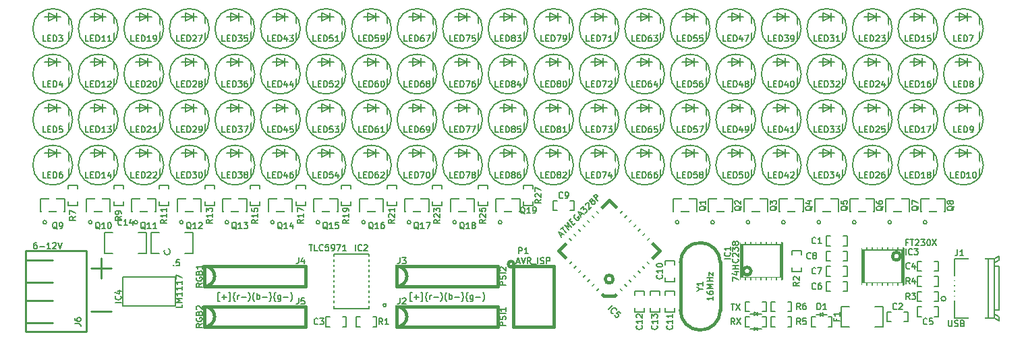
<source format=gto>
%FSLAX34Y34*%
G04 Gerber Fmt 3.4, Leading zero omitted, Abs format*
G04 (created by PCBNEW (2014-03-18 BZR 4754)-product) date Tue 01 Apr 2014 07:57:49 PM CDT*
%MOIN*%
G01*
G70*
G90*
G04 APERTURE LIST*
%ADD10C,0.006000*%
%ADD11C,0.010000*%
%ADD12C,0.007874*%
%ADD13C,0.005000*%
%ADD14C,0.015000*%
%ADD15C,0.008000*%
%ADD16C,0.005906*%
%ADD17R,0.033559X0.033559*%
%ADD18R,0.068992X0.076866*%
%ADD19R,0.019800X0.061100*%
%ADD20R,0.068504X0.017323*%
%ADD21R,0.109134X0.135906*%
%ADD22R,0.053244X0.092614*%
%ADD23R,0.143795X0.092614*%
%ADD24R,0.062992X0.023622*%
%ADD25R,0.082677X0.098425*%
%ADD26R,0.082677X0.078740*%
%ADD27R,0.076866X0.076866*%
%ADD28C,0.076866*%
%ADD29R,0.092614X0.092614*%
%ADD30C,0.092614*%
%ADD31C,0.068992*%
%ADD32R,0.072929X0.072929*%
%ADD33C,0.072929*%
%ADD34R,0.033465X0.049606*%
%ADD35C,0.061118*%
G04 APERTURE END LIST*
G54D10*
X48699Y-50285D02*
X48628Y-50285D01*
X48628Y-49857D01*
X48699Y-49857D01*
X48814Y-50071D02*
X49042Y-50071D01*
X48928Y-50185D02*
X48928Y-49957D01*
X49157Y-50285D02*
X49228Y-50285D01*
X49228Y-49857D01*
X49157Y-49857D01*
X49471Y-50300D02*
X49457Y-50285D01*
X49428Y-50242D01*
X49414Y-50214D01*
X49399Y-50171D01*
X49385Y-50100D01*
X49385Y-50042D01*
X49399Y-49971D01*
X49414Y-49928D01*
X49428Y-49900D01*
X49457Y-49857D01*
X49471Y-49842D01*
X49585Y-50185D02*
X49585Y-49985D01*
X49585Y-50042D02*
X49599Y-50014D01*
X49614Y-50000D01*
X49642Y-49985D01*
X49671Y-49985D01*
X49771Y-50071D02*
X49999Y-50071D01*
X50114Y-50300D02*
X50128Y-50285D01*
X50157Y-50242D01*
X50171Y-50214D01*
X50185Y-50171D01*
X50199Y-50100D01*
X50199Y-50042D01*
X50185Y-49971D01*
X50171Y-49928D01*
X50157Y-49900D01*
X50128Y-49857D01*
X50114Y-49842D01*
X50428Y-50300D02*
X50414Y-50285D01*
X50385Y-50242D01*
X50371Y-50214D01*
X50357Y-50171D01*
X50342Y-50100D01*
X50342Y-50042D01*
X50357Y-49971D01*
X50371Y-49928D01*
X50385Y-49900D01*
X50414Y-49857D01*
X50428Y-49842D01*
X50542Y-50185D02*
X50542Y-49885D01*
X50542Y-50000D02*
X50571Y-49985D01*
X50628Y-49985D01*
X50657Y-50000D01*
X50671Y-50014D01*
X50685Y-50042D01*
X50685Y-50128D01*
X50671Y-50157D01*
X50657Y-50171D01*
X50628Y-50185D01*
X50571Y-50185D01*
X50542Y-50171D01*
X50814Y-50071D02*
X51042Y-50071D01*
X51157Y-50300D02*
X51171Y-50285D01*
X51200Y-50242D01*
X51214Y-50214D01*
X51228Y-50171D01*
X51242Y-50100D01*
X51242Y-50042D01*
X51228Y-49971D01*
X51214Y-49928D01*
X51200Y-49900D01*
X51171Y-49857D01*
X51157Y-49842D01*
X51471Y-50300D02*
X51457Y-50285D01*
X51428Y-50242D01*
X51414Y-50214D01*
X51400Y-50171D01*
X51385Y-50100D01*
X51385Y-50042D01*
X51400Y-49971D01*
X51414Y-49928D01*
X51428Y-49900D01*
X51457Y-49857D01*
X51471Y-49842D01*
X51714Y-49985D02*
X51714Y-50228D01*
X51700Y-50257D01*
X51685Y-50271D01*
X51657Y-50285D01*
X51614Y-50285D01*
X51585Y-50271D01*
X51714Y-50171D02*
X51685Y-50185D01*
X51628Y-50185D01*
X51600Y-50171D01*
X51585Y-50157D01*
X51571Y-50128D01*
X51571Y-50042D01*
X51585Y-50014D01*
X51600Y-50000D01*
X51628Y-49985D01*
X51685Y-49985D01*
X51714Y-50000D01*
X51857Y-50071D02*
X52085Y-50071D01*
X52200Y-50300D02*
X52214Y-50285D01*
X52242Y-50242D01*
X52257Y-50214D01*
X52271Y-50171D01*
X52285Y-50100D01*
X52285Y-50042D01*
X52271Y-49971D01*
X52257Y-49928D01*
X52242Y-49900D01*
X52214Y-49857D01*
X52200Y-49842D01*
X39199Y-50285D02*
X39128Y-50285D01*
X39128Y-49857D01*
X39199Y-49857D01*
X39314Y-50071D02*
X39542Y-50071D01*
X39428Y-50185D02*
X39428Y-49957D01*
X39657Y-50285D02*
X39728Y-50285D01*
X39728Y-49857D01*
X39657Y-49857D01*
X39971Y-50300D02*
X39957Y-50285D01*
X39928Y-50242D01*
X39914Y-50214D01*
X39899Y-50171D01*
X39885Y-50100D01*
X39885Y-50042D01*
X39899Y-49971D01*
X39914Y-49928D01*
X39928Y-49900D01*
X39957Y-49857D01*
X39971Y-49842D01*
X40085Y-50185D02*
X40085Y-49985D01*
X40085Y-50042D02*
X40099Y-50014D01*
X40114Y-50000D01*
X40142Y-49985D01*
X40171Y-49985D01*
X40271Y-50071D02*
X40499Y-50071D01*
X40614Y-50300D02*
X40628Y-50285D01*
X40657Y-50242D01*
X40671Y-50214D01*
X40685Y-50171D01*
X40699Y-50100D01*
X40699Y-50042D01*
X40685Y-49971D01*
X40671Y-49928D01*
X40657Y-49900D01*
X40628Y-49857D01*
X40614Y-49842D01*
X40928Y-50300D02*
X40914Y-50285D01*
X40885Y-50242D01*
X40871Y-50214D01*
X40857Y-50171D01*
X40842Y-50100D01*
X40842Y-50042D01*
X40857Y-49971D01*
X40871Y-49928D01*
X40885Y-49900D01*
X40914Y-49857D01*
X40928Y-49842D01*
X41042Y-50185D02*
X41042Y-49885D01*
X41042Y-50000D02*
X41071Y-49985D01*
X41128Y-49985D01*
X41157Y-50000D01*
X41171Y-50014D01*
X41185Y-50042D01*
X41185Y-50128D01*
X41171Y-50157D01*
X41157Y-50171D01*
X41128Y-50185D01*
X41071Y-50185D01*
X41042Y-50171D01*
X41314Y-50071D02*
X41542Y-50071D01*
X41657Y-50300D02*
X41671Y-50285D01*
X41700Y-50242D01*
X41714Y-50214D01*
X41728Y-50171D01*
X41742Y-50100D01*
X41742Y-50042D01*
X41728Y-49971D01*
X41714Y-49928D01*
X41700Y-49900D01*
X41671Y-49857D01*
X41657Y-49842D01*
X41971Y-50300D02*
X41957Y-50285D01*
X41928Y-50242D01*
X41914Y-50214D01*
X41900Y-50171D01*
X41885Y-50100D01*
X41885Y-50042D01*
X41900Y-49971D01*
X41914Y-49928D01*
X41928Y-49900D01*
X41957Y-49857D01*
X41971Y-49842D01*
X42214Y-49985D02*
X42214Y-50228D01*
X42200Y-50257D01*
X42185Y-50271D01*
X42157Y-50285D01*
X42114Y-50285D01*
X42085Y-50271D01*
X42214Y-50171D02*
X42185Y-50185D01*
X42128Y-50185D01*
X42100Y-50171D01*
X42085Y-50157D01*
X42071Y-50128D01*
X42071Y-50042D01*
X42085Y-50014D01*
X42100Y-50000D01*
X42128Y-49985D01*
X42185Y-49985D01*
X42214Y-50000D01*
X42357Y-50071D02*
X42585Y-50071D01*
X42700Y-50300D02*
X42714Y-50285D01*
X42742Y-50242D01*
X42757Y-50214D01*
X42771Y-50171D01*
X42785Y-50100D01*
X42785Y-50042D01*
X42771Y-49971D01*
X42757Y-49928D01*
X42742Y-49900D01*
X42714Y-49857D01*
X42700Y-49842D01*
G54D11*
X32850Y-50800D02*
X33850Y-50800D01*
X33350Y-49150D02*
X33350Y-48150D01*
X32850Y-48650D02*
X33850Y-48650D01*
G54D12*
X70211Y-47063D02*
X70211Y-47536D01*
X70211Y-47536D02*
X70014Y-47536D01*
X70211Y-47063D02*
X70014Y-47063D01*
X69188Y-47536D02*
X69188Y-47063D01*
X69188Y-47063D02*
X69385Y-47063D01*
X69188Y-47536D02*
X69385Y-47536D01*
X72188Y-51286D02*
X72188Y-50813D01*
X72188Y-50813D02*
X72385Y-50813D01*
X72188Y-51286D02*
X72385Y-51286D01*
X73211Y-50813D02*
X73211Y-51286D01*
X73211Y-51286D02*
X73014Y-51286D01*
X73211Y-50813D02*
X73014Y-50813D01*
X45461Y-51063D02*
X45461Y-51536D01*
X45461Y-51536D02*
X45264Y-51536D01*
X45461Y-51063D02*
X45264Y-51063D01*
X44438Y-51536D02*
X44438Y-51063D01*
X44438Y-51063D02*
X44635Y-51063D01*
X44438Y-51536D02*
X44635Y-51536D01*
X73688Y-48786D02*
X73688Y-48313D01*
X73688Y-48313D02*
X73885Y-48313D01*
X73688Y-48786D02*
X73885Y-48786D01*
X74711Y-48313D02*
X74711Y-48786D01*
X74711Y-48786D02*
X74514Y-48786D01*
X74711Y-48313D02*
X74514Y-48313D01*
X73688Y-51036D02*
X73688Y-50563D01*
X73688Y-50563D02*
X73885Y-50563D01*
X73688Y-51036D02*
X73885Y-51036D01*
X74711Y-50563D02*
X74711Y-51036D01*
X74711Y-51036D02*
X74514Y-51036D01*
X74711Y-50563D02*
X74514Y-50563D01*
X69188Y-49786D02*
X69188Y-49313D01*
X69188Y-49313D02*
X69385Y-49313D01*
X69188Y-49786D02*
X69385Y-49786D01*
X70211Y-49313D02*
X70211Y-49786D01*
X70211Y-49786D02*
X70014Y-49786D01*
X70211Y-49313D02*
X70014Y-49313D01*
X69188Y-49036D02*
X69188Y-48563D01*
X69188Y-48563D02*
X69385Y-48563D01*
X69188Y-49036D02*
X69385Y-49036D01*
X70211Y-48563D02*
X70211Y-49036D01*
X70211Y-49036D02*
X70014Y-49036D01*
X70211Y-48563D02*
X70014Y-48563D01*
X69188Y-48286D02*
X69188Y-47813D01*
X69188Y-47813D02*
X69385Y-47813D01*
X69188Y-48286D02*
X69385Y-48286D01*
X70211Y-47813D02*
X70211Y-48286D01*
X70211Y-48286D02*
X70014Y-48286D01*
X70211Y-47813D02*
X70014Y-47813D01*
X55688Y-45786D02*
X55688Y-45313D01*
X55688Y-45313D02*
X55885Y-45313D01*
X55688Y-45786D02*
X55885Y-45786D01*
X56711Y-45313D02*
X56711Y-45786D01*
X56711Y-45786D02*
X56514Y-45786D01*
X56711Y-45313D02*
X56514Y-45313D01*
X61213Y-48288D02*
X61686Y-48288D01*
X61686Y-48288D02*
X61686Y-48485D01*
X61213Y-48288D02*
X61213Y-48485D01*
X61686Y-49311D02*
X61213Y-49311D01*
X61213Y-49311D02*
X61213Y-49114D01*
X61686Y-49311D02*
X61686Y-49114D01*
X61686Y-50811D02*
X61213Y-50811D01*
X61213Y-50811D02*
X61213Y-50614D01*
X61686Y-50811D02*
X61686Y-50614D01*
X61213Y-49788D02*
X61686Y-49788D01*
X61686Y-49788D02*
X61686Y-49985D01*
X61213Y-49788D02*
X61213Y-49985D01*
X60186Y-50811D02*
X59713Y-50811D01*
X59713Y-50811D02*
X59713Y-50614D01*
X60186Y-50811D02*
X60186Y-50614D01*
X59713Y-49788D02*
X60186Y-49788D01*
X60186Y-49788D02*
X60186Y-49985D01*
X59713Y-49788D02*
X59713Y-49985D01*
X60936Y-50811D02*
X60463Y-50811D01*
X60463Y-50811D02*
X60463Y-50614D01*
X60936Y-50811D02*
X60936Y-50614D01*
X60463Y-49788D02*
X60936Y-49788D01*
X60936Y-49788D02*
X60936Y-49985D01*
X60463Y-49788D02*
X60463Y-49985D01*
G54D13*
X68871Y-50945D02*
X68674Y-50945D01*
X69028Y-50945D02*
X69225Y-50945D01*
X68871Y-50945D02*
X69028Y-50866D01*
X69028Y-50866D02*
X69028Y-51024D01*
X69028Y-51024D02*
X68871Y-50945D01*
X68871Y-51024D02*
X68871Y-50866D01*
G54D12*
X68438Y-51536D02*
X68438Y-51063D01*
X68438Y-51063D02*
X68635Y-51063D01*
X68438Y-51536D02*
X68635Y-51536D01*
X69461Y-51063D02*
X69461Y-51536D01*
X69461Y-51536D02*
X69264Y-51536D01*
X69461Y-51063D02*
X69264Y-51063D01*
X71973Y-50538D02*
X71973Y-51561D01*
X71973Y-51561D02*
X71579Y-51561D01*
X71973Y-50538D02*
X71579Y-50538D01*
X69926Y-51561D02*
X69926Y-50538D01*
X69926Y-50538D02*
X70320Y-50538D01*
X69926Y-51561D02*
X70320Y-51561D01*
G54D14*
X65458Y-48792D02*
G75*
G03X65458Y-48792I-197J0D01*
G74*
G01*
X64966Y-47434D02*
X64966Y-49166D01*
X64966Y-49166D02*
X66934Y-49166D01*
X66934Y-49166D02*
X66934Y-47434D01*
X66934Y-47434D02*
X64966Y-47434D01*
G54D15*
X47432Y-50481D02*
G75*
G03X47432Y-50481I-78J0D01*
G74*
G01*
X46566Y-50638D02*
X46566Y-47961D01*
X46566Y-47961D02*
X44833Y-47961D01*
X44833Y-47961D02*
X44833Y-50638D01*
X44833Y-50638D02*
X46566Y-50638D01*
G54D14*
X72836Y-48058D02*
G75*
G03X72836Y-48058I-197J0D01*
G74*
G01*
X72934Y-49416D02*
X72934Y-47684D01*
X72934Y-47684D02*
X70966Y-47684D01*
X70966Y-47684D02*
X70966Y-49416D01*
X70966Y-49416D02*
X72934Y-49416D01*
G54D15*
X36762Y-47831D02*
G75*
G03X36762Y-47831I-157J0D01*
G74*
G01*
X36999Y-49091D02*
X36999Y-50508D01*
X36999Y-50508D02*
X34400Y-50508D01*
X34400Y-50508D02*
X34400Y-49091D01*
X34400Y-49091D02*
X36999Y-49091D01*
G54D14*
X58647Y-49191D02*
G75*
G03X58647Y-49191I-197J0D01*
G74*
G01*
X58728Y-50027D02*
X58171Y-50027D01*
X58171Y-50027D02*
X55944Y-47800D01*
X55944Y-47800D02*
X58450Y-45294D01*
X58450Y-45294D02*
X60955Y-47800D01*
X60955Y-47800D02*
X58728Y-50027D01*
G54D12*
X75497Y-51126D02*
X77466Y-51126D01*
X77466Y-48173D02*
X75497Y-48173D01*
X75084Y-50161D02*
G75*
G03X75084Y-50161I-118J0D01*
G74*
G01*
X77466Y-50732D02*
X77702Y-50732D01*
X77702Y-50732D02*
X77702Y-48567D01*
X77702Y-48567D02*
X77466Y-48567D01*
X77466Y-50929D02*
X77702Y-51047D01*
X77466Y-51126D02*
X77702Y-51244D01*
X77702Y-51244D02*
X77702Y-51047D01*
X77466Y-48370D02*
X77702Y-48252D01*
X77466Y-48173D02*
X77702Y-48055D01*
X77702Y-48055D02*
X77702Y-48252D01*
X77466Y-48173D02*
X77466Y-51126D01*
G54D13*
X77190Y-48173D02*
X77190Y-51126D01*
G54D12*
X75497Y-48173D02*
X75497Y-51126D01*
G54D14*
X47950Y-50550D02*
X52950Y-50550D01*
X52950Y-50550D02*
X52950Y-51550D01*
X52950Y-51550D02*
X47950Y-51550D01*
X48450Y-51050D02*
G75*
G03X47950Y-50550I-500J0D01*
G74*
G01*
X47950Y-51550D02*
G75*
G03X48450Y-51050I0J500D01*
G74*
G01*
X47950Y-50550D02*
X47950Y-51550D01*
X47950Y-48550D02*
X52950Y-48550D01*
X52950Y-48550D02*
X52950Y-49550D01*
X52950Y-49550D02*
X47950Y-49550D01*
X48450Y-49050D02*
G75*
G03X47950Y-48550I-500J0D01*
G74*
G01*
X47950Y-49550D02*
G75*
G03X48450Y-49050I0J500D01*
G74*
G01*
X47950Y-48550D02*
X47950Y-49550D01*
X38450Y-48550D02*
X43450Y-48550D01*
X43450Y-48550D02*
X43450Y-49550D01*
X43450Y-49550D02*
X38450Y-49550D01*
X38950Y-49050D02*
G75*
G03X38450Y-48550I-500J0D01*
G74*
G01*
X38450Y-49550D02*
G75*
G03X38950Y-49050I0J500D01*
G74*
G01*
X38450Y-48550D02*
X38450Y-49550D01*
X38450Y-50550D02*
X43450Y-50550D01*
X43450Y-50550D02*
X43450Y-51550D01*
X43450Y-51550D02*
X38450Y-51550D01*
X38950Y-51050D02*
G75*
G03X38450Y-50550I-500J0D01*
G74*
G01*
X38450Y-51550D02*
G75*
G03X38950Y-51050I0J500D01*
G74*
G01*
X38450Y-50550D02*
X38450Y-51550D01*
G54D11*
X30950Y-51350D02*
X29600Y-51350D01*
X30950Y-50250D02*
X29600Y-50250D01*
X30950Y-48250D02*
X29600Y-48250D01*
X30950Y-49350D02*
X29600Y-49350D01*
X30950Y-51800D02*
X29600Y-51800D01*
X29600Y-51800D02*
X29600Y-47800D01*
X29600Y-47800D02*
X30950Y-47800D01*
X30950Y-47800D02*
X32600Y-47800D01*
X32600Y-47800D02*
X32600Y-51800D01*
X32600Y-51800D02*
X30950Y-51800D01*
G54D13*
X65778Y-51654D02*
X65975Y-51654D01*
X65621Y-51654D02*
X65424Y-51654D01*
X65778Y-51654D02*
X65621Y-51733D01*
X65621Y-51733D02*
X65621Y-51575D01*
X65621Y-51575D02*
X65778Y-51654D01*
X65778Y-51575D02*
X65778Y-51733D01*
G54D12*
X66211Y-51063D02*
X66211Y-51536D01*
X66211Y-51536D02*
X66014Y-51536D01*
X66211Y-51063D02*
X66014Y-51063D01*
X65188Y-51536D02*
X65188Y-51063D01*
X65188Y-51063D02*
X65385Y-51063D01*
X65188Y-51536D02*
X65385Y-51536D01*
G54D13*
X65778Y-50904D02*
X65975Y-50904D01*
X65621Y-50904D02*
X65424Y-50904D01*
X65778Y-50904D02*
X65621Y-50983D01*
X65621Y-50983D02*
X65621Y-50825D01*
X65621Y-50825D02*
X65778Y-50904D01*
X65778Y-50825D02*
X65778Y-50983D01*
G54D12*
X66211Y-50313D02*
X66211Y-50786D01*
X66211Y-50786D02*
X66014Y-50786D01*
X66211Y-50313D02*
X66014Y-50313D01*
X65188Y-50786D02*
X65188Y-50313D01*
X65188Y-50313D02*
X65385Y-50313D01*
X65188Y-50786D02*
X65385Y-50786D01*
G54D15*
X31146Y-36406D02*
X31146Y-36012D01*
X30753Y-36012D02*
X30753Y-36406D01*
X30753Y-36406D02*
X31146Y-36209D01*
X31146Y-36209D02*
X30753Y-36012D01*
X30556Y-36209D02*
X31343Y-36209D01*
X31737Y-36209D02*
X31737Y-37390D01*
X31934Y-36800D02*
G75*
G03X31934Y-36800I-984J0D01*
G74*
G01*
X31146Y-38656D02*
X31146Y-38262D01*
X30753Y-38262D02*
X30753Y-38656D01*
X30753Y-38656D02*
X31146Y-38459D01*
X31146Y-38459D02*
X30753Y-38262D01*
X30556Y-38459D02*
X31343Y-38459D01*
X31737Y-38459D02*
X31737Y-39640D01*
X31934Y-39050D02*
G75*
G03X31934Y-39050I-984J0D01*
G74*
G01*
X31146Y-40906D02*
X31146Y-40512D01*
X30753Y-40512D02*
X30753Y-40906D01*
X30753Y-40906D02*
X31146Y-40709D01*
X31146Y-40709D02*
X30753Y-40512D01*
X30556Y-40709D02*
X31343Y-40709D01*
X31737Y-40709D02*
X31737Y-41890D01*
X31934Y-41300D02*
G75*
G03X31934Y-41300I-984J0D01*
G74*
G01*
X31146Y-43156D02*
X31146Y-42762D01*
X30753Y-42762D02*
X30753Y-43156D01*
X30753Y-43156D02*
X31146Y-42959D01*
X31146Y-42959D02*
X30753Y-42762D01*
X30556Y-42959D02*
X31343Y-42959D01*
X31737Y-42959D02*
X31737Y-44140D01*
X31934Y-43550D02*
G75*
G03X31934Y-43550I-984J0D01*
G74*
G01*
X76146Y-36406D02*
X76146Y-36012D01*
X75753Y-36012D02*
X75753Y-36406D01*
X75753Y-36406D02*
X76146Y-36209D01*
X76146Y-36209D02*
X75753Y-36012D01*
X75556Y-36209D02*
X76343Y-36209D01*
X76737Y-36209D02*
X76737Y-37390D01*
X76934Y-36800D02*
G75*
G03X76934Y-36800I-984J0D01*
G74*
G01*
X76146Y-38656D02*
X76146Y-38262D01*
X75753Y-38262D02*
X75753Y-38656D01*
X75753Y-38656D02*
X76146Y-38459D01*
X76146Y-38459D02*
X75753Y-38262D01*
X75556Y-38459D02*
X76343Y-38459D01*
X76737Y-38459D02*
X76737Y-39640D01*
X76934Y-39050D02*
G75*
G03X76934Y-39050I-984J0D01*
G74*
G01*
X76146Y-40906D02*
X76146Y-40512D01*
X75753Y-40512D02*
X75753Y-40906D01*
X75753Y-40906D02*
X76146Y-40709D01*
X76146Y-40709D02*
X75753Y-40512D01*
X75556Y-40709D02*
X76343Y-40709D01*
X76737Y-40709D02*
X76737Y-41890D01*
X76934Y-41300D02*
G75*
G03X76934Y-41300I-984J0D01*
G74*
G01*
X76146Y-43156D02*
X76146Y-42762D01*
X75753Y-42762D02*
X75753Y-43156D01*
X75753Y-43156D02*
X76146Y-42959D01*
X76146Y-42959D02*
X75753Y-42762D01*
X75556Y-42959D02*
X76343Y-42959D01*
X76737Y-42959D02*
X76737Y-44140D01*
X76934Y-43550D02*
G75*
G03X76934Y-43550I-984J0D01*
G74*
G01*
X33396Y-36406D02*
X33396Y-36012D01*
X33003Y-36012D02*
X33003Y-36406D01*
X33003Y-36406D02*
X33396Y-36209D01*
X33396Y-36209D02*
X33003Y-36012D01*
X32806Y-36209D02*
X33593Y-36209D01*
X33987Y-36209D02*
X33987Y-37390D01*
X34184Y-36800D02*
G75*
G03X34184Y-36800I-984J0D01*
G74*
G01*
X33396Y-38656D02*
X33396Y-38262D01*
X33003Y-38262D02*
X33003Y-38656D01*
X33003Y-38656D02*
X33396Y-38459D01*
X33396Y-38459D02*
X33003Y-38262D01*
X32806Y-38459D02*
X33593Y-38459D01*
X33987Y-38459D02*
X33987Y-39640D01*
X34184Y-39050D02*
G75*
G03X34184Y-39050I-984J0D01*
G74*
G01*
X33396Y-40906D02*
X33396Y-40512D01*
X33003Y-40512D02*
X33003Y-40906D01*
X33003Y-40906D02*
X33396Y-40709D01*
X33396Y-40709D02*
X33003Y-40512D01*
X32806Y-40709D02*
X33593Y-40709D01*
X33987Y-40709D02*
X33987Y-41890D01*
X34184Y-41300D02*
G75*
G03X34184Y-41300I-984J0D01*
G74*
G01*
X33396Y-43156D02*
X33396Y-42762D01*
X33003Y-42762D02*
X33003Y-43156D01*
X33003Y-43156D02*
X33396Y-42959D01*
X33396Y-42959D02*
X33003Y-42762D01*
X32806Y-42959D02*
X33593Y-42959D01*
X33987Y-42959D02*
X33987Y-44140D01*
X34184Y-43550D02*
G75*
G03X34184Y-43550I-984J0D01*
G74*
G01*
X73896Y-36406D02*
X73896Y-36012D01*
X73503Y-36012D02*
X73503Y-36406D01*
X73503Y-36406D02*
X73896Y-36209D01*
X73896Y-36209D02*
X73503Y-36012D01*
X73306Y-36209D02*
X74093Y-36209D01*
X74487Y-36209D02*
X74487Y-37390D01*
X74684Y-36800D02*
G75*
G03X74684Y-36800I-984J0D01*
G74*
G01*
X73896Y-38656D02*
X73896Y-38262D01*
X73503Y-38262D02*
X73503Y-38656D01*
X73503Y-38656D02*
X73896Y-38459D01*
X73896Y-38459D02*
X73503Y-38262D01*
X73306Y-38459D02*
X74093Y-38459D01*
X74487Y-38459D02*
X74487Y-39640D01*
X74684Y-39050D02*
G75*
G03X74684Y-39050I-984J0D01*
G74*
G01*
X73896Y-40906D02*
X73896Y-40512D01*
X73503Y-40512D02*
X73503Y-40906D01*
X73503Y-40906D02*
X73896Y-40709D01*
X73896Y-40709D02*
X73503Y-40512D01*
X73306Y-40709D02*
X74093Y-40709D01*
X74487Y-40709D02*
X74487Y-41890D01*
X74684Y-41300D02*
G75*
G03X74684Y-41300I-984J0D01*
G74*
G01*
X73896Y-43156D02*
X73896Y-42762D01*
X73503Y-42762D02*
X73503Y-43156D01*
X73503Y-43156D02*
X73896Y-42959D01*
X73896Y-42959D02*
X73503Y-42762D01*
X73306Y-42959D02*
X74093Y-42959D01*
X74487Y-42959D02*
X74487Y-44140D01*
X74684Y-43550D02*
G75*
G03X74684Y-43550I-984J0D01*
G74*
G01*
X35646Y-36406D02*
X35646Y-36012D01*
X35253Y-36012D02*
X35253Y-36406D01*
X35253Y-36406D02*
X35646Y-36209D01*
X35646Y-36209D02*
X35253Y-36012D01*
X35056Y-36209D02*
X35843Y-36209D01*
X36237Y-36209D02*
X36237Y-37390D01*
X36434Y-36800D02*
G75*
G03X36434Y-36800I-984J0D01*
G74*
G01*
X35646Y-38656D02*
X35646Y-38262D01*
X35253Y-38262D02*
X35253Y-38656D01*
X35253Y-38656D02*
X35646Y-38459D01*
X35646Y-38459D02*
X35253Y-38262D01*
X35056Y-38459D02*
X35843Y-38459D01*
X36237Y-38459D02*
X36237Y-39640D01*
X36434Y-39050D02*
G75*
G03X36434Y-39050I-984J0D01*
G74*
G01*
X35646Y-40906D02*
X35646Y-40512D01*
X35253Y-40512D02*
X35253Y-40906D01*
X35253Y-40906D02*
X35646Y-40709D01*
X35646Y-40709D02*
X35253Y-40512D01*
X35056Y-40709D02*
X35843Y-40709D01*
X36237Y-40709D02*
X36237Y-41890D01*
X36434Y-41300D02*
G75*
G03X36434Y-41300I-984J0D01*
G74*
G01*
X35646Y-43156D02*
X35646Y-42762D01*
X35253Y-42762D02*
X35253Y-43156D01*
X35253Y-43156D02*
X35646Y-42959D01*
X35646Y-42959D02*
X35253Y-42762D01*
X35056Y-42959D02*
X35843Y-42959D01*
X36237Y-42959D02*
X36237Y-44140D01*
X36434Y-43550D02*
G75*
G03X36434Y-43550I-984J0D01*
G74*
G01*
X71646Y-36406D02*
X71646Y-36012D01*
X71253Y-36012D02*
X71253Y-36406D01*
X71253Y-36406D02*
X71646Y-36209D01*
X71646Y-36209D02*
X71253Y-36012D01*
X71056Y-36209D02*
X71843Y-36209D01*
X72237Y-36209D02*
X72237Y-37390D01*
X72434Y-36800D02*
G75*
G03X72434Y-36800I-984J0D01*
G74*
G01*
X71646Y-38656D02*
X71646Y-38262D01*
X71253Y-38262D02*
X71253Y-38656D01*
X71253Y-38656D02*
X71646Y-38459D01*
X71646Y-38459D02*
X71253Y-38262D01*
X71056Y-38459D02*
X71843Y-38459D01*
X72237Y-38459D02*
X72237Y-39640D01*
X72434Y-39050D02*
G75*
G03X72434Y-39050I-984J0D01*
G74*
G01*
X71646Y-40906D02*
X71646Y-40512D01*
X71253Y-40512D02*
X71253Y-40906D01*
X71253Y-40906D02*
X71646Y-40709D01*
X71646Y-40709D02*
X71253Y-40512D01*
X71056Y-40709D02*
X71843Y-40709D01*
X72237Y-40709D02*
X72237Y-41890D01*
X72434Y-41300D02*
G75*
G03X72434Y-41300I-984J0D01*
G74*
G01*
X71646Y-43156D02*
X71646Y-42762D01*
X71253Y-42762D02*
X71253Y-43156D01*
X71253Y-43156D02*
X71646Y-42959D01*
X71646Y-42959D02*
X71253Y-42762D01*
X71056Y-42959D02*
X71843Y-42959D01*
X72237Y-42959D02*
X72237Y-44140D01*
X72434Y-43550D02*
G75*
G03X72434Y-43550I-984J0D01*
G74*
G01*
X37896Y-36406D02*
X37896Y-36012D01*
X37503Y-36012D02*
X37503Y-36406D01*
X37503Y-36406D02*
X37896Y-36209D01*
X37896Y-36209D02*
X37503Y-36012D01*
X37306Y-36209D02*
X38093Y-36209D01*
X38487Y-36209D02*
X38487Y-37390D01*
X38684Y-36800D02*
G75*
G03X38684Y-36800I-984J0D01*
G74*
G01*
X37896Y-38656D02*
X37896Y-38262D01*
X37503Y-38262D02*
X37503Y-38656D01*
X37503Y-38656D02*
X37896Y-38459D01*
X37896Y-38459D02*
X37503Y-38262D01*
X37306Y-38459D02*
X38093Y-38459D01*
X38487Y-38459D02*
X38487Y-39640D01*
X38684Y-39050D02*
G75*
G03X38684Y-39050I-984J0D01*
G74*
G01*
X37896Y-40906D02*
X37896Y-40512D01*
X37503Y-40512D02*
X37503Y-40906D01*
X37503Y-40906D02*
X37896Y-40709D01*
X37896Y-40709D02*
X37503Y-40512D01*
X37306Y-40709D02*
X38093Y-40709D01*
X38487Y-40709D02*
X38487Y-41890D01*
X38684Y-41300D02*
G75*
G03X38684Y-41300I-984J0D01*
G74*
G01*
X37896Y-43156D02*
X37896Y-42762D01*
X37503Y-42762D02*
X37503Y-43156D01*
X37503Y-43156D02*
X37896Y-42959D01*
X37896Y-42959D02*
X37503Y-42762D01*
X37306Y-42959D02*
X38093Y-42959D01*
X38487Y-42959D02*
X38487Y-44140D01*
X38684Y-43550D02*
G75*
G03X38684Y-43550I-984J0D01*
G74*
G01*
X69396Y-36406D02*
X69396Y-36012D01*
X69003Y-36012D02*
X69003Y-36406D01*
X69003Y-36406D02*
X69396Y-36209D01*
X69396Y-36209D02*
X69003Y-36012D01*
X68806Y-36209D02*
X69593Y-36209D01*
X69987Y-36209D02*
X69987Y-37390D01*
X70184Y-36800D02*
G75*
G03X70184Y-36800I-984J0D01*
G74*
G01*
X69396Y-38656D02*
X69396Y-38262D01*
X69003Y-38262D02*
X69003Y-38656D01*
X69003Y-38656D02*
X69396Y-38459D01*
X69396Y-38459D02*
X69003Y-38262D01*
X68806Y-38459D02*
X69593Y-38459D01*
X69987Y-38459D02*
X69987Y-39640D01*
X70184Y-39050D02*
G75*
G03X70184Y-39050I-984J0D01*
G74*
G01*
X69396Y-40906D02*
X69396Y-40512D01*
X69003Y-40512D02*
X69003Y-40906D01*
X69003Y-40906D02*
X69396Y-40709D01*
X69396Y-40709D02*
X69003Y-40512D01*
X68806Y-40709D02*
X69593Y-40709D01*
X69987Y-40709D02*
X69987Y-41890D01*
X70184Y-41300D02*
G75*
G03X70184Y-41300I-984J0D01*
G74*
G01*
X69396Y-43156D02*
X69396Y-42762D01*
X69003Y-42762D02*
X69003Y-43156D01*
X69003Y-43156D02*
X69396Y-42959D01*
X69396Y-42959D02*
X69003Y-42762D01*
X68806Y-42959D02*
X69593Y-42959D01*
X69987Y-42959D02*
X69987Y-44140D01*
X70184Y-43550D02*
G75*
G03X70184Y-43550I-984J0D01*
G74*
G01*
X40146Y-36406D02*
X40146Y-36012D01*
X39753Y-36012D02*
X39753Y-36406D01*
X39753Y-36406D02*
X40146Y-36209D01*
X40146Y-36209D02*
X39753Y-36012D01*
X39556Y-36209D02*
X40343Y-36209D01*
X40737Y-36209D02*
X40737Y-37390D01*
X40934Y-36800D02*
G75*
G03X40934Y-36800I-984J0D01*
G74*
G01*
X40146Y-38656D02*
X40146Y-38262D01*
X39753Y-38262D02*
X39753Y-38656D01*
X39753Y-38656D02*
X40146Y-38459D01*
X40146Y-38459D02*
X39753Y-38262D01*
X39556Y-38459D02*
X40343Y-38459D01*
X40737Y-38459D02*
X40737Y-39640D01*
X40934Y-39050D02*
G75*
G03X40934Y-39050I-984J0D01*
G74*
G01*
X40146Y-40906D02*
X40146Y-40512D01*
X39753Y-40512D02*
X39753Y-40906D01*
X39753Y-40906D02*
X40146Y-40709D01*
X40146Y-40709D02*
X39753Y-40512D01*
X39556Y-40709D02*
X40343Y-40709D01*
X40737Y-40709D02*
X40737Y-41890D01*
X40934Y-41300D02*
G75*
G03X40934Y-41300I-984J0D01*
G74*
G01*
X40146Y-43156D02*
X40146Y-42762D01*
X39753Y-42762D02*
X39753Y-43156D01*
X39753Y-43156D02*
X40146Y-42959D01*
X40146Y-42959D02*
X39753Y-42762D01*
X39556Y-42959D02*
X40343Y-42959D01*
X40737Y-42959D02*
X40737Y-44140D01*
X40934Y-43550D02*
G75*
G03X40934Y-43550I-984J0D01*
G74*
G01*
X67146Y-36406D02*
X67146Y-36012D01*
X66753Y-36012D02*
X66753Y-36406D01*
X66753Y-36406D02*
X67146Y-36209D01*
X67146Y-36209D02*
X66753Y-36012D01*
X66556Y-36209D02*
X67343Y-36209D01*
X67737Y-36209D02*
X67737Y-37390D01*
X67934Y-36800D02*
G75*
G03X67934Y-36800I-984J0D01*
G74*
G01*
X67146Y-38656D02*
X67146Y-38262D01*
X66753Y-38262D02*
X66753Y-38656D01*
X66753Y-38656D02*
X67146Y-38459D01*
X67146Y-38459D02*
X66753Y-38262D01*
X66556Y-38459D02*
X67343Y-38459D01*
X67737Y-38459D02*
X67737Y-39640D01*
X67934Y-39050D02*
G75*
G03X67934Y-39050I-984J0D01*
G74*
G01*
X67146Y-40906D02*
X67146Y-40512D01*
X66753Y-40512D02*
X66753Y-40906D01*
X66753Y-40906D02*
X67146Y-40709D01*
X67146Y-40709D02*
X66753Y-40512D01*
X66556Y-40709D02*
X67343Y-40709D01*
X67737Y-40709D02*
X67737Y-41890D01*
X67934Y-41300D02*
G75*
G03X67934Y-41300I-984J0D01*
G74*
G01*
X67146Y-43156D02*
X67146Y-42762D01*
X66753Y-42762D02*
X66753Y-43156D01*
X66753Y-43156D02*
X67146Y-42959D01*
X67146Y-42959D02*
X66753Y-42762D01*
X66556Y-42959D02*
X67343Y-42959D01*
X67737Y-42959D02*
X67737Y-44140D01*
X67934Y-43550D02*
G75*
G03X67934Y-43550I-984J0D01*
G74*
G01*
X42396Y-36406D02*
X42396Y-36012D01*
X42003Y-36012D02*
X42003Y-36406D01*
X42003Y-36406D02*
X42396Y-36209D01*
X42396Y-36209D02*
X42003Y-36012D01*
X41806Y-36209D02*
X42593Y-36209D01*
X42987Y-36209D02*
X42987Y-37390D01*
X43184Y-36800D02*
G75*
G03X43184Y-36800I-984J0D01*
G74*
G01*
X42396Y-38656D02*
X42396Y-38262D01*
X42003Y-38262D02*
X42003Y-38656D01*
X42003Y-38656D02*
X42396Y-38459D01*
X42396Y-38459D02*
X42003Y-38262D01*
X41806Y-38459D02*
X42593Y-38459D01*
X42987Y-38459D02*
X42987Y-39640D01*
X43184Y-39050D02*
G75*
G03X43184Y-39050I-984J0D01*
G74*
G01*
X42396Y-40906D02*
X42396Y-40512D01*
X42003Y-40512D02*
X42003Y-40906D01*
X42003Y-40906D02*
X42396Y-40709D01*
X42396Y-40709D02*
X42003Y-40512D01*
X41806Y-40709D02*
X42593Y-40709D01*
X42987Y-40709D02*
X42987Y-41890D01*
X43184Y-41300D02*
G75*
G03X43184Y-41300I-984J0D01*
G74*
G01*
X42396Y-43156D02*
X42396Y-42762D01*
X42003Y-42762D02*
X42003Y-43156D01*
X42003Y-43156D02*
X42396Y-42959D01*
X42396Y-42959D02*
X42003Y-42762D01*
X41806Y-42959D02*
X42593Y-42959D01*
X42987Y-42959D02*
X42987Y-44140D01*
X43184Y-43550D02*
G75*
G03X43184Y-43550I-984J0D01*
G74*
G01*
X64896Y-36406D02*
X64896Y-36012D01*
X64503Y-36012D02*
X64503Y-36406D01*
X64503Y-36406D02*
X64896Y-36209D01*
X64896Y-36209D02*
X64503Y-36012D01*
X64306Y-36209D02*
X65093Y-36209D01*
X65487Y-36209D02*
X65487Y-37390D01*
X65684Y-36800D02*
G75*
G03X65684Y-36800I-984J0D01*
G74*
G01*
X64896Y-38656D02*
X64896Y-38262D01*
X64503Y-38262D02*
X64503Y-38656D01*
X64503Y-38656D02*
X64896Y-38459D01*
X64896Y-38459D02*
X64503Y-38262D01*
X64306Y-38459D02*
X65093Y-38459D01*
X65487Y-38459D02*
X65487Y-39640D01*
X65684Y-39050D02*
G75*
G03X65684Y-39050I-984J0D01*
G74*
G01*
X64896Y-40906D02*
X64896Y-40512D01*
X64503Y-40512D02*
X64503Y-40906D01*
X64503Y-40906D02*
X64896Y-40709D01*
X64896Y-40709D02*
X64503Y-40512D01*
X64306Y-40709D02*
X65093Y-40709D01*
X65487Y-40709D02*
X65487Y-41890D01*
X65684Y-41300D02*
G75*
G03X65684Y-41300I-984J0D01*
G74*
G01*
X64896Y-43156D02*
X64896Y-42762D01*
X64503Y-42762D02*
X64503Y-43156D01*
X64503Y-43156D02*
X64896Y-42959D01*
X64896Y-42959D02*
X64503Y-42762D01*
X64306Y-42959D02*
X65093Y-42959D01*
X65487Y-42959D02*
X65487Y-44140D01*
X65684Y-43550D02*
G75*
G03X65684Y-43550I-984J0D01*
G74*
G01*
X44646Y-36406D02*
X44646Y-36012D01*
X44253Y-36012D02*
X44253Y-36406D01*
X44253Y-36406D02*
X44646Y-36209D01*
X44646Y-36209D02*
X44253Y-36012D01*
X44056Y-36209D02*
X44843Y-36209D01*
X45237Y-36209D02*
X45237Y-37390D01*
X45434Y-36800D02*
G75*
G03X45434Y-36800I-984J0D01*
G74*
G01*
X44646Y-38656D02*
X44646Y-38262D01*
X44253Y-38262D02*
X44253Y-38656D01*
X44253Y-38656D02*
X44646Y-38459D01*
X44646Y-38459D02*
X44253Y-38262D01*
X44056Y-38459D02*
X44843Y-38459D01*
X45237Y-38459D02*
X45237Y-39640D01*
X45434Y-39050D02*
G75*
G03X45434Y-39050I-984J0D01*
G74*
G01*
X44646Y-40906D02*
X44646Y-40512D01*
X44253Y-40512D02*
X44253Y-40906D01*
X44253Y-40906D02*
X44646Y-40709D01*
X44646Y-40709D02*
X44253Y-40512D01*
X44056Y-40709D02*
X44843Y-40709D01*
X45237Y-40709D02*
X45237Y-41890D01*
X45434Y-41300D02*
G75*
G03X45434Y-41300I-984J0D01*
G74*
G01*
X44646Y-43156D02*
X44646Y-42762D01*
X44253Y-42762D02*
X44253Y-43156D01*
X44253Y-43156D02*
X44646Y-42959D01*
X44646Y-42959D02*
X44253Y-42762D01*
X44056Y-42959D02*
X44843Y-42959D01*
X45237Y-42959D02*
X45237Y-44140D01*
X45434Y-43550D02*
G75*
G03X45434Y-43550I-984J0D01*
G74*
G01*
X62646Y-36406D02*
X62646Y-36012D01*
X62253Y-36012D02*
X62253Y-36406D01*
X62253Y-36406D02*
X62646Y-36209D01*
X62646Y-36209D02*
X62253Y-36012D01*
X62056Y-36209D02*
X62843Y-36209D01*
X63237Y-36209D02*
X63237Y-37390D01*
X63434Y-36800D02*
G75*
G03X63434Y-36800I-984J0D01*
G74*
G01*
X62646Y-38656D02*
X62646Y-38262D01*
X62253Y-38262D02*
X62253Y-38656D01*
X62253Y-38656D02*
X62646Y-38459D01*
X62646Y-38459D02*
X62253Y-38262D01*
X62056Y-38459D02*
X62843Y-38459D01*
X63237Y-38459D02*
X63237Y-39640D01*
X63434Y-39050D02*
G75*
G03X63434Y-39050I-984J0D01*
G74*
G01*
X62646Y-40906D02*
X62646Y-40512D01*
X62253Y-40512D02*
X62253Y-40906D01*
X62253Y-40906D02*
X62646Y-40709D01*
X62646Y-40709D02*
X62253Y-40512D01*
X62056Y-40709D02*
X62843Y-40709D01*
X63237Y-40709D02*
X63237Y-41890D01*
X63434Y-41300D02*
G75*
G03X63434Y-41300I-984J0D01*
G74*
G01*
X62646Y-43156D02*
X62646Y-42762D01*
X62253Y-42762D02*
X62253Y-43156D01*
X62253Y-43156D02*
X62646Y-42959D01*
X62646Y-42959D02*
X62253Y-42762D01*
X62056Y-42959D02*
X62843Y-42959D01*
X63237Y-42959D02*
X63237Y-44140D01*
X63434Y-43550D02*
G75*
G03X63434Y-43550I-984J0D01*
G74*
G01*
X46896Y-36406D02*
X46896Y-36012D01*
X46503Y-36012D02*
X46503Y-36406D01*
X46503Y-36406D02*
X46896Y-36209D01*
X46896Y-36209D02*
X46503Y-36012D01*
X46306Y-36209D02*
X47093Y-36209D01*
X47487Y-36209D02*
X47487Y-37390D01*
X47684Y-36800D02*
G75*
G03X47684Y-36800I-984J0D01*
G74*
G01*
X46896Y-38656D02*
X46896Y-38262D01*
X46503Y-38262D02*
X46503Y-38656D01*
X46503Y-38656D02*
X46896Y-38459D01*
X46896Y-38459D02*
X46503Y-38262D01*
X46306Y-38459D02*
X47093Y-38459D01*
X47487Y-38459D02*
X47487Y-39640D01*
X47684Y-39050D02*
G75*
G03X47684Y-39050I-984J0D01*
G74*
G01*
X46896Y-40906D02*
X46896Y-40512D01*
X46503Y-40512D02*
X46503Y-40906D01*
X46503Y-40906D02*
X46896Y-40709D01*
X46896Y-40709D02*
X46503Y-40512D01*
X46306Y-40709D02*
X47093Y-40709D01*
X47487Y-40709D02*
X47487Y-41890D01*
X47684Y-41300D02*
G75*
G03X47684Y-41300I-984J0D01*
G74*
G01*
X46896Y-43156D02*
X46896Y-42762D01*
X46503Y-42762D02*
X46503Y-43156D01*
X46503Y-43156D02*
X46896Y-42959D01*
X46896Y-42959D02*
X46503Y-42762D01*
X46306Y-42959D02*
X47093Y-42959D01*
X47487Y-42959D02*
X47487Y-44140D01*
X47684Y-43550D02*
G75*
G03X47684Y-43550I-984J0D01*
G74*
G01*
X60396Y-36406D02*
X60396Y-36012D01*
X60003Y-36012D02*
X60003Y-36406D01*
X60003Y-36406D02*
X60396Y-36209D01*
X60396Y-36209D02*
X60003Y-36012D01*
X59806Y-36209D02*
X60593Y-36209D01*
X60987Y-36209D02*
X60987Y-37390D01*
X61184Y-36800D02*
G75*
G03X61184Y-36800I-984J0D01*
G74*
G01*
X60396Y-38656D02*
X60396Y-38262D01*
X60003Y-38262D02*
X60003Y-38656D01*
X60003Y-38656D02*
X60396Y-38459D01*
X60396Y-38459D02*
X60003Y-38262D01*
X59806Y-38459D02*
X60593Y-38459D01*
X60987Y-38459D02*
X60987Y-39640D01*
X61184Y-39050D02*
G75*
G03X61184Y-39050I-984J0D01*
G74*
G01*
X60396Y-40906D02*
X60396Y-40512D01*
X60003Y-40512D02*
X60003Y-40906D01*
X60003Y-40906D02*
X60396Y-40709D01*
X60396Y-40709D02*
X60003Y-40512D01*
X59806Y-40709D02*
X60593Y-40709D01*
X60987Y-40709D02*
X60987Y-41890D01*
X61184Y-41300D02*
G75*
G03X61184Y-41300I-984J0D01*
G74*
G01*
X60396Y-43156D02*
X60396Y-42762D01*
X60003Y-42762D02*
X60003Y-43156D01*
X60003Y-43156D02*
X60396Y-42959D01*
X60396Y-42959D02*
X60003Y-42762D01*
X59806Y-42959D02*
X60593Y-42959D01*
X60987Y-42959D02*
X60987Y-44140D01*
X61184Y-43550D02*
G75*
G03X61184Y-43550I-984J0D01*
G74*
G01*
X49146Y-36406D02*
X49146Y-36012D01*
X48753Y-36012D02*
X48753Y-36406D01*
X48753Y-36406D02*
X49146Y-36209D01*
X49146Y-36209D02*
X48753Y-36012D01*
X48556Y-36209D02*
X49343Y-36209D01*
X49737Y-36209D02*
X49737Y-37390D01*
X49934Y-36800D02*
G75*
G03X49934Y-36800I-984J0D01*
G74*
G01*
X49146Y-38656D02*
X49146Y-38262D01*
X48753Y-38262D02*
X48753Y-38656D01*
X48753Y-38656D02*
X49146Y-38459D01*
X49146Y-38459D02*
X48753Y-38262D01*
X48556Y-38459D02*
X49343Y-38459D01*
X49737Y-38459D02*
X49737Y-39640D01*
X49934Y-39050D02*
G75*
G03X49934Y-39050I-984J0D01*
G74*
G01*
X49146Y-40906D02*
X49146Y-40512D01*
X48753Y-40512D02*
X48753Y-40906D01*
X48753Y-40906D02*
X49146Y-40709D01*
X49146Y-40709D02*
X48753Y-40512D01*
X48556Y-40709D02*
X49343Y-40709D01*
X49737Y-40709D02*
X49737Y-41890D01*
X49934Y-41300D02*
G75*
G03X49934Y-41300I-984J0D01*
G74*
G01*
X49146Y-43156D02*
X49146Y-42762D01*
X48753Y-42762D02*
X48753Y-43156D01*
X48753Y-43156D02*
X49146Y-42959D01*
X49146Y-42959D02*
X48753Y-42762D01*
X48556Y-42959D02*
X49343Y-42959D01*
X49737Y-42959D02*
X49737Y-44140D01*
X49934Y-43550D02*
G75*
G03X49934Y-43550I-984J0D01*
G74*
G01*
X58146Y-36406D02*
X58146Y-36012D01*
X57753Y-36012D02*
X57753Y-36406D01*
X57753Y-36406D02*
X58146Y-36209D01*
X58146Y-36209D02*
X57753Y-36012D01*
X57556Y-36209D02*
X58343Y-36209D01*
X58737Y-36209D02*
X58737Y-37390D01*
X58934Y-36800D02*
G75*
G03X58934Y-36800I-984J0D01*
G74*
G01*
X58146Y-38656D02*
X58146Y-38262D01*
X57753Y-38262D02*
X57753Y-38656D01*
X57753Y-38656D02*
X58146Y-38459D01*
X58146Y-38459D02*
X57753Y-38262D01*
X57556Y-38459D02*
X58343Y-38459D01*
X58737Y-38459D02*
X58737Y-39640D01*
X58934Y-39050D02*
G75*
G03X58934Y-39050I-984J0D01*
G74*
G01*
X58146Y-40906D02*
X58146Y-40512D01*
X57753Y-40512D02*
X57753Y-40906D01*
X57753Y-40906D02*
X58146Y-40709D01*
X58146Y-40709D02*
X57753Y-40512D01*
X57556Y-40709D02*
X58343Y-40709D01*
X58737Y-40709D02*
X58737Y-41890D01*
X58934Y-41300D02*
G75*
G03X58934Y-41300I-984J0D01*
G74*
G01*
X58146Y-43156D02*
X58146Y-42762D01*
X57753Y-42762D02*
X57753Y-43156D01*
X57753Y-43156D02*
X58146Y-42959D01*
X58146Y-42959D02*
X57753Y-42762D01*
X57556Y-42959D02*
X58343Y-42959D01*
X58737Y-42959D02*
X58737Y-44140D01*
X58934Y-43550D02*
G75*
G03X58934Y-43550I-984J0D01*
G74*
G01*
X51396Y-36406D02*
X51396Y-36012D01*
X51003Y-36012D02*
X51003Y-36406D01*
X51003Y-36406D02*
X51396Y-36209D01*
X51396Y-36209D02*
X51003Y-36012D01*
X50806Y-36209D02*
X51593Y-36209D01*
X51987Y-36209D02*
X51987Y-37390D01*
X52184Y-36800D02*
G75*
G03X52184Y-36800I-984J0D01*
G74*
G01*
X51396Y-38656D02*
X51396Y-38262D01*
X51003Y-38262D02*
X51003Y-38656D01*
X51003Y-38656D02*
X51396Y-38459D01*
X51396Y-38459D02*
X51003Y-38262D01*
X50806Y-38459D02*
X51593Y-38459D01*
X51987Y-38459D02*
X51987Y-39640D01*
X52184Y-39050D02*
G75*
G03X52184Y-39050I-984J0D01*
G74*
G01*
X51396Y-40906D02*
X51396Y-40512D01*
X51003Y-40512D02*
X51003Y-40906D01*
X51003Y-40906D02*
X51396Y-40709D01*
X51396Y-40709D02*
X51003Y-40512D01*
X50806Y-40709D02*
X51593Y-40709D01*
X51987Y-40709D02*
X51987Y-41890D01*
X52184Y-41300D02*
G75*
G03X52184Y-41300I-984J0D01*
G74*
G01*
X51396Y-43156D02*
X51396Y-42762D01*
X51003Y-42762D02*
X51003Y-43156D01*
X51003Y-43156D02*
X51396Y-42959D01*
X51396Y-42959D02*
X51003Y-42762D01*
X50806Y-42959D02*
X51593Y-42959D01*
X51987Y-42959D02*
X51987Y-44140D01*
X52184Y-43550D02*
G75*
G03X52184Y-43550I-984J0D01*
G74*
G01*
X55896Y-36406D02*
X55896Y-36012D01*
X55503Y-36012D02*
X55503Y-36406D01*
X55503Y-36406D02*
X55896Y-36209D01*
X55896Y-36209D02*
X55503Y-36012D01*
X55306Y-36209D02*
X56093Y-36209D01*
X56487Y-36209D02*
X56487Y-37390D01*
X56684Y-36800D02*
G75*
G03X56684Y-36800I-984J0D01*
G74*
G01*
X55896Y-38656D02*
X55896Y-38262D01*
X55503Y-38262D02*
X55503Y-38656D01*
X55503Y-38656D02*
X55896Y-38459D01*
X55896Y-38459D02*
X55503Y-38262D01*
X55306Y-38459D02*
X56093Y-38459D01*
X56487Y-38459D02*
X56487Y-39640D01*
X56684Y-39050D02*
G75*
G03X56684Y-39050I-984J0D01*
G74*
G01*
X55896Y-40906D02*
X55896Y-40512D01*
X55503Y-40512D02*
X55503Y-40906D01*
X55503Y-40906D02*
X55896Y-40709D01*
X55896Y-40709D02*
X55503Y-40512D01*
X55306Y-40709D02*
X56093Y-40709D01*
X56487Y-40709D02*
X56487Y-41890D01*
X56684Y-41300D02*
G75*
G03X56684Y-41300I-984J0D01*
G74*
G01*
X55896Y-43156D02*
X55896Y-42762D01*
X55503Y-42762D02*
X55503Y-43156D01*
X55503Y-43156D02*
X55896Y-42959D01*
X55896Y-42959D02*
X55503Y-42762D01*
X55306Y-42959D02*
X56093Y-42959D01*
X56487Y-42959D02*
X56487Y-44140D01*
X56684Y-43550D02*
G75*
G03X56684Y-43550I-984J0D01*
G74*
G01*
X53646Y-36406D02*
X53646Y-36012D01*
X53253Y-36012D02*
X53253Y-36406D01*
X53253Y-36406D02*
X53646Y-36209D01*
X53646Y-36209D02*
X53253Y-36012D01*
X53056Y-36209D02*
X53843Y-36209D01*
X54237Y-36209D02*
X54237Y-37390D01*
X54434Y-36800D02*
G75*
G03X54434Y-36800I-984J0D01*
G74*
G01*
X53646Y-38656D02*
X53646Y-38262D01*
X53253Y-38262D02*
X53253Y-38656D01*
X53253Y-38656D02*
X53646Y-38459D01*
X53646Y-38459D02*
X53253Y-38262D01*
X53056Y-38459D02*
X53843Y-38459D01*
X54237Y-38459D02*
X54237Y-39640D01*
X54434Y-39050D02*
G75*
G03X54434Y-39050I-984J0D01*
G74*
G01*
X53646Y-40906D02*
X53646Y-40512D01*
X53253Y-40512D02*
X53253Y-40906D01*
X53253Y-40906D02*
X53646Y-40709D01*
X53646Y-40709D02*
X53253Y-40512D01*
X53056Y-40709D02*
X53843Y-40709D01*
X54237Y-40709D02*
X54237Y-41890D01*
X54434Y-41300D02*
G75*
G03X54434Y-41300I-984J0D01*
G74*
G01*
X53646Y-43156D02*
X53646Y-42762D01*
X53253Y-42762D02*
X53253Y-43156D01*
X53253Y-43156D02*
X53646Y-42959D01*
X53646Y-42959D02*
X53253Y-42762D01*
X53056Y-42959D02*
X53843Y-42959D01*
X54237Y-42959D02*
X54237Y-44140D01*
X54434Y-43550D02*
G75*
G03X54434Y-43550I-984J0D01*
G74*
G01*
G54D14*
X53741Y-48450D02*
G75*
G03X53741Y-48450I-141J0D01*
G74*
G01*
X55700Y-48550D02*
X53700Y-48550D01*
X53700Y-48550D02*
X53700Y-51550D01*
X53700Y-51550D02*
X55700Y-51550D01*
X55700Y-51550D02*
X55700Y-48550D01*
G54D16*
X61609Y-45864D02*
X62790Y-45864D01*
X62790Y-45864D02*
X62790Y-45235D01*
X62790Y-45235D02*
X61609Y-45235D01*
X61609Y-45235D02*
X61609Y-45864D01*
X61894Y-46376D02*
G75*
G03X61894Y-46376I-88J0D01*
G74*
G01*
X63359Y-45864D02*
X64540Y-45864D01*
X64540Y-45864D02*
X64540Y-45235D01*
X64540Y-45235D02*
X63359Y-45235D01*
X63359Y-45235D02*
X63359Y-45864D01*
X63644Y-46376D02*
G75*
G03X63644Y-46376I-88J0D01*
G74*
G01*
X65109Y-45864D02*
X66290Y-45864D01*
X66290Y-45864D02*
X66290Y-45235D01*
X66290Y-45235D02*
X65109Y-45235D01*
X65109Y-45235D02*
X65109Y-45864D01*
X65394Y-46376D02*
G75*
G03X65394Y-46376I-88J0D01*
G74*
G01*
X66859Y-45864D02*
X68040Y-45864D01*
X68040Y-45864D02*
X68040Y-45235D01*
X68040Y-45235D02*
X66859Y-45235D01*
X66859Y-45235D02*
X66859Y-45864D01*
X67144Y-46376D02*
G75*
G03X67144Y-46376I-88J0D01*
G74*
G01*
X68609Y-45864D02*
X69790Y-45864D01*
X69790Y-45864D02*
X69790Y-45235D01*
X69790Y-45235D02*
X68609Y-45235D01*
X68609Y-45235D02*
X68609Y-45864D01*
X68894Y-46376D02*
G75*
G03X68894Y-46376I-88J0D01*
G74*
G01*
X70359Y-45864D02*
X71540Y-45864D01*
X71540Y-45864D02*
X71540Y-45235D01*
X71540Y-45235D02*
X70359Y-45235D01*
X70359Y-45235D02*
X70359Y-45864D01*
X70644Y-46376D02*
G75*
G03X70644Y-46376I-88J0D01*
G74*
G01*
X72109Y-45864D02*
X73290Y-45864D01*
X73290Y-45864D02*
X73290Y-45235D01*
X73290Y-45235D02*
X72109Y-45235D01*
X72109Y-45235D02*
X72109Y-45864D01*
X72394Y-46376D02*
G75*
G03X72394Y-46376I-88J0D01*
G74*
G01*
X73859Y-45864D02*
X75040Y-45864D01*
X75040Y-45864D02*
X75040Y-45235D01*
X75040Y-45235D02*
X73859Y-45235D01*
X73859Y-45235D02*
X73859Y-45864D01*
X74144Y-46376D02*
G75*
G03X74144Y-46376I-88J0D01*
G74*
G01*
X30359Y-45864D02*
X31540Y-45864D01*
X31540Y-45864D02*
X31540Y-45235D01*
X31540Y-45235D02*
X30359Y-45235D01*
X30359Y-45235D02*
X30359Y-45864D01*
X30644Y-46376D02*
G75*
G03X30644Y-46376I-88J0D01*
G74*
G01*
X32609Y-45864D02*
X33790Y-45864D01*
X33790Y-45864D02*
X33790Y-45235D01*
X33790Y-45235D02*
X32609Y-45235D01*
X32609Y-45235D02*
X32609Y-45864D01*
X32894Y-46376D02*
G75*
G03X32894Y-46376I-88J0D01*
G74*
G01*
X34859Y-45864D02*
X36040Y-45864D01*
X36040Y-45864D02*
X36040Y-45235D01*
X36040Y-45235D02*
X34859Y-45235D01*
X34859Y-45235D02*
X34859Y-45864D01*
X35144Y-46376D02*
G75*
G03X35144Y-46376I-88J0D01*
G74*
G01*
X37109Y-45864D02*
X38290Y-45864D01*
X38290Y-45864D02*
X38290Y-45235D01*
X38290Y-45235D02*
X37109Y-45235D01*
X37109Y-45235D02*
X37109Y-45864D01*
X37394Y-46376D02*
G75*
G03X37394Y-46376I-88J0D01*
G74*
G01*
X39359Y-45864D02*
X40540Y-45864D01*
X40540Y-45864D02*
X40540Y-45235D01*
X40540Y-45235D02*
X39359Y-45235D01*
X39359Y-45235D02*
X39359Y-45864D01*
X39644Y-46376D02*
G75*
G03X39644Y-46376I-88J0D01*
G74*
G01*
X41609Y-45864D02*
X42790Y-45864D01*
X42790Y-45864D02*
X42790Y-45235D01*
X42790Y-45235D02*
X41609Y-45235D01*
X41609Y-45235D02*
X41609Y-45864D01*
X41894Y-46376D02*
G75*
G03X41894Y-46376I-88J0D01*
G74*
G01*
X43859Y-45864D02*
X45040Y-45864D01*
X45040Y-45864D02*
X45040Y-45235D01*
X45040Y-45235D02*
X43859Y-45235D01*
X43859Y-45235D02*
X43859Y-45864D01*
X44144Y-46376D02*
G75*
G03X44144Y-46376I-88J0D01*
G74*
G01*
X46109Y-45864D02*
X47290Y-45864D01*
X47290Y-45864D02*
X47290Y-45235D01*
X47290Y-45235D02*
X46109Y-45235D01*
X46109Y-45235D02*
X46109Y-45864D01*
X46394Y-46376D02*
G75*
G03X46394Y-46376I-88J0D01*
G74*
G01*
X48359Y-45864D02*
X49540Y-45864D01*
X49540Y-45864D02*
X49540Y-45235D01*
X49540Y-45235D02*
X48359Y-45235D01*
X48359Y-45235D02*
X48359Y-45864D01*
X48644Y-46376D02*
G75*
G03X48644Y-46376I-88J0D01*
G74*
G01*
X50609Y-45864D02*
X51790Y-45864D01*
X51790Y-45864D02*
X51790Y-45235D01*
X51790Y-45235D02*
X50609Y-45235D01*
X50609Y-45235D02*
X50609Y-45864D01*
X50894Y-46376D02*
G75*
G03X50894Y-46376I-88J0D01*
G74*
G01*
X52859Y-45864D02*
X54040Y-45864D01*
X54040Y-45864D02*
X54040Y-45235D01*
X54040Y-45235D02*
X52859Y-45235D01*
X52859Y-45235D02*
X52859Y-45864D01*
X53144Y-46376D02*
G75*
G03X53144Y-46376I-88J0D01*
G74*
G01*
G54D12*
X45938Y-51536D02*
X45938Y-51063D01*
X45938Y-51063D02*
X46135Y-51063D01*
X45938Y-51536D02*
X46135Y-51536D01*
X46961Y-51063D02*
X46961Y-51536D01*
X46961Y-51536D02*
X46764Y-51536D01*
X46961Y-51063D02*
X46764Y-51063D01*
X67936Y-48811D02*
X67463Y-48811D01*
X67463Y-48811D02*
X67463Y-48614D01*
X67936Y-48811D02*
X67936Y-48614D01*
X67463Y-47788D02*
X67936Y-47788D01*
X67936Y-47788D02*
X67936Y-47985D01*
X67463Y-47788D02*
X67463Y-47985D01*
X74711Y-49813D02*
X74711Y-50286D01*
X74711Y-50286D02*
X74514Y-50286D01*
X74711Y-49813D02*
X74514Y-49813D01*
X73688Y-50286D02*
X73688Y-49813D01*
X73688Y-49813D02*
X73885Y-49813D01*
X73688Y-50286D02*
X73885Y-50286D01*
X74711Y-49063D02*
X74711Y-49536D01*
X74711Y-49536D02*
X74514Y-49536D01*
X74711Y-49063D02*
X74514Y-49063D01*
X73688Y-49536D02*
X73688Y-49063D01*
X73688Y-49063D02*
X73885Y-49063D01*
X73688Y-49536D02*
X73885Y-49536D01*
X67461Y-51063D02*
X67461Y-51536D01*
X67461Y-51536D02*
X67264Y-51536D01*
X67461Y-51063D02*
X67264Y-51063D01*
X66438Y-51536D02*
X66438Y-51063D01*
X66438Y-51063D02*
X66635Y-51063D01*
X66438Y-51536D02*
X66635Y-51536D01*
X67461Y-50313D02*
X67461Y-50786D01*
X67461Y-50786D02*
X67264Y-50786D01*
X67461Y-50313D02*
X67264Y-50313D01*
X66438Y-50786D02*
X66438Y-50313D01*
X66438Y-50313D02*
X66635Y-50313D01*
X66438Y-50786D02*
X66635Y-50786D01*
X32186Y-45561D02*
X31713Y-45561D01*
X31713Y-45561D02*
X31713Y-45364D01*
X32186Y-45561D02*
X32186Y-45364D01*
X31713Y-44538D02*
X32186Y-44538D01*
X32186Y-44538D02*
X32186Y-44735D01*
X31713Y-44538D02*
X31713Y-44735D01*
X34436Y-45561D02*
X33963Y-45561D01*
X33963Y-45561D02*
X33963Y-45364D01*
X34436Y-45561D02*
X34436Y-45364D01*
X33963Y-44538D02*
X34436Y-44538D01*
X34436Y-44538D02*
X34436Y-44735D01*
X33963Y-44538D02*
X33963Y-44735D01*
X36686Y-45561D02*
X36213Y-45561D01*
X36213Y-45561D02*
X36213Y-45364D01*
X36686Y-45561D02*
X36686Y-45364D01*
X36213Y-44538D02*
X36686Y-44538D01*
X36686Y-44538D02*
X36686Y-44735D01*
X36213Y-44538D02*
X36213Y-44735D01*
X38936Y-45561D02*
X38463Y-45561D01*
X38463Y-45561D02*
X38463Y-45364D01*
X38936Y-45561D02*
X38936Y-45364D01*
X38463Y-44538D02*
X38936Y-44538D01*
X38936Y-44538D02*
X38936Y-44735D01*
X38463Y-44538D02*
X38463Y-44735D01*
X41186Y-45561D02*
X40713Y-45561D01*
X40713Y-45561D02*
X40713Y-45364D01*
X41186Y-45561D02*
X41186Y-45364D01*
X40713Y-44538D02*
X41186Y-44538D01*
X41186Y-44538D02*
X41186Y-44735D01*
X40713Y-44538D02*
X40713Y-44735D01*
X43436Y-45561D02*
X42963Y-45561D01*
X42963Y-45561D02*
X42963Y-45364D01*
X43436Y-45561D02*
X43436Y-45364D01*
X42963Y-44538D02*
X43436Y-44538D01*
X43436Y-44538D02*
X43436Y-44735D01*
X42963Y-44538D02*
X42963Y-44735D01*
X45686Y-45561D02*
X45213Y-45561D01*
X45213Y-45561D02*
X45213Y-45364D01*
X45686Y-45561D02*
X45686Y-45364D01*
X45213Y-44538D02*
X45686Y-44538D01*
X45686Y-44538D02*
X45686Y-44735D01*
X45213Y-44538D02*
X45213Y-44735D01*
X47936Y-45561D02*
X47463Y-45561D01*
X47463Y-45561D02*
X47463Y-45364D01*
X47936Y-45561D02*
X47936Y-45364D01*
X47463Y-44538D02*
X47936Y-44538D01*
X47936Y-44538D02*
X47936Y-44735D01*
X47463Y-44538D02*
X47463Y-44735D01*
X50186Y-45561D02*
X49713Y-45561D01*
X49713Y-45561D02*
X49713Y-45364D01*
X50186Y-45561D02*
X50186Y-45364D01*
X49713Y-44538D02*
X50186Y-44538D01*
X50186Y-44538D02*
X50186Y-44735D01*
X49713Y-44538D02*
X49713Y-44735D01*
X52436Y-45561D02*
X51963Y-45561D01*
X51963Y-45561D02*
X51963Y-45364D01*
X52436Y-45561D02*
X52436Y-45364D01*
X51963Y-44538D02*
X52436Y-44538D01*
X52436Y-44538D02*
X52436Y-44735D01*
X51963Y-44538D02*
X51963Y-44735D01*
X54686Y-45561D02*
X54213Y-45561D01*
X54213Y-45561D02*
X54213Y-45364D01*
X54686Y-45561D02*
X54686Y-45364D01*
X54213Y-44538D02*
X54686Y-44538D01*
X54686Y-44538D02*
X54686Y-44735D01*
X54213Y-44538D02*
X54213Y-44735D01*
G54D14*
X63934Y-48368D02*
X63934Y-50731D01*
X61965Y-50731D02*
X61965Y-48368D01*
X61965Y-50731D02*
G75*
G03X62950Y-51715I984J0D01*
G74*
G01*
X62950Y-51715D02*
G75*
G03X63934Y-50731I0J984D01*
G74*
G01*
X63934Y-48368D02*
G75*
G03X62950Y-47384I-984J0D01*
G74*
G01*
X62950Y-47384D02*
G75*
G03X61965Y-48368I0J-984D01*
G74*
G01*
G54D15*
X35573Y-46888D02*
X35573Y-47911D01*
X35573Y-47911D02*
X35179Y-47911D01*
X35573Y-46888D02*
X35179Y-46888D01*
X33526Y-47911D02*
X33526Y-46888D01*
X33526Y-46888D02*
X33920Y-46888D01*
X33526Y-47911D02*
X33920Y-47911D01*
X35826Y-47911D02*
X35826Y-46888D01*
X35826Y-46888D02*
X36220Y-46888D01*
X35826Y-47911D02*
X36220Y-47911D01*
X37873Y-46888D02*
X37873Y-47911D01*
X37873Y-47911D02*
X37479Y-47911D01*
X37873Y-46888D02*
X37479Y-46888D01*
G54D10*
X68650Y-47407D02*
X68635Y-47421D01*
X68592Y-47435D01*
X68564Y-47435D01*
X68521Y-47421D01*
X68492Y-47392D01*
X68478Y-47364D01*
X68464Y-47307D01*
X68464Y-47264D01*
X68478Y-47207D01*
X68492Y-47178D01*
X68521Y-47150D01*
X68564Y-47135D01*
X68592Y-47135D01*
X68635Y-47150D01*
X68650Y-47164D01*
X68935Y-47435D02*
X68764Y-47435D01*
X68850Y-47435D02*
X68850Y-47135D01*
X68821Y-47178D01*
X68792Y-47207D01*
X68764Y-47221D01*
X72650Y-50657D02*
X72635Y-50671D01*
X72592Y-50685D01*
X72564Y-50685D01*
X72521Y-50671D01*
X72492Y-50642D01*
X72478Y-50614D01*
X72464Y-50557D01*
X72464Y-50514D01*
X72478Y-50457D01*
X72492Y-50428D01*
X72521Y-50400D01*
X72564Y-50385D01*
X72592Y-50385D01*
X72635Y-50400D01*
X72650Y-50414D01*
X72764Y-50414D02*
X72778Y-50400D01*
X72807Y-50385D01*
X72878Y-50385D01*
X72907Y-50400D01*
X72921Y-50414D01*
X72935Y-50442D01*
X72935Y-50471D01*
X72921Y-50514D01*
X72750Y-50685D01*
X72935Y-50685D01*
X44050Y-51407D02*
X44035Y-51421D01*
X43992Y-51435D01*
X43964Y-51435D01*
X43921Y-51421D01*
X43892Y-51392D01*
X43878Y-51364D01*
X43864Y-51307D01*
X43864Y-51264D01*
X43878Y-51207D01*
X43892Y-51178D01*
X43921Y-51150D01*
X43964Y-51135D01*
X43992Y-51135D01*
X44035Y-51150D01*
X44050Y-51164D01*
X44150Y-51135D02*
X44335Y-51135D01*
X44235Y-51250D01*
X44278Y-51250D01*
X44307Y-51264D01*
X44321Y-51278D01*
X44335Y-51307D01*
X44335Y-51378D01*
X44321Y-51407D01*
X44307Y-51421D01*
X44278Y-51435D01*
X44192Y-51435D01*
X44164Y-51421D01*
X44150Y-51407D01*
X73300Y-48657D02*
X73285Y-48671D01*
X73242Y-48685D01*
X73214Y-48685D01*
X73171Y-48671D01*
X73142Y-48642D01*
X73128Y-48614D01*
X73114Y-48557D01*
X73114Y-48514D01*
X73128Y-48457D01*
X73142Y-48428D01*
X73171Y-48400D01*
X73214Y-48385D01*
X73242Y-48385D01*
X73285Y-48400D01*
X73300Y-48414D01*
X73557Y-48485D02*
X73557Y-48685D01*
X73485Y-48371D02*
X73414Y-48585D01*
X73600Y-48585D01*
X74150Y-51407D02*
X74135Y-51421D01*
X74092Y-51435D01*
X74064Y-51435D01*
X74021Y-51421D01*
X73992Y-51392D01*
X73978Y-51364D01*
X73964Y-51307D01*
X73964Y-51264D01*
X73978Y-51207D01*
X73992Y-51178D01*
X74021Y-51150D01*
X74064Y-51135D01*
X74092Y-51135D01*
X74135Y-51150D01*
X74150Y-51164D01*
X74421Y-51135D02*
X74278Y-51135D01*
X74264Y-51278D01*
X74278Y-51264D01*
X74307Y-51250D01*
X74378Y-51250D01*
X74407Y-51264D01*
X74421Y-51278D01*
X74435Y-51307D01*
X74435Y-51378D01*
X74421Y-51407D01*
X74407Y-51421D01*
X74378Y-51435D01*
X74307Y-51435D01*
X74278Y-51421D01*
X74264Y-51407D01*
X68650Y-49657D02*
X68635Y-49671D01*
X68592Y-49685D01*
X68564Y-49685D01*
X68521Y-49671D01*
X68492Y-49642D01*
X68478Y-49614D01*
X68464Y-49557D01*
X68464Y-49514D01*
X68478Y-49457D01*
X68492Y-49428D01*
X68521Y-49400D01*
X68564Y-49385D01*
X68592Y-49385D01*
X68635Y-49400D01*
X68650Y-49414D01*
X68907Y-49385D02*
X68850Y-49385D01*
X68821Y-49400D01*
X68807Y-49414D01*
X68778Y-49457D01*
X68764Y-49514D01*
X68764Y-49628D01*
X68778Y-49657D01*
X68792Y-49671D01*
X68821Y-49685D01*
X68878Y-49685D01*
X68907Y-49671D01*
X68921Y-49657D01*
X68935Y-49628D01*
X68935Y-49557D01*
X68921Y-49528D01*
X68907Y-49514D01*
X68878Y-49500D01*
X68821Y-49500D01*
X68792Y-49514D01*
X68778Y-49528D01*
X68764Y-49557D01*
X68650Y-48907D02*
X68635Y-48921D01*
X68592Y-48935D01*
X68564Y-48935D01*
X68521Y-48921D01*
X68492Y-48892D01*
X68478Y-48864D01*
X68464Y-48807D01*
X68464Y-48764D01*
X68478Y-48707D01*
X68492Y-48678D01*
X68521Y-48650D01*
X68564Y-48635D01*
X68592Y-48635D01*
X68635Y-48650D01*
X68650Y-48664D01*
X68750Y-48635D02*
X68950Y-48635D01*
X68821Y-48935D01*
X68400Y-48157D02*
X68385Y-48171D01*
X68342Y-48185D01*
X68314Y-48185D01*
X68271Y-48171D01*
X68242Y-48142D01*
X68228Y-48114D01*
X68214Y-48057D01*
X68214Y-48014D01*
X68228Y-47957D01*
X68242Y-47928D01*
X68271Y-47900D01*
X68314Y-47885D01*
X68342Y-47885D01*
X68385Y-47900D01*
X68400Y-47914D01*
X68571Y-48014D02*
X68542Y-48000D01*
X68528Y-47985D01*
X68514Y-47957D01*
X68514Y-47942D01*
X68528Y-47914D01*
X68542Y-47900D01*
X68571Y-47885D01*
X68628Y-47885D01*
X68657Y-47900D01*
X68671Y-47914D01*
X68685Y-47942D01*
X68685Y-47957D01*
X68671Y-47985D01*
X68657Y-48000D01*
X68628Y-48014D01*
X68571Y-48014D01*
X68542Y-48028D01*
X68528Y-48042D01*
X68514Y-48071D01*
X68514Y-48128D01*
X68528Y-48157D01*
X68542Y-48171D01*
X68571Y-48185D01*
X68628Y-48185D01*
X68657Y-48171D01*
X68671Y-48157D01*
X68685Y-48128D01*
X68685Y-48071D01*
X68671Y-48042D01*
X68657Y-48028D01*
X68628Y-48014D01*
X56150Y-45157D02*
X56135Y-45171D01*
X56092Y-45185D01*
X56064Y-45185D01*
X56021Y-45171D01*
X55992Y-45142D01*
X55978Y-45114D01*
X55964Y-45057D01*
X55964Y-45014D01*
X55978Y-44957D01*
X55992Y-44928D01*
X56021Y-44900D01*
X56064Y-44885D01*
X56092Y-44885D01*
X56135Y-44900D01*
X56150Y-44914D01*
X56292Y-45185D02*
X56350Y-45185D01*
X56378Y-45171D01*
X56392Y-45157D01*
X56421Y-45114D01*
X56435Y-45057D01*
X56435Y-44942D01*
X56421Y-44914D01*
X56407Y-44900D01*
X56378Y-44885D01*
X56321Y-44885D01*
X56292Y-44900D01*
X56278Y-44914D01*
X56264Y-44942D01*
X56264Y-45014D01*
X56278Y-45042D01*
X56292Y-45057D01*
X56321Y-45071D01*
X56378Y-45071D01*
X56407Y-45057D01*
X56421Y-45042D01*
X56435Y-45014D01*
X61057Y-48992D02*
X61071Y-49007D01*
X61085Y-49050D01*
X61085Y-49078D01*
X61071Y-49121D01*
X61042Y-49150D01*
X61014Y-49164D01*
X60957Y-49178D01*
X60914Y-49178D01*
X60857Y-49164D01*
X60828Y-49150D01*
X60800Y-49121D01*
X60785Y-49078D01*
X60785Y-49050D01*
X60800Y-49007D01*
X60814Y-48992D01*
X61085Y-48707D02*
X61085Y-48878D01*
X61085Y-48792D02*
X60785Y-48792D01*
X60828Y-48821D01*
X60857Y-48850D01*
X60871Y-48878D01*
X60785Y-48521D02*
X60785Y-48492D01*
X60800Y-48464D01*
X60814Y-48450D01*
X60842Y-48435D01*
X60900Y-48421D01*
X60971Y-48421D01*
X61028Y-48435D01*
X61057Y-48450D01*
X61071Y-48464D01*
X61085Y-48492D01*
X61085Y-48521D01*
X61071Y-48550D01*
X61057Y-48564D01*
X61028Y-48578D01*
X60971Y-48592D01*
X60900Y-48592D01*
X60842Y-48578D01*
X60814Y-48564D01*
X60800Y-48550D01*
X60785Y-48521D01*
X61557Y-51492D02*
X61571Y-51507D01*
X61585Y-51550D01*
X61585Y-51578D01*
X61571Y-51621D01*
X61542Y-51650D01*
X61514Y-51664D01*
X61457Y-51678D01*
X61414Y-51678D01*
X61357Y-51664D01*
X61328Y-51650D01*
X61300Y-51621D01*
X61285Y-51578D01*
X61285Y-51550D01*
X61300Y-51507D01*
X61314Y-51492D01*
X61585Y-51207D02*
X61585Y-51378D01*
X61585Y-51292D02*
X61285Y-51292D01*
X61328Y-51321D01*
X61357Y-51350D01*
X61371Y-51378D01*
X61585Y-50921D02*
X61585Y-51092D01*
X61585Y-51007D02*
X61285Y-51007D01*
X61328Y-51035D01*
X61357Y-51064D01*
X61371Y-51092D01*
X60057Y-51492D02*
X60071Y-51507D01*
X60085Y-51550D01*
X60085Y-51578D01*
X60071Y-51621D01*
X60042Y-51650D01*
X60014Y-51664D01*
X59957Y-51678D01*
X59914Y-51678D01*
X59857Y-51664D01*
X59828Y-51650D01*
X59800Y-51621D01*
X59785Y-51578D01*
X59785Y-51550D01*
X59800Y-51507D01*
X59814Y-51492D01*
X60085Y-51207D02*
X60085Y-51378D01*
X60085Y-51292D02*
X59785Y-51292D01*
X59828Y-51321D01*
X59857Y-51350D01*
X59871Y-51378D01*
X59814Y-51092D02*
X59800Y-51078D01*
X59785Y-51050D01*
X59785Y-50978D01*
X59800Y-50950D01*
X59814Y-50935D01*
X59842Y-50921D01*
X59871Y-50921D01*
X59914Y-50935D01*
X60085Y-51107D01*
X60085Y-50921D01*
X60807Y-51492D02*
X60821Y-51507D01*
X60835Y-51550D01*
X60835Y-51578D01*
X60821Y-51621D01*
X60792Y-51650D01*
X60764Y-51664D01*
X60707Y-51678D01*
X60664Y-51678D01*
X60607Y-51664D01*
X60578Y-51650D01*
X60550Y-51621D01*
X60535Y-51578D01*
X60535Y-51550D01*
X60550Y-51507D01*
X60564Y-51492D01*
X60835Y-51207D02*
X60835Y-51378D01*
X60835Y-51292D02*
X60535Y-51292D01*
X60578Y-51321D01*
X60607Y-51350D01*
X60621Y-51378D01*
X60535Y-51107D02*
X60535Y-50921D01*
X60650Y-51021D01*
X60650Y-50978D01*
X60664Y-50950D01*
X60678Y-50935D01*
X60707Y-50921D01*
X60778Y-50921D01*
X60807Y-50935D01*
X60821Y-50950D01*
X60835Y-50978D01*
X60835Y-51064D01*
X60821Y-51092D01*
X60807Y-51107D01*
X68728Y-50685D02*
X68728Y-50385D01*
X68800Y-50385D01*
X68842Y-50400D01*
X68871Y-50428D01*
X68885Y-50457D01*
X68900Y-50514D01*
X68900Y-50557D01*
X68885Y-50614D01*
X68871Y-50642D01*
X68842Y-50671D01*
X68800Y-50685D01*
X68728Y-50685D01*
X69185Y-50685D02*
X69014Y-50685D01*
X69100Y-50685D02*
X69100Y-50385D01*
X69071Y-50428D01*
X69042Y-50457D01*
X69014Y-50471D01*
X69678Y-51149D02*
X69678Y-51249D01*
X69835Y-51249D02*
X69535Y-51249D01*
X69535Y-51107D01*
X69835Y-50835D02*
X69835Y-51007D01*
X69835Y-50921D02*
X69535Y-50921D01*
X69578Y-50949D01*
X69607Y-50978D01*
X69621Y-51007D01*
X64435Y-48192D02*
X64135Y-48192D01*
X64407Y-47878D02*
X64421Y-47892D01*
X64435Y-47935D01*
X64435Y-47964D01*
X64421Y-48007D01*
X64392Y-48035D01*
X64364Y-48049D01*
X64307Y-48064D01*
X64264Y-48064D01*
X64207Y-48049D01*
X64178Y-48035D01*
X64150Y-48007D01*
X64135Y-47964D01*
X64135Y-47935D01*
X64150Y-47892D01*
X64164Y-47878D01*
X64435Y-47592D02*
X64435Y-47764D01*
X64435Y-47678D02*
X64135Y-47678D01*
X64178Y-47707D01*
X64207Y-47735D01*
X64221Y-47764D01*
X64535Y-49278D02*
X64535Y-49078D01*
X64835Y-49207D01*
X64635Y-48835D02*
X64835Y-48835D01*
X64521Y-48907D02*
X64735Y-48978D01*
X64735Y-48792D01*
X64835Y-48678D02*
X64535Y-48678D01*
X64678Y-48678D02*
X64678Y-48507D01*
X64835Y-48507D02*
X64535Y-48507D01*
X64807Y-48192D02*
X64821Y-48207D01*
X64835Y-48250D01*
X64835Y-48278D01*
X64821Y-48321D01*
X64792Y-48350D01*
X64764Y-48364D01*
X64707Y-48378D01*
X64664Y-48378D01*
X64607Y-48364D01*
X64578Y-48350D01*
X64550Y-48321D01*
X64535Y-48278D01*
X64535Y-48250D01*
X64550Y-48207D01*
X64564Y-48192D01*
X64564Y-48078D02*
X64550Y-48064D01*
X64535Y-48035D01*
X64535Y-47964D01*
X64550Y-47935D01*
X64564Y-47921D01*
X64592Y-47907D01*
X64621Y-47907D01*
X64664Y-47921D01*
X64835Y-48092D01*
X64835Y-47907D01*
X64535Y-47807D02*
X64535Y-47621D01*
X64650Y-47721D01*
X64650Y-47678D01*
X64664Y-47650D01*
X64678Y-47635D01*
X64707Y-47621D01*
X64778Y-47621D01*
X64807Y-47635D01*
X64821Y-47650D01*
X64835Y-47678D01*
X64835Y-47764D01*
X64821Y-47792D01*
X64807Y-47807D01*
X64664Y-47450D02*
X64650Y-47478D01*
X64635Y-47492D01*
X64607Y-47507D01*
X64592Y-47507D01*
X64564Y-47492D01*
X64550Y-47478D01*
X64535Y-47450D01*
X64535Y-47392D01*
X64550Y-47364D01*
X64564Y-47350D01*
X64592Y-47335D01*
X64607Y-47335D01*
X64635Y-47350D01*
X64650Y-47364D01*
X64664Y-47392D01*
X64664Y-47450D01*
X64678Y-47478D01*
X64692Y-47492D01*
X64721Y-47507D01*
X64778Y-47507D01*
X64807Y-47492D01*
X64821Y-47478D01*
X64835Y-47450D01*
X64835Y-47392D01*
X64821Y-47364D01*
X64807Y-47350D01*
X64778Y-47335D01*
X64721Y-47335D01*
X64692Y-47350D01*
X64678Y-47364D01*
X64664Y-47392D01*
X45907Y-47785D02*
X45907Y-47485D01*
X46221Y-47757D02*
X46207Y-47771D01*
X46164Y-47785D01*
X46135Y-47785D01*
X46092Y-47771D01*
X46064Y-47742D01*
X46050Y-47714D01*
X46035Y-47657D01*
X46035Y-47614D01*
X46050Y-47557D01*
X46064Y-47528D01*
X46092Y-47500D01*
X46135Y-47485D01*
X46164Y-47485D01*
X46207Y-47500D01*
X46221Y-47514D01*
X46335Y-47514D02*
X46350Y-47500D01*
X46378Y-47485D01*
X46450Y-47485D01*
X46478Y-47500D01*
X46492Y-47514D01*
X46507Y-47542D01*
X46507Y-47571D01*
X46492Y-47614D01*
X46321Y-47785D01*
X46507Y-47785D01*
X43621Y-47485D02*
X43792Y-47485D01*
X43707Y-47785D02*
X43707Y-47485D01*
X44035Y-47785D02*
X43892Y-47785D01*
X43892Y-47485D01*
X44307Y-47757D02*
X44292Y-47771D01*
X44250Y-47785D01*
X44221Y-47785D01*
X44178Y-47771D01*
X44150Y-47742D01*
X44135Y-47714D01*
X44121Y-47657D01*
X44121Y-47614D01*
X44135Y-47557D01*
X44150Y-47528D01*
X44178Y-47500D01*
X44221Y-47485D01*
X44250Y-47485D01*
X44292Y-47500D01*
X44307Y-47514D01*
X44578Y-47485D02*
X44435Y-47485D01*
X44421Y-47628D01*
X44435Y-47614D01*
X44464Y-47600D01*
X44535Y-47600D01*
X44564Y-47614D01*
X44578Y-47628D01*
X44592Y-47657D01*
X44592Y-47728D01*
X44578Y-47757D01*
X44564Y-47771D01*
X44535Y-47785D01*
X44464Y-47785D01*
X44435Y-47771D01*
X44421Y-47757D01*
X44735Y-47785D02*
X44792Y-47785D01*
X44821Y-47771D01*
X44835Y-47757D01*
X44864Y-47714D01*
X44878Y-47657D01*
X44878Y-47542D01*
X44864Y-47514D01*
X44850Y-47500D01*
X44821Y-47485D01*
X44764Y-47485D01*
X44735Y-47500D01*
X44721Y-47514D01*
X44707Y-47542D01*
X44707Y-47614D01*
X44721Y-47642D01*
X44735Y-47657D01*
X44764Y-47671D01*
X44821Y-47671D01*
X44850Y-47657D01*
X44864Y-47642D01*
X44878Y-47614D01*
X44978Y-47485D02*
X45178Y-47485D01*
X45050Y-47785D01*
X45449Y-47785D02*
X45278Y-47785D01*
X45364Y-47785D02*
X45364Y-47485D01*
X45335Y-47528D01*
X45307Y-47557D01*
X45278Y-47571D01*
X73107Y-47985D02*
X73107Y-47685D01*
X73421Y-47957D02*
X73407Y-47971D01*
X73364Y-47985D01*
X73335Y-47985D01*
X73292Y-47971D01*
X73264Y-47942D01*
X73250Y-47914D01*
X73235Y-47857D01*
X73235Y-47814D01*
X73250Y-47757D01*
X73264Y-47728D01*
X73292Y-47700D01*
X73335Y-47685D01*
X73364Y-47685D01*
X73407Y-47700D01*
X73421Y-47714D01*
X73521Y-47685D02*
X73707Y-47685D01*
X73607Y-47800D01*
X73650Y-47800D01*
X73678Y-47814D01*
X73692Y-47828D01*
X73707Y-47857D01*
X73707Y-47928D01*
X73692Y-47957D01*
X73678Y-47971D01*
X73650Y-47985D01*
X73564Y-47985D01*
X73535Y-47971D01*
X73521Y-47957D01*
X73207Y-47378D02*
X73107Y-47378D01*
X73107Y-47535D02*
X73107Y-47235D01*
X73250Y-47235D01*
X73321Y-47235D02*
X73492Y-47235D01*
X73407Y-47535D02*
X73407Y-47235D01*
X73578Y-47264D02*
X73592Y-47250D01*
X73621Y-47235D01*
X73692Y-47235D01*
X73721Y-47250D01*
X73735Y-47264D01*
X73750Y-47292D01*
X73750Y-47321D01*
X73735Y-47364D01*
X73564Y-47535D01*
X73750Y-47535D01*
X73850Y-47235D02*
X74035Y-47235D01*
X73935Y-47350D01*
X73978Y-47350D01*
X74007Y-47364D01*
X74021Y-47378D01*
X74035Y-47407D01*
X74035Y-47478D01*
X74021Y-47507D01*
X74007Y-47521D01*
X73978Y-47535D01*
X73892Y-47535D01*
X73864Y-47521D01*
X73850Y-47507D01*
X74221Y-47235D02*
X74250Y-47235D01*
X74278Y-47250D01*
X74292Y-47264D01*
X74307Y-47292D01*
X74321Y-47350D01*
X74321Y-47421D01*
X74307Y-47478D01*
X74292Y-47507D01*
X74278Y-47521D01*
X74250Y-47535D01*
X74221Y-47535D01*
X74192Y-47521D01*
X74178Y-47507D01*
X74164Y-47478D01*
X74150Y-47421D01*
X74150Y-47350D01*
X74164Y-47292D01*
X74178Y-47264D01*
X74192Y-47250D01*
X74221Y-47235D01*
X74421Y-47235D02*
X74621Y-47535D01*
X74621Y-47235D02*
X74421Y-47535D01*
X34335Y-50342D02*
X34035Y-50342D01*
X34307Y-50028D02*
X34321Y-50042D01*
X34335Y-50085D01*
X34335Y-50114D01*
X34321Y-50157D01*
X34292Y-50185D01*
X34264Y-50199D01*
X34207Y-50214D01*
X34164Y-50214D01*
X34107Y-50199D01*
X34078Y-50185D01*
X34050Y-50157D01*
X34035Y-50114D01*
X34035Y-50085D01*
X34050Y-50042D01*
X34064Y-50028D01*
X34135Y-49771D02*
X34335Y-49771D01*
X34021Y-49842D02*
X34235Y-49914D01*
X34235Y-49728D01*
X37335Y-50449D02*
X37335Y-50592D01*
X37035Y-50592D01*
X37335Y-50349D02*
X37035Y-50349D01*
X37250Y-50249D01*
X37035Y-50149D01*
X37335Y-50149D01*
X37335Y-49850D02*
X37335Y-50021D01*
X37335Y-49935D02*
X37035Y-49935D01*
X37078Y-49964D01*
X37107Y-49992D01*
X37121Y-50021D01*
X37335Y-49564D02*
X37335Y-49735D01*
X37335Y-49650D02*
X37035Y-49650D01*
X37078Y-49678D01*
X37107Y-49707D01*
X37121Y-49735D01*
X37335Y-49278D02*
X37335Y-49450D01*
X37335Y-49364D02*
X37035Y-49364D01*
X37078Y-49392D01*
X37107Y-49421D01*
X37121Y-49450D01*
X37035Y-49178D02*
X37035Y-48978D01*
X37335Y-49107D01*
X58396Y-50688D02*
X58609Y-50476D01*
X58639Y-50890D02*
X58619Y-50890D01*
X58578Y-50870D01*
X58558Y-50850D01*
X58538Y-50810D01*
X58538Y-50769D01*
X58548Y-50739D01*
X58578Y-50688D01*
X58609Y-50658D01*
X58659Y-50628D01*
X58689Y-50618D01*
X58730Y-50618D01*
X58770Y-50638D01*
X58790Y-50658D01*
X58811Y-50698D01*
X58811Y-50719D01*
X59023Y-50890D02*
X58922Y-50789D01*
X58811Y-50880D01*
X58831Y-50880D01*
X58861Y-50890D01*
X58912Y-50941D01*
X58922Y-50971D01*
X58922Y-50991D01*
X58912Y-51022D01*
X58861Y-51072D01*
X58831Y-51082D01*
X58811Y-51082D01*
X58780Y-51072D01*
X58730Y-51022D01*
X58720Y-50991D01*
X58720Y-50971D01*
X56030Y-47039D02*
X56131Y-46938D01*
X56071Y-47120D02*
X55929Y-46837D01*
X56212Y-46979D01*
X56040Y-46726D02*
X56162Y-46605D01*
X56313Y-46878D02*
X56101Y-46666D01*
X56444Y-46747D02*
X56232Y-46534D01*
X56455Y-46615D01*
X56374Y-46393D01*
X56586Y-46605D01*
X56576Y-46393D02*
X56646Y-46322D01*
X56788Y-46403D02*
X56687Y-46504D01*
X56475Y-46292D01*
X56576Y-46191D01*
X56788Y-45999D02*
X56758Y-46009D01*
X56727Y-46039D01*
X56707Y-46080D01*
X56707Y-46120D01*
X56717Y-46151D01*
X56747Y-46201D01*
X56778Y-46231D01*
X56828Y-46262D01*
X56859Y-46272D01*
X56899Y-46272D01*
X56939Y-46252D01*
X56960Y-46231D01*
X56980Y-46191D01*
X56980Y-46171D01*
X56909Y-46100D01*
X56869Y-46140D01*
X57020Y-46049D02*
X57121Y-45948D01*
X57061Y-46130D02*
X56919Y-45847D01*
X57202Y-45989D01*
X57040Y-45726D02*
X57172Y-45595D01*
X57182Y-45746D01*
X57212Y-45716D01*
X57242Y-45706D01*
X57263Y-45706D01*
X57293Y-45716D01*
X57343Y-45767D01*
X57354Y-45797D01*
X57354Y-45817D01*
X57343Y-45847D01*
X57283Y-45908D01*
X57253Y-45918D01*
X57232Y-45918D01*
X57273Y-45534D02*
X57273Y-45514D01*
X57283Y-45484D01*
X57333Y-45433D01*
X57364Y-45423D01*
X57384Y-45423D01*
X57414Y-45433D01*
X57434Y-45454D01*
X57455Y-45494D01*
X57455Y-45736D01*
X57586Y-45605D01*
X57586Y-45363D02*
X57556Y-45373D01*
X57535Y-45373D01*
X57505Y-45363D01*
X57495Y-45352D01*
X57485Y-45322D01*
X57485Y-45302D01*
X57495Y-45272D01*
X57535Y-45231D01*
X57566Y-45221D01*
X57586Y-45221D01*
X57616Y-45231D01*
X57626Y-45241D01*
X57636Y-45272D01*
X57636Y-45292D01*
X57626Y-45322D01*
X57586Y-45363D01*
X57576Y-45393D01*
X57576Y-45413D01*
X57586Y-45443D01*
X57626Y-45484D01*
X57657Y-45494D01*
X57677Y-45494D01*
X57707Y-45484D01*
X57748Y-45443D01*
X57758Y-45413D01*
X57758Y-45393D01*
X57748Y-45363D01*
X57707Y-45322D01*
X57677Y-45312D01*
X57657Y-45312D01*
X57626Y-45322D01*
X57879Y-45312D02*
X57667Y-45100D01*
X57748Y-45019D01*
X57778Y-45009D01*
X57798Y-45009D01*
X57828Y-45019D01*
X57859Y-45049D01*
X57869Y-45080D01*
X57869Y-45100D01*
X57859Y-45130D01*
X57778Y-45211D01*
X75650Y-47735D02*
X75650Y-47950D01*
X75635Y-47992D01*
X75607Y-48021D01*
X75564Y-48035D01*
X75535Y-48035D01*
X75950Y-48035D02*
X75778Y-48035D01*
X75864Y-48035D02*
X75864Y-47735D01*
X75835Y-47778D01*
X75807Y-47807D01*
X75778Y-47821D01*
X75221Y-51235D02*
X75221Y-51478D01*
X75235Y-51507D01*
X75250Y-51521D01*
X75278Y-51535D01*
X75335Y-51535D01*
X75364Y-51521D01*
X75378Y-51507D01*
X75392Y-51478D01*
X75392Y-51235D01*
X75521Y-51521D02*
X75564Y-51535D01*
X75635Y-51535D01*
X75664Y-51521D01*
X75678Y-51507D01*
X75692Y-51478D01*
X75692Y-51450D01*
X75678Y-51421D01*
X75664Y-51407D01*
X75635Y-51392D01*
X75578Y-51378D01*
X75550Y-51364D01*
X75535Y-51350D01*
X75521Y-51321D01*
X75521Y-51292D01*
X75535Y-51264D01*
X75550Y-51250D01*
X75578Y-51235D01*
X75650Y-51235D01*
X75692Y-51250D01*
X75921Y-51378D02*
X75964Y-51392D01*
X75978Y-51407D01*
X75992Y-51435D01*
X75992Y-51478D01*
X75978Y-51507D01*
X75964Y-51521D01*
X75935Y-51535D01*
X75821Y-51535D01*
X75821Y-51235D01*
X75921Y-51235D01*
X75950Y-51250D01*
X75964Y-51264D01*
X75978Y-51292D01*
X75978Y-51321D01*
X75964Y-51350D01*
X75950Y-51364D01*
X75921Y-51378D01*
X75821Y-51378D01*
X48100Y-50135D02*
X48100Y-50350D01*
X48085Y-50392D01*
X48057Y-50421D01*
X48014Y-50435D01*
X47985Y-50435D01*
X48228Y-50164D02*
X48242Y-50150D01*
X48271Y-50135D01*
X48342Y-50135D01*
X48371Y-50150D01*
X48385Y-50164D01*
X48400Y-50192D01*
X48400Y-50221D01*
X48385Y-50264D01*
X48214Y-50435D01*
X48400Y-50435D01*
X53335Y-51485D02*
X53035Y-51485D01*
X53035Y-51371D01*
X53050Y-51342D01*
X53064Y-51328D01*
X53092Y-51314D01*
X53135Y-51314D01*
X53164Y-51328D01*
X53178Y-51342D01*
X53192Y-51371D01*
X53192Y-51485D01*
X53321Y-51199D02*
X53335Y-51157D01*
X53335Y-51085D01*
X53321Y-51057D01*
X53307Y-51042D01*
X53278Y-51028D01*
X53250Y-51028D01*
X53221Y-51042D01*
X53207Y-51057D01*
X53192Y-51085D01*
X53178Y-51142D01*
X53164Y-51171D01*
X53150Y-51185D01*
X53121Y-51199D01*
X53092Y-51199D01*
X53064Y-51185D01*
X53050Y-51171D01*
X53035Y-51142D01*
X53035Y-51071D01*
X53050Y-51028D01*
X53335Y-50899D02*
X53035Y-50899D01*
X53335Y-50600D02*
X53335Y-50771D01*
X53335Y-50685D02*
X53035Y-50685D01*
X53078Y-50714D01*
X53107Y-50742D01*
X53121Y-50771D01*
X48100Y-48135D02*
X48100Y-48350D01*
X48085Y-48392D01*
X48057Y-48421D01*
X48014Y-48435D01*
X47985Y-48435D01*
X48214Y-48135D02*
X48400Y-48135D01*
X48300Y-48250D01*
X48342Y-48250D01*
X48371Y-48264D01*
X48385Y-48278D01*
X48400Y-48307D01*
X48400Y-48378D01*
X48385Y-48407D01*
X48371Y-48421D01*
X48342Y-48435D01*
X48257Y-48435D01*
X48228Y-48421D01*
X48214Y-48407D01*
X53335Y-49485D02*
X53035Y-49485D01*
X53035Y-49371D01*
X53050Y-49342D01*
X53064Y-49328D01*
X53092Y-49314D01*
X53135Y-49314D01*
X53164Y-49328D01*
X53178Y-49342D01*
X53192Y-49371D01*
X53192Y-49485D01*
X53321Y-49199D02*
X53335Y-49157D01*
X53335Y-49085D01*
X53321Y-49057D01*
X53307Y-49042D01*
X53278Y-49028D01*
X53250Y-49028D01*
X53221Y-49042D01*
X53207Y-49057D01*
X53192Y-49085D01*
X53178Y-49142D01*
X53164Y-49171D01*
X53150Y-49185D01*
X53121Y-49199D01*
X53092Y-49199D01*
X53064Y-49185D01*
X53050Y-49171D01*
X53035Y-49142D01*
X53035Y-49071D01*
X53050Y-49028D01*
X53335Y-48899D02*
X53035Y-48899D01*
X53064Y-48771D02*
X53050Y-48757D01*
X53035Y-48728D01*
X53035Y-48657D01*
X53050Y-48628D01*
X53064Y-48614D01*
X53092Y-48600D01*
X53121Y-48600D01*
X53164Y-48614D01*
X53335Y-48785D01*
X53335Y-48600D01*
X43100Y-48135D02*
X43100Y-48350D01*
X43085Y-48392D01*
X43057Y-48421D01*
X43014Y-48435D01*
X42985Y-48435D01*
X43371Y-48235D02*
X43371Y-48435D01*
X43300Y-48121D02*
X43228Y-48335D01*
X43414Y-48335D01*
X38335Y-49400D02*
X38192Y-49500D01*
X38335Y-49571D02*
X38035Y-49571D01*
X38035Y-49457D01*
X38050Y-49428D01*
X38064Y-49414D01*
X38092Y-49400D01*
X38135Y-49400D01*
X38164Y-49414D01*
X38178Y-49428D01*
X38192Y-49457D01*
X38192Y-49571D01*
X38050Y-49114D02*
X38035Y-49142D01*
X38035Y-49185D01*
X38050Y-49228D01*
X38078Y-49257D01*
X38107Y-49271D01*
X38164Y-49285D01*
X38207Y-49285D01*
X38264Y-49271D01*
X38292Y-49257D01*
X38321Y-49228D01*
X38335Y-49185D01*
X38335Y-49157D01*
X38321Y-49114D01*
X38307Y-49100D01*
X38207Y-49100D01*
X38207Y-49157D01*
X38178Y-48871D02*
X38192Y-48828D01*
X38207Y-48814D01*
X38235Y-48800D01*
X38278Y-48800D01*
X38307Y-48814D01*
X38321Y-48828D01*
X38335Y-48857D01*
X38335Y-48971D01*
X38035Y-48971D01*
X38035Y-48871D01*
X38050Y-48842D01*
X38064Y-48828D01*
X38092Y-48814D01*
X38121Y-48814D01*
X38150Y-48828D01*
X38164Y-48842D01*
X38178Y-48871D01*
X38178Y-48971D01*
X38335Y-48514D02*
X38335Y-48685D01*
X38335Y-48600D02*
X38035Y-48600D01*
X38078Y-48628D01*
X38107Y-48657D01*
X38121Y-48685D01*
X43100Y-50135D02*
X43100Y-50350D01*
X43085Y-50392D01*
X43057Y-50421D01*
X43014Y-50435D01*
X42985Y-50435D01*
X43385Y-50135D02*
X43242Y-50135D01*
X43228Y-50278D01*
X43242Y-50264D01*
X43271Y-50250D01*
X43342Y-50250D01*
X43371Y-50264D01*
X43385Y-50278D01*
X43400Y-50307D01*
X43400Y-50378D01*
X43385Y-50407D01*
X43371Y-50421D01*
X43342Y-50435D01*
X43271Y-50435D01*
X43242Y-50421D01*
X43228Y-50407D01*
X38335Y-51400D02*
X38192Y-51500D01*
X38335Y-51571D02*
X38035Y-51571D01*
X38035Y-51457D01*
X38050Y-51428D01*
X38064Y-51414D01*
X38092Y-51400D01*
X38135Y-51400D01*
X38164Y-51414D01*
X38178Y-51428D01*
X38192Y-51457D01*
X38192Y-51571D01*
X38050Y-51114D02*
X38035Y-51142D01*
X38035Y-51185D01*
X38050Y-51228D01*
X38078Y-51257D01*
X38107Y-51271D01*
X38164Y-51285D01*
X38207Y-51285D01*
X38264Y-51271D01*
X38292Y-51257D01*
X38321Y-51228D01*
X38335Y-51185D01*
X38335Y-51157D01*
X38321Y-51114D01*
X38307Y-51100D01*
X38207Y-51100D01*
X38207Y-51157D01*
X38178Y-50871D02*
X38192Y-50828D01*
X38207Y-50814D01*
X38235Y-50800D01*
X38278Y-50800D01*
X38307Y-50814D01*
X38321Y-50828D01*
X38335Y-50857D01*
X38335Y-50971D01*
X38035Y-50971D01*
X38035Y-50871D01*
X38050Y-50842D01*
X38064Y-50828D01*
X38092Y-50814D01*
X38121Y-50814D01*
X38150Y-50828D01*
X38164Y-50842D01*
X38178Y-50871D01*
X38178Y-50971D01*
X38064Y-50685D02*
X38050Y-50671D01*
X38035Y-50642D01*
X38035Y-50571D01*
X38050Y-50542D01*
X38064Y-50528D01*
X38092Y-50514D01*
X38121Y-50514D01*
X38164Y-50528D01*
X38335Y-50700D01*
X38335Y-50514D01*
X32035Y-51399D02*
X32250Y-51399D01*
X32292Y-51414D01*
X32321Y-51442D01*
X32335Y-51485D01*
X32335Y-51514D01*
X32035Y-51128D02*
X32035Y-51185D01*
X32050Y-51214D01*
X32064Y-51228D01*
X32107Y-51257D01*
X32164Y-51271D01*
X32278Y-51271D01*
X32307Y-51257D01*
X32321Y-51242D01*
X32335Y-51214D01*
X32335Y-51157D01*
X32321Y-51128D01*
X32307Y-51114D01*
X32278Y-51100D01*
X32207Y-51100D01*
X32178Y-51114D01*
X32164Y-51128D01*
X32150Y-51157D01*
X32150Y-51214D01*
X32164Y-51242D01*
X32178Y-51257D01*
X32207Y-51271D01*
X30157Y-47385D02*
X30100Y-47385D01*
X30071Y-47400D01*
X30057Y-47414D01*
X30028Y-47457D01*
X30014Y-47514D01*
X30014Y-47628D01*
X30028Y-47657D01*
X30042Y-47671D01*
X30071Y-47685D01*
X30128Y-47685D01*
X30157Y-47671D01*
X30171Y-47657D01*
X30185Y-47628D01*
X30185Y-47557D01*
X30171Y-47528D01*
X30157Y-47514D01*
X30128Y-47500D01*
X30071Y-47500D01*
X30042Y-47514D01*
X30028Y-47528D01*
X30014Y-47557D01*
X30314Y-47571D02*
X30542Y-47571D01*
X30842Y-47685D02*
X30671Y-47685D01*
X30757Y-47685D02*
X30757Y-47385D01*
X30728Y-47428D01*
X30700Y-47457D01*
X30671Y-47471D01*
X30957Y-47414D02*
X30971Y-47400D01*
X31000Y-47385D01*
X31071Y-47385D01*
X31100Y-47400D01*
X31114Y-47414D01*
X31128Y-47442D01*
X31128Y-47471D01*
X31114Y-47514D01*
X30942Y-47685D01*
X31128Y-47685D01*
X31214Y-47385D02*
X31314Y-47685D01*
X31414Y-47385D01*
X64650Y-51435D02*
X64550Y-51292D01*
X64478Y-51435D02*
X64478Y-51135D01*
X64592Y-51135D01*
X64621Y-51150D01*
X64635Y-51164D01*
X64650Y-51192D01*
X64650Y-51235D01*
X64635Y-51264D01*
X64621Y-51278D01*
X64592Y-51292D01*
X64478Y-51292D01*
X64750Y-51135D02*
X64950Y-51435D01*
X64950Y-51135D02*
X64750Y-51435D01*
X64471Y-50435D02*
X64642Y-50435D01*
X64557Y-50735D02*
X64557Y-50435D01*
X64714Y-50435D02*
X64914Y-50735D01*
X64914Y-50435D02*
X64714Y-50735D01*
X30614Y-37435D02*
X30471Y-37435D01*
X30471Y-37135D01*
X30714Y-37278D02*
X30814Y-37278D01*
X30857Y-37435D02*
X30714Y-37435D01*
X30714Y-37135D01*
X30857Y-37135D01*
X30985Y-37435D02*
X30985Y-37135D01*
X31057Y-37135D01*
X31100Y-37150D01*
X31128Y-37178D01*
X31142Y-37207D01*
X31157Y-37264D01*
X31157Y-37307D01*
X31142Y-37364D01*
X31128Y-37392D01*
X31100Y-37421D01*
X31057Y-37435D01*
X30985Y-37435D01*
X31257Y-37135D02*
X31442Y-37135D01*
X31342Y-37250D01*
X31385Y-37250D01*
X31414Y-37264D01*
X31428Y-37278D01*
X31442Y-37307D01*
X31442Y-37378D01*
X31428Y-37407D01*
X31414Y-37421D01*
X31385Y-37435D01*
X31300Y-37435D01*
X31271Y-37421D01*
X31257Y-37407D01*
X30614Y-39685D02*
X30471Y-39685D01*
X30471Y-39385D01*
X30714Y-39528D02*
X30814Y-39528D01*
X30857Y-39685D02*
X30714Y-39685D01*
X30714Y-39385D01*
X30857Y-39385D01*
X30985Y-39685D02*
X30985Y-39385D01*
X31057Y-39385D01*
X31100Y-39400D01*
X31128Y-39428D01*
X31142Y-39457D01*
X31157Y-39514D01*
X31157Y-39557D01*
X31142Y-39614D01*
X31128Y-39642D01*
X31100Y-39671D01*
X31057Y-39685D01*
X30985Y-39685D01*
X31414Y-39485D02*
X31414Y-39685D01*
X31342Y-39371D02*
X31271Y-39585D01*
X31457Y-39585D01*
X30614Y-41935D02*
X30471Y-41935D01*
X30471Y-41635D01*
X30714Y-41778D02*
X30814Y-41778D01*
X30857Y-41935D02*
X30714Y-41935D01*
X30714Y-41635D01*
X30857Y-41635D01*
X30985Y-41935D02*
X30985Y-41635D01*
X31057Y-41635D01*
X31100Y-41650D01*
X31128Y-41678D01*
X31142Y-41707D01*
X31157Y-41764D01*
X31157Y-41807D01*
X31142Y-41864D01*
X31128Y-41892D01*
X31100Y-41921D01*
X31057Y-41935D01*
X30985Y-41935D01*
X31428Y-41635D02*
X31285Y-41635D01*
X31271Y-41778D01*
X31285Y-41764D01*
X31314Y-41750D01*
X31385Y-41750D01*
X31414Y-41764D01*
X31428Y-41778D01*
X31442Y-41807D01*
X31442Y-41878D01*
X31428Y-41907D01*
X31414Y-41921D01*
X31385Y-41935D01*
X31314Y-41935D01*
X31285Y-41921D01*
X31271Y-41907D01*
X30614Y-44185D02*
X30471Y-44185D01*
X30471Y-43885D01*
X30714Y-44028D02*
X30814Y-44028D01*
X30857Y-44185D02*
X30714Y-44185D01*
X30714Y-43885D01*
X30857Y-43885D01*
X30985Y-44185D02*
X30985Y-43885D01*
X31057Y-43885D01*
X31100Y-43900D01*
X31128Y-43928D01*
X31142Y-43957D01*
X31157Y-44014D01*
X31157Y-44057D01*
X31142Y-44114D01*
X31128Y-44142D01*
X31100Y-44171D01*
X31057Y-44185D01*
X30985Y-44185D01*
X31414Y-43885D02*
X31357Y-43885D01*
X31328Y-43900D01*
X31314Y-43914D01*
X31285Y-43957D01*
X31271Y-44014D01*
X31271Y-44128D01*
X31285Y-44157D01*
X31300Y-44171D01*
X31328Y-44185D01*
X31385Y-44185D01*
X31414Y-44171D01*
X31428Y-44157D01*
X31442Y-44128D01*
X31442Y-44057D01*
X31428Y-44028D01*
X31414Y-44014D01*
X31385Y-44000D01*
X31328Y-44000D01*
X31300Y-44014D01*
X31285Y-44028D01*
X31271Y-44057D01*
X75614Y-37435D02*
X75471Y-37435D01*
X75471Y-37135D01*
X75714Y-37278D02*
X75814Y-37278D01*
X75857Y-37435D02*
X75714Y-37435D01*
X75714Y-37135D01*
X75857Y-37135D01*
X75985Y-37435D02*
X75985Y-37135D01*
X76057Y-37135D01*
X76100Y-37150D01*
X76128Y-37178D01*
X76142Y-37207D01*
X76157Y-37264D01*
X76157Y-37307D01*
X76142Y-37364D01*
X76128Y-37392D01*
X76100Y-37421D01*
X76057Y-37435D01*
X75985Y-37435D01*
X76257Y-37135D02*
X76457Y-37135D01*
X76328Y-37435D01*
X75614Y-39685D02*
X75471Y-39685D01*
X75471Y-39385D01*
X75714Y-39528D02*
X75814Y-39528D01*
X75857Y-39685D02*
X75714Y-39685D01*
X75714Y-39385D01*
X75857Y-39385D01*
X75985Y-39685D02*
X75985Y-39385D01*
X76057Y-39385D01*
X76100Y-39400D01*
X76128Y-39428D01*
X76142Y-39457D01*
X76157Y-39514D01*
X76157Y-39557D01*
X76142Y-39614D01*
X76128Y-39642D01*
X76100Y-39671D01*
X76057Y-39685D01*
X75985Y-39685D01*
X76328Y-39514D02*
X76300Y-39500D01*
X76285Y-39485D01*
X76271Y-39457D01*
X76271Y-39442D01*
X76285Y-39414D01*
X76300Y-39400D01*
X76328Y-39385D01*
X76385Y-39385D01*
X76414Y-39400D01*
X76428Y-39414D01*
X76442Y-39442D01*
X76442Y-39457D01*
X76428Y-39485D01*
X76414Y-39500D01*
X76385Y-39514D01*
X76328Y-39514D01*
X76300Y-39528D01*
X76285Y-39542D01*
X76271Y-39571D01*
X76271Y-39628D01*
X76285Y-39657D01*
X76300Y-39671D01*
X76328Y-39685D01*
X76385Y-39685D01*
X76414Y-39671D01*
X76428Y-39657D01*
X76442Y-39628D01*
X76442Y-39571D01*
X76428Y-39542D01*
X76414Y-39528D01*
X76385Y-39514D01*
X75614Y-41935D02*
X75471Y-41935D01*
X75471Y-41635D01*
X75714Y-41778D02*
X75814Y-41778D01*
X75857Y-41935D02*
X75714Y-41935D01*
X75714Y-41635D01*
X75857Y-41635D01*
X75985Y-41935D02*
X75985Y-41635D01*
X76057Y-41635D01*
X76100Y-41650D01*
X76128Y-41678D01*
X76142Y-41707D01*
X76157Y-41764D01*
X76157Y-41807D01*
X76142Y-41864D01*
X76128Y-41892D01*
X76100Y-41921D01*
X76057Y-41935D01*
X75985Y-41935D01*
X76300Y-41935D02*
X76357Y-41935D01*
X76385Y-41921D01*
X76400Y-41907D01*
X76428Y-41864D01*
X76442Y-41807D01*
X76442Y-41692D01*
X76428Y-41664D01*
X76414Y-41650D01*
X76385Y-41635D01*
X76328Y-41635D01*
X76300Y-41650D01*
X76285Y-41664D01*
X76271Y-41692D01*
X76271Y-41764D01*
X76285Y-41792D01*
X76300Y-41807D01*
X76328Y-41821D01*
X76385Y-41821D01*
X76414Y-41807D01*
X76428Y-41792D01*
X76442Y-41764D01*
X75471Y-44185D02*
X75328Y-44185D01*
X75328Y-43885D01*
X75571Y-44028D02*
X75671Y-44028D01*
X75714Y-44185D02*
X75571Y-44185D01*
X75571Y-43885D01*
X75714Y-43885D01*
X75842Y-44185D02*
X75842Y-43885D01*
X75914Y-43885D01*
X75957Y-43900D01*
X75985Y-43928D01*
X76000Y-43957D01*
X76014Y-44014D01*
X76014Y-44057D01*
X76000Y-44114D01*
X75985Y-44142D01*
X75957Y-44171D01*
X75914Y-44185D01*
X75842Y-44185D01*
X76300Y-44185D02*
X76128Y-44185D01*
X76214Y-44185D02*
X76214Y-43885D01*
X76185Y-43928D01*
X76157Y-43957D01*
X76128Y-43971D01*
X76485Y-43885D02*
X76514Y-43885D01*
X76542Y-43900D01*
X76557Y-43914D01*
X76571Y-43942D01*
X76585Y-44000D01*
X76585Y-44071D01*
X76571Y-44128D01*
X76557Y-44157D01*
X76542Y-44171D01*
X76514Y-44185D01*
X76485Y-44185D01*
X76457Y-44171D01*
X76442Y-44157D01*
X76428Y-44128D01*
X76414Y-44071D01*
X76414Y-44000D01*
X76428Y-43942D01*
X76442Y-43914D01*
X76457Y-43900D01*
X76485Y-43885D01*
X32721Y-37435D02*
X32578Y-37435D01*
X32578Y-37135D01*
X32821Y-37278D02*
X32921Y-37278D01*
X32964Y-37435D02*
X32821Y-37435D01*
X32821Y-37135D01*
X32964Y-37135D01*
X33092Y-37435D02*
X33092Y-37135D01*
X33164Y-37135D01*
X33207Y-37150D01*
X33235Y-37178D01*
X33250Y-37207D01*
X33264Y-37264D01*
X33264Y-37307D01*
X33250Y-37364D01*
X33235Y-37392D01*
X33207Y-37421D01*
X33164Y-37435D01*
X33092Y-37435D01*
X33550Y-37435D02*
X33378Y-37435D01*
X33464Y-37435D02*
X33464Y-37135D01*
X33435Y-37178D01*
X33407Y-37207D01*
X33378Y-37221D01*
X33835Y-37435D02*
X33664Y-37435D01*
X33750Y-37435D02*
X33750Y-37135D01*
X33721Y-37178D01*
X33692Y-37207D01*
X33664Y-37221D01*
X32721Y-39685D02*
X32578Y-39685D01*
X32578Y-39385D01*
X32821Y-39528D02*
X32921Y-39528D01*
X32964Y-39685D02*
X32821Y-39685D01*
X32821Y-39385D01*
X32964Y-39385D01*
X33092Y-39685D02*
X33092Y-39385D01*
X33164Y-39385D01*
X33207Y-39400D01*
X33235Y-39428D01*
X33250Y-39457D01*
X33264Y-39514D01*
X33264Y-39557D01*
X33250Y-39614D01*
X33235Y-39642D01*
X33207Y-39671D01*
X33164Y-39685D01*
X33092Y-39685D01*
X33550Y-39685D02*
X33378Y-39685D01*
X33464Y-39685D02*
X33464Y-39385D01*
X33435Y-39428D01*
X33407Y-39457D01*
X33378Y-39471D01*
X33664Y-39414D02*
X33678Y-39400D01*
X33707Y-39385D01*
X33778Y-39385D01*
X33807Y-39400D01*
X33821Y-39414D01*
X33835Y-39442D01*
X33835Y-39471D01*
X33821Y-39514D01*
X33650Y-39685D01*
X33835Y-39685D01*
X32721Y-41935D02*
X32578Y-41935D01*
X32578Y-41635D01*
X32821Y-41778D02*
X32921Y-41778D01*
X32964Y-41935D02*
X32821Y-41935D01*
X32821Y-41635D01*
X32964Y-41635D01*
X33092Y-41935D02*
X33092Y-41635D01*
X33164Y-41635D01*
X33207Y-41650D01*
X33235Y-41678D01*
X33250Y-41707D01*
X33264Y-41764D01*
X33264Y-41807D01*
X33250Y-41864D01*
X33235Y-41892D01*
X33207Y-41921D01*
X33164Y-41935D01*
X33092Y-41935D01*
X33550Y-41935D02*
X33378Y-41935D01*
X33464Y-41935D02*
X33464Y-41635D01*
X33435Y-41678D01*
X33407Y-41707D01*
X33378Y-41721D01*
X33650Y-41635D02*
X33835Y-41635D01*
X33735Y-41750D01*
X33778Y-41750D01*
X33807Y-41764D01*
X33821Y-41778D01*
X33835Y-41807D01*
X33835Y-41878D01*
X33821Y-41907D01*
X33807Y-41921D01*
X33778Y-41935D01*
X33692Y-41935D01*
X33664Y-41921D01*
X33650Y-41907D01*
X32721Y-44185D02*
X32578Y-44185D01*
X32578Y-43885D01*
X32821Y-44028D02*
X32921Y-44028D01*
X32964Y-44185D02*
X32821Y-44185D01*
X32821Y-43885D01*
X32964Y-43885D01*
X33092Y-44185D02*
X33092Y-43885D01*
X33164Y-43885D01*
X33207Y-43900D01*
X33235Y-43928D01*
X33250Y-43957D01*
X33264Y-44014D01*
X33264Y-44057D01*
X33250Y-44114D01*
X33235Y-44142D01*
X33207Y-44171D01*
X33164Y-44185D01*
X33092Y-44185D01*
X33550Y-44185D02*
X33378Y-44185D01*
X33464Y-44185D02*
X33464Y-43885D01*
X33435Y-43928D01*
X33407Y-43957D01*
X33378Y-43971D01*
X33807Y-43985D02*
X33807Y-44185D01*
X33735Y-43871D02*
X33664Y-44085D01*
X33850Y-44085D01*
X73221Y-37435D02*
X73078Y-37435D01*
X73078Y-37135D01*
X73321Y-37278D02*
X73421Y-37278D01*
X73464Y-37435D02*
X73321Y-37435D01*
X73321Y-37135D01*
X73464Y-37135D01*
X73592Y-37435D02*
X73592Y-37135D01*
X73664Y-37135D01*
X73707Y-37150D01*
X73735Y-37178D01*
X73750Y-37207D01*
X73764Y-37264D01*
X73764Y-37307D01*
X73750Y-37364D01*
X73735Y-37392D01*
X73707Y-37421D01*
X73664Y-37435D01*
X73592Y-37435D01*
X74050Y-37435D02*
X73878Y-37435D01*
X73964Y-37435D02*
X73964Y-37135D01*
X73935Y-37178D01*
X73907Y-37207D01*
X73878Y-37221D01*
X74321Y-37135D02*
X74178Y-37135D01*
X74164Y-37278D01*
X74178Y-37264D01*
X74207Y-37250D01*
X74278Y-37250D01*
X74307Y-37264D01*
X74321Y-37278D01*
X74335Y-37307D01*
X74335Y-37378D01*
X74321Y-37407D01*
X74307Y-37421D01*
X74278Y-37435D01*
X74207Y-37435D01*
X74178Y-37421D01*
X74164Y-37407D01*
X73221Y-39685D02*
X73078Y-39685D01*
X73078Y-39385D01*
X73321Y-39528D02*
X73421Y-39528D01*
X73464Y-39685D02*
X73321Y-39685D01*
X73321Y-39385D01*
X73464Y-39385D01*
X73592Y-39685D02*
X73592Y-39385D01*
X73664Y-39385D01*
X73707Y-39400D01*
X73735Y-39428D01*
X73750Y-39457D01*
X73764Y-39514D01*
X73764Y-39557D01*
X73750Y-39614D01*
X73735Y-39642D01*
X73707Y-39671D01*
X73664Y-39685D01*
X73592Y-39685D01*
X74050Y-39685D02*
X73878Y-39685D01*
X73964Y-39685D02*
X73964Y-39385D01*
X73935Y-39428D01*
X73907Y-39457D01*
X73878Y-39471D01*
X74307Y-39385D02*
X74250Y-39385D01*
X74221Y-39400D01*
X74207Y-39414D01*
X74178Y-39457D01*
X74164Y-39514D01*
X74164Y-39628D01*
X74178Y-39657D01*
X74192Y-39671D01*
X74221Y-39685D01*
X74278Y-39685D01*
X74307Y-39671D01*
X74321Y-39657D01*
X74335Y-39628D01*
X74335Y-39557D01*
X74321Y-39528D01*
X74307Y-39514D01*
X74278Y-39500D01*
X74221Y-39500D01*
X74192Y-39514D01*
X74178Y-39528D01*
X74164Y-39557D01*
X73221Y-41935D02*
X73078Y-41935D01*
X73078Y-41635D01*
X73321Y-41778D02*
X73421Y-41778D01*
X73464Y-41935D02*
X73321Y-41935D01*
X73321Y-41635D01*
X73464Y-41635D01*
X73592Y-41935D02*
X73592Y-41635D01*
X73664Y-41635D01*
X73707Y-41650D01*
X73735Y-41678D01*
X73750Y-41707D01*
X73764Y-41764D01*
X73764Y-41807D01*
X73750Y-41864D01*
X73735Y-41892D01*
X73707Y-41921D01*
X73664Y-41935D01*
X73592Y-41935D01*
X74050Y-41935D02*
X73878Y-41935D01*
X73964Y-41935D02*
X73964Y-41635D01*
X73935Y-41678D01*
X73907Y-41707D01*
X73878Y-41721D01*
X74150Y-41635D02*
X74350Y-41635D01*
X74221Y-41935D01*
X73221Y-44185D02*
X73078Y-44185D01*
X73078Y-43885D01*
X73321Y-44028D02*
X73421Y-44028D01*
X73464Y-44185D02*
X73321Y-44185D01*
X73321Y-43885D01*
X73464Y-43885D01*
X73592Y-44185D02*
X73592Y-43885D01*
X73664Y-43885D01*
X73707Y-43900D01*
X73735Y-43928D01*
X73750Y-43957D01*
X73764Y-44014D01*
X73764Y-44057D01*
X73750Y-44114D01*
X73735Y-44142D01*
X73707Y-44171D01*
X73664Y-44185D01*
X73592Y-44185D01*
X74050Y-44185D02*
X73878Y-44185D01*
X73964Y-44185D02*
X73964Y-43885D01*
X73935Y-43928D01*
X73907Y-43957D01*
X73878Y-43971D01*
X74221Y-44014D02*
X74192Y-44000D01*
X74178Y-43985D01*
X74164Y-43957D01*
X74164Y-43942D01*
X74178Y-43914D01*
X74192Y-43900D01*
X74221Y-43885D01*
X74278Y-43885D01*
X74307Y-43900D01*
X74321Y-43914D01*
X74335Y-43942D01*
X74335Y-43957D01*
X74321Y-43985D01*
X74307Y-44000D01*
X74278Y-44014D01*
X74221Y-44014D01*
X74192Y-44028D01*
X74178Y-44042D01*
X74164Y-44071D01*
X74164Y-44128D01*
X74178Y-44157D01*
X74192Y-44171D01*
X74221Y-44185D01*
X74278Y-44185D01*
X74307Y-44171D01*
X74321Y-44157D01*
X74335Y-44128D01*
X74335Y-44071D01*
X74321Y-44042D01*
X74307Y-44028D01*
X74278Y-44014D01*
X34971Y-37435D02*
X34828Y-37435D01*
X34828Y-37135D01*
X35071Y-37278D02*
X35171Y-37278D01*
X35214Y-37435D02*
X35071Y-37435D01*
X35071Y-37135D01*
X35214Y-37135D01*
X35342Y-37435D02*
X35342Y-37135D01*
X35414Y-37135D01*
X35457Y-37150D01*
X35485Y-37178D01*
X35500Y-37207D01*
X35514Y-37264D01*
X35514Y-37307D01*
X35500Y-37364D01*
X35485Y-37392D01*
X35457Y-37421D01*
X35414Y-37435D01*
X35342Y-37435D01*
X35800Y-37435D02*
X35628Y-37435D01*
X35714Y-37435D02*
X35714Y-37135D01*
X35685Y-37178D01*
X35657Y-37207D01*
X35628Y-37221D01*
X35942Y-37435D02*
X36000Y-37435D01*
X36028Y-37421D01*
X36042Y-37407D01*
X36071Y-37364D01*
X36085Y-37307D01*
X36085Y-37192D01*
X36071Y-37164D01*
X36057Y-37150D01*
X36028Y-37135D01*
X35971Y-37135D01*
X35942Y-37150D01*
X35928Y-37164D01*
X35914Y-37192D01*
X35914Y-37264D01*
X35928Y-37292D01*
X35942Y-37307D01*
X35971Y-37321D01*
X36028Y-37321D01*
X36057Y-37307D01*
X36071Y-37292D01*
X36085Y-37264D01*
X34971Y-39685D02*
X34828Y-39685D01*
X34828Y-39385D01*
X35071Y-39528D02*
X35171Y-39528D01*
X35214Y-39685D02*
X35071Y-39685D01*
X35071Y-39385D01*
X35214Y-39385D01*
X35342Y-39685D02*
X35342Y-39385D01*
X35414Y-39385D01*
X35457Y-39400D01*
X35485Y-39428D01*
X35500Y-39457D01*
X35514Y-39514D01*
X35514Y-39557D01*
X35500Y-39614D01*
X35485Y-39642D01*
X35457Y-39671D01*
X35414Y-39685D01*
X35342Y-39685D01*
X35628Y-39414D02*
X35642Y-39400D01*
X35671Y-39385D01*
X35742Y-39385D01*
X35771Y-39400D01*
X35785Y-39414D01*
X35800Y-39442D01*
X35800Y-39471D01*
X35785Y-39514D01*
X35614Y-39685D01*
X35800Y-39685D01*
X35985Y-39385D02*
X36014Y-39385D01*
X36042Y-39400D01*
X36057Y-39414D01*
X36071Y-39442D01*
X36085Y-39500D01*
X36085Y-39571D01*
X36071Y-39628D01*
X36057Y-39657D01*
X36042Y-39671D01*
X36014Y-39685D01*
X35985Y-39685D01*
X35957Y-39671D01*
X35942Y-39657D01*
X35928Y-39628D01*
X35914Y-39571D01*
X35914Y-39500D01*
X35928Y-39442D01*
X35942Y-39414D01*
X35957Y-39400D01*
X35985Y-39385D01*
X34971Y-41935D02*
X34828Y-41935D01*
X34828Y-41635D01*
X35071Y-41778D02*
X35171Y-41778D01*
X35214Y-41935D02*
X35071Y-41935D01*
X35071Y-41635D01*
X35214Y-41635D01*
X35342Y-41935D02*
X35342Y-41635D01*
X35414Y-41635D01*
X35457Y-41650D01*
X35485Y-41678D01*
X35500Y-41707D01*
X35514Y-41764D01*
X35514Y-41807D01*
X35500Y-41864D01*
X35485Y-41892D01*
X35457Y-41921D01*
X35414Y-41935D01*
X35342Y-41935D01*
X35628Y-41664D02*
X35642Y-41650D01*
X35671Y-41635D01*
X35742Y-41635D01*
X35771Y-41650D01*
X35785Y-41664D01*
X35800Y-41692D01*
X35800Y-41721D01*
X35785Y-41764D01*
X35614Y-41935D01*
X35800Y-41935D01*
X36085Y-41935D02*
X35914Y-41935D01*
X36000Y-41935D02*
X36000Y-41635D01*
X35971Y-41678D01*
X35942Y-41707D01*
X35914Y-41721D01*
X34971Y-44185D02*
X34828Y-44185D01*
X34828Y-43885D01*
X35071Y-44028D02*
X35171Y-44028D01*
X35214Y-44185D02*
X35071Y-44185D01*
X35071Y-43885D01*
X35214Y-43885D01*
X35342Y-44185D02*
X35342Y-43885D01*
X35414Y-43885D01*
X35457Y-43900D01*
X35485Y-43928D01*
X35500Y-43957D01*
X35514Y-44014D01*
X35514Y-44057D01*
X35500Y-44114D01*
X35485Y-44142D01*
X35457Y-44171D01*
X35414Y-44185D01*
X35342Y-44185D01*
X35628Y-43914D02*
X35642Y-43900D01*
X35671Y-43885D01*
X35742Y-43885D01*
X35771Y-43900D01*
X35785Y-43914D01*
X35800Y-43942D01*
X35800Y-43971D01*
X35785Y-44014D01*
X35614Y-44185D01*
X35800Y-44185D01*
X35914Y-43914D02*
X35928Y-43900D01*
X35957Y-43885D01*
X36028Y-43885D01*
X36057Y-43900D01*
X36071Y-43914D01*
X36085Y-43942D01*
X36085Y-43971D01*
X36071Y-44014D01*
X35900Y-44185D01*
X36085Y-44185D01*
X70971Y-37435D02*
X70828Y-37435D01*
X70828Y-37135D01*
X71071Y-37278D02*
X71171Y-37278D01*
X71214Y-37435D02*
X71071Y-37435D01*
X71071Y-37135D01*
X71214Y-37135D01*
X71342Y-37435D02*
X71342Y-37135D01*
X71414Y-37135D01*
X71457Y-37150D01*
X71485Y-37178D01*
X71500Y-37207D01*
X71514Y-37264D01*
X71514Y-37307D01*
X71500Y-37364D01*
X71485Y-37392D01*
X71457Y-37421D01*
X71414Y-37435D01*
X71342Y-37435D01*
X71628Y-37164D02*
X71642Y-37150D01*
X71671Y-37135D01*
X71742Y-37135D01*
X71771Y-37150D01*
X71785Y-37164D01*
X71800Y-37192D01*
X71800Y-37221D01*
X71785Y-37264D01*
X71614Y-37435D01*
X71800Y-37435D01*
X71900Y-37135D02*
X72085Y-37135D01*
X71985Y-37250D01*
X72028Y-37250D01*
X72057Y-37264D01*
X72071Y-37278D01*
X72085Y-37307D01*
X72085Y-37378D01*
X72071Y-37407D01*
X72057Y-37421D01*
X72028Y-37435D01*
X71942Y-37435D01*
X71914Y-37421D01*
X71900Y-37407D01*
X70971Y-39685D02*
X70828Y-39685D01*
X70828Y-39385D01*
X71071Y-39528D02*
X71171Y-39528D01*
X71214Y-39685D02*
X71071Y-39685D01*
X71071Y-39385D01*
X71214Y-39385D01*
X71342Y-39685D02*
X71342Y-39385D01*
X71414Y-39385D01*
X71457Y-39400D01*
X71485Y-39428D01*
X71500Y-39457D01*
X71514Y-39514D01*
X71514Y-39557D01*
X71500Y-39614D01*
X71485Y-39642D01*
X71457Y-39671D01*
X71414Y-39685D01*
X71342Y-39685D01*
X71628Y-39414D02*
X71642Y-39400D01*
X71671Y-39385D01*
X71742Y-39385D01*
X71771Y-39400D01*
X71785Y-39414D01*
X71800Y-39442D01*
X71800Y-39471D01*
X71785Y-39514D01*
X71614Y-39685D01*
X71800Y-39685D01*
X72057Y-39485D02*
X72057Y-39685D01*
X71985Y-39371D02*
X71914Y-39585D01*
X72100Y-39585D01*
X70971Y-41935D02*
X70828Y-41935D01*
X70828Y-41635D01*
X71071Y-41778D02*
X71171Y-41778D01*
X71214Y-41935D02*
X71071Y-41935D01*
X71071Y-41635D01*
X71214Y-41635D01*
X71342Y-41935D02*
X71342Y-41635D01*
X71414Y-41635D01*
X71457Y-41650D01*
X71485Y-41678D01*
X71500Y-41707D01*
X71514Y-41764D01*
X71514Y-41807D01*
X71500Y-41864D01*
X71485Y-41892D01*
X71457Y-41921D01*
X71414Y-41935D01*
X71342Y-41935D01*
X71628Y-41664D02*
X71642Y-41650D01*
X71671Y-41635D01*
X71742Y-41635D01*
X71771Y-41650D01*
X71785Y-41664D01*
X71800Y-41692D01*
X71800Y-41721D01*
X71785Y-41764D01*
X71614Y-41935D01*
X71800Y-41935D01*
X72071Y-41635D02*
X71928Y-41635D01*
X71914Y-41778D01*
X71928Y-41764D01*
X71957Y-41750D01*
X72028Y-41750D01*
X72057Y-41764D01*
X72071Y-41778D01*
X72085Y-41807D01*
X72085Y-41878D01*
X72071Y-41907D01*
X72057Y-41921D01*
X72028Y-41935D01*
X71957Y-41935D01*
X71928Y-41921D01*
X71914Y-41907D01*
X70971Y-44185D02*
X70828Y-44185D01*
X70828Y-43885D01*
X71071Y-44028D02*
X71171Y-44028D01*
X71214Y-44185D02*
X71071Y-44185D01*
X71071Y-43885D01*
X71214Y-43885D01*
X71342Y-44185D02*
X71342Y-43885D01*
X71414Y-43885D01*
X71457Y-43900D01*
X71485Y-43928D01*
X71500Y-43957D01*
X71514Y-44014D01*
X71514Y-44057D01*
X71500Y-44114D01*
X71485Y-44142D01*
X71457Y-44171D01*
X71414Y-44185D01*
X71342Y-44185D01*
X71628Y-43914D02*
X71642Y-43900D01*
X71671Y-43885D01*
X71742Y-43885D01*
X71771Y-43900D01*
X71785Y-43914D01*
X71800Y-43942D01*
X71800Y-43971D01*
X71785Y-44014D01*
X71614Y-44185D01*
X71800Y-44185D01*
X72057Y-43885D02*
X72000Y-43885D01*
X71971Y-43900D01*
X71957Y-43914D01*
X71928Y-43957D01*
X71914Y-44014D01*
X71914Y-44128D01*
X71928Y-44157D01*
X71942Y-44171D01*
X71971Y-44185D01*
X72028Y-44185D01*
X72057Y-44171D01*
X72071Y-44157D01*
X72085Y-44128D01*
X72085Y-44057D01*
X72071Y-44028D01*
X72057Y-44014D01*
X72028Y-44000D01*
X71971Y-44000D01*
X71942Y-44014D01*
X71928Y-44028D01*
X71914Y-44057D01*
X37221Y-37435D02*
X37078Y-37435D01*
X37078Y-37135D01*
X37321Y-37278D02*
X37421Y-37278D01*
X37464Y-37435D02*
X37321Y-37435D01*
X37321Y-37135D01*
X37464Y-37135D01*
X37592Y-37435D02*
X37592Y-37135D01*
X37664Y-37135D01*
X37707Y-37150D01*
X37735Y-37178D01*
X37750Y-37207D01*
X37764Y-37264D01*
X37764Y-37307D01*
X37750Y-37364D01*
X37735Y-37392D01*
X37707Y-37421D01*
X37664Y-37435D01*
X37592Y-37435D01*
X37878Y-37164D02*
X37892Y-37150D01*
X37921Y-37135D01*
X37992Y-37135D01*
X38021Y-37150D01*
X38035Y-37164D01*
X38050Y-37192D01*
X38050Y-37221D01*
X38035Y-37264D01*
X37864Y-37435D01*
X38050Y-37435D01*
X38150Y-37135D02*
X38350Y-37135D01*
X38221Y-37435D01*
X37221Y-39685D02*
X37078Y-39685D01*
X37078Y-39385D01*
X37321Y-39528D02*
X37421Y-39528D01*
X37464Y-39685D02*
X37321Y-39685D01*
X37321Y-39385D01*
X37464Y-39385D01*
X37592Y-39685D02*
X37592Y-39385D01*
X37664Y-39385D01*
X37707Y-39400D01*
X37735Y-39428D01*
X37750Y-39457D01*
X37764Y-39514D01*
X37764Y-39557D01*
X37750Y-39614D01*
X37735Y-39642D01*
X37707Y-39671D01*
X37664Y-39685D01*
X37592Y-39685D01*
X37878Y-39414D02*
X37892Y-39400D01*
X37921Y-39385D01*
X37992Y-39385D01*
X38021Y-39400D01*
X38035Y-39414D01*
X38050Y-39442D01*
X38050Y-39471D01*
X38035Y-39514D01*
X37864Y-39685D01*
X38050Y-39685D01*
X38221Y-39514D02*
X38192Y-39500D01*
X38178Y-39485D01*
X38164Y-39457D01*
X38164Y-39442D01*
X38178Y-39414D01*
X38192Y-39400D01*
X38221Y-39385D01*
X38278Y-39385D01*
X38307Y-39400D01*
X38321Y-39414D01*
X38335Y-39442D01*
X38335Y-39457D01*
X38321Y-39485D01*
X38307Y-39500D01*
X38278Y-39514D01*
X38221Y-39514D01*
X38192Y-39528D01*
X38178Y-39542D01*
X38164Y-39571D01*
X38164Y-39628D01*
X38178Y-39657D01*
X38192Y-39671D01*
X38221Y-39685D01*
X38278Y-39685D01*
X38307Y-39671D01*
X38321Y-39657D01*
X38335Y-39628D01*
X38335Y-39571D01*
X38321Y-39542D01*
X38307Y-39528D01*
X38278Y-39514D01*
X37221Y-41935D02*
X37078Y-41935D01*
X37078Y-41635D01*
X37321Y-41778D02*
X37421Y-41778D01*
X37464Y-41935D02*
X37321Y-41935D01*
X37321Y-41635D01*
X37464Y-41635D01*
X37592Y-41935D02*
X37592Y-41635D01*
X37664Y-41635D01*
X37707Y-41650D01*
X37735Y-41678D01*
X37750Y-41707D01*
X37764Y-41764D01*
X37764Y-41807D01*
X37750Y-41864D01*
X37735Y-41892D01*
X37707Y-41921D01*
X37664Y-41935D01*
X37592Y-41935D01*
X37878Y-41664D02*
X37892Y-41650D01*
X37921Y-41635D01*
X37992Y-41635D01*
X38021Y-41650D01*
X38035Y-41664D01*
X38050Y-41692D01*
X38050Y-41721D01*
X38035Y-41764D01*
X37864Y-41935D01*
X38050Y-41935D01*
X38192Y-41935D02*
X38250Y-41935D01*
X38278Y-41921D01*
X38292Y-41907D01*
X38321Y-41864D01*
X38335Y-41807D01*
X38335Y-41692D01*
X38321Y-41664D01*
X38307Y-41650D01*
X38278Y-41635D01*
X38221Y-41635D01*
X38192Y-41650D01*
X38178Y-41664D01*
X38164Y-41692D01*
X38164Y-41764D01*
X38178Y-41792D01*
X38192Y-41807D01*
X38221Y-41821D01*
X38278Y-41821D01*
X38307Y-41807D01*
X38321Y-41792D01*
X38335Y-41764D01*
X37221Y-44185D02*
X37078Y-44185D01*
X37078Y-43885D01*
X37321Y-44028D02*
X37421Y-44028D01*
X37464Y-44185D02*
X37321Y-44185D01*
X37321Y-43885D01*
X37464Y-43885D01*
X37592Y-44185D02*
X37592Y-43885D01*
X37664Y-43885D01*
X37707Y-43900D01*
X37735Y-43928D01*
X37750Y-43957D01*
X37764Y-44014D01*
X37764Y-44057D01*
X37750Y-44114D01*
X37735Y-44142D01*
X37707Y-44171D01*
X37664Y-44185D01*
X37592Y-44185D01*
X37864Y-43885D02*
X38050Y-43885D01*
X37950Y-44000D01*
X37992Y-44000D01*
X38021Y-44014D01*
X38035Y-44028D01*
X38050Y-44057D01*
X38050Y-44128D01*
X38035Y-44157D01*
X38021Y-44171D01*
X37992Y-44185D01*
X37907Y-44185D01*
X37878Y-44171D01*
X37864Y-44157D01*
X38235Y-43885D02*
X38264Y-43885D01*
X38292Y-43900D01*
X38307Y-43914D01*
X38321Y-43942D01*
X38335Y-44000D01*
X38335Y-44071D01*
X38321Y-44128D01*
X38307Y-44157D01*
X38292Y-44171D01*
X38264Y-44185D01*
X38235Y-44185D01*
X38207Y-44171D01*
X38192Y-44157D01*
X38178Y-44128D01*
X38164Y-44071D01*
X38164Y-44000D01*
X38178Y-43942D01*
X38192Y-43914D01*
X38207Y-43900D01*
X38235Y-43885D01*
X68721Y-37435D02*
X68578Y-37435D01*
X68578Y-37135D01*
X68821Y-37278D02*
X68921Y-37278D01*
X68964Y-37435D02*
X68821Y-37435D01*
X68821Y-37135D01*
X68964Y-37135D01*
X69092Y-37435D02*
X69092Y-37135D01*
X69164Y-37135D01*
X69207Y-37150D01*
X69235Y-37178D01*
X69250Y-37207D01*
X69264Y-37264D01*
X69264Y-37307D01*
X69250Y-37364D01*
X69235Y-37392D01*
X69207Y-37421D01*
X69164Y-37435D01*
X69092Y-37435D01*
X69364Y-37135D02*
X69550Y-37135D01*
X69450Y-37250D01*
X69492Y-37250D01*
X69521Y-37264D01*
X69535Y-37278D01*
X69550Y-37307D01*
X69550Y-37378D01*
X69535Y-37407D01*
X69521Y-37421D01*
X69492Y-37435D01*
X69407Y-37435D01*
X69378Y-37421D01*
X69364Y-37407D01*
X69835Y-37435D02*
X69664Y-37435D01*
X69750Y-37435D02*
X69750Y-37135D01*
X69721Y-37178D01*
X69692Y-37207D01*
X69664Y-37221D01*
X68721Y-39685D02*
X68578Y-39685D01*
X68578Y-39385D01*
X68821Y-39528D02*
X68921Y-39528D01*
X68964Y-39685D02*
X68821Y-39685D01*
X68821Y-39385D01*
X68964Y-39385D01*
X69092Y-39685D02*
X69092Y-39385D01*
X69164Y-39385D01*
X69207Y-39400D01*
X69235Y-39428D01*
X69250Y-39457D01*
X69264Y-39514D01*
X69264Y-39557D01*
X69250Y-39614D01*
X69235Y-39642D01*
X69207Y-39671D01*
X69164Y-39685D01*
X69092Y-39685D01*
X69364Y-39385D02*
X69550Y-39385D01*
X69450Y-39500D01*
X69492Y-39500D01*
X69521Y-39514D01*
X69535Y-39528D01*
X69550Y-39557D01*
X69550Y-39628D01*
X69535Y-39657D01*
X69521Y-39671D01*
X69492Y-39685D01*
X69407Y-39685D01*
X69378Y-39671D01*
X69364Y-39657D01*
X69664Y-39414D02*
X69678Y-39400D01*
X69707Y-39385D01*
X69778Y-39385D01*
X69807Y-39400D01*
X69821Y-39414D01*
X69835Y-39442D01*
X69835Y-39471D01*
X69821Y-39514D01*
X69650Y-39685D01*
X69835Y-39685D01*
X68721Y-41935D02*
X68578Y-41935D01*
X68578Y-41635D01*
X68821Y-41778D02*
X68921Y-41778D01*
X68964Y-41935D02*
X68821Y-41935D01*
X68821Y-41635D01*
X68964Y-41635D01*
X69092Y-41935D02*
X69092Y-41635D01*
X69164Y-41635D01*
X69207Y-41650D01*
X69235Y-41678D01*
X69250Y-41707D01*
X69264Y-41764D01*
X69264Y-41807D01*
X69250Y-41864D01*
X69235Y-41892D01*
X69207Y-41921D01*
X69164Y-41935D01*
X69092Y-41935D01*
X69364Y-41635D02*
X69550Y-41635D01*
X69450Y-41750D01*
X69492Y-41750D01*
X69521Y-41764D01*
X69535Y-41778D01*
X69550Y-41807D01*
X69550Y-41878D01*
X69535Y-41907D01*
X69521Y-41921D01*
X69492Y-41935D01*
X69407Y-41935D01*
X69378Y-41921D01*
X69364Y-41907D01*
X69650Y-41635D02*
X69835Y-41635D01*
X69735Y-41750D01*
X69778Y-41750D01*
X69807Y-41764D01*
X69821Y-41778D01*
X69835Y-41807D01*
X69835Y-41878D01*
X69821Y-41907D01*
X69807Y-41921D01*
X69778Y-41935D01*
X69692Y-41935D01*
X69664Y-41921D01*
X69650Y-41907D01*
X68721Y-44185D02*
X68578Y-44185D01*
X68578Y-43885D01*
X68821Y-44028D02*
X68921Y-44028D01*
X68964Y-44185D02*
X68821Y-44185D01*
X68821Y-43885D01*
X68964Y-43885D01*
X69092Y-44185D02*
X69092Y-43885D01*
X69164Y-43885D01*
X69207Y-43900D01*
X69235Y-43928D01*
X69250Y-43957D01*
X69264Y-44014D01*
X69264Y-44057D01*
X69250Y-44114D01*
X69235Y-44142D01*
X69207Y-44171D01*
X69164Y-44185D01*
X69092Y-44185D01*
X69364Y-43885D02*
X69550Y-43885D01*
X69450Y-44000D01*
X69492Y-44000D01*
X69521Y-44014D01*
X69535Y-44028D01*
X69550Y-44057D01*
X69550Y-44128D01*
X69535Y-44157D01*
X69521Y-44171D01*
X69492Y-44185D01*
X69407Y-44185D01*
X69378Y-44171D01*
X69364Y-44157D01*
X69807Y-43985D02*
X69807Y-44185D01*
X69735Y-43871D02*
X69664Y-44085D01*
X69850Y-44085D01*
X39471Y-37435D02*
X39328Y-37435D01*
X39328Y-37135D01*
X39571Y-37278D02*
X39671Y-37278D01*
X39714Y-37435D02*
X39571Y-37435D01*
X39571Y-37135D01*
X39714Y-37135D01*
X39842Y-37435D02*
X39842Y-37135D01*
X39914Y-37135D01*
X39957Y-37150D01*
X39985Y-37178D01*
X40000Y-37207D01*
X40014Y-37264D01*
X40014Y-37307D01*
X40000Y-37364D01*
X39985Y-37392D01*
X39957Y-37421D01*
X39914Y-37435D01*
X39842Y-37435D01*
X40114Y-37135D02*
X40300Y-37135D01*
X40200Y-37250D01*
X40242Y-37250D01*
X40271Y-37264D01*
X40285Y-37278D01*
X40300Y-37307D01*
X40300Y-37378D01*
X40285Y-37407D01*
X40271Y-37421D01*
X40242Y-37435D01*
X40157Y-37435D01*
X40128Y-37421D01*
X40114Y-37407D01*
X40571Y-37135D02*
X40428Y-37135D01*
X40414Y-37278D01*
X40428Y-37264D01*
X40457Y-37250D01*
X40528Y-37250D01*
X40557Y-37264D01*
X40571Y-37278D01*
X40585Y-37307D01*
X40585Y-37378D01*
X40571Y-37407D01*
X40557Y-37421D01*
X40528Y-37435D01*
X40457Y-37435D01*
X40428Y-37421D01*
X40414Y-37407D01*
X39471Y-39685D02*
X39328Y-39685D01*
X39328Y-39385D01*
X39571Y-39528D02*
X39671Y-39528D01*
X39714Y-39685D02*
X39571Y-39685D01*
X39571Y-39385D01*
X39714Y-39385D01*
X39842Y-39685D02*
X39842Y-39385D01*
X39914Y-39385D01*
X39957Y-39400D01*
X39985Y-39428D01*
X40000Y-39457D01*
X40014Y-39514D01*
X40014Y-39557D01*
X40000Y-39614D01*
X39985Y-39642D01*
X39957Y-39671D01*
X39914Y-39685D01*
X39842Y-39685D01*
X40114Y-39385D02*
X40300Y-39385D01*
X40200Y-39500D01*
X40242Y-39500D01*
X40271Y-39514D01*
X40285Y-39528D01*
X40300Y-39557D01*
X40300Y-39628D01*
X40285Y-39657D01*
X40271Y-39671D01*
X40242Y-39685D01*
X40157Y-39685D01*
X40128Y-39671D01*
X40114Y-39657D01*
X40557Y-39385D02*
X40500Y-39385D01*
X40471Y-39400D01*
X40457Y-39414D01*
X40428Y-39457D01*
X40414Y-39514D01*
X40414Y-39628D01*
X40428Y-39657D01*
X40442Y-39671D01*
X40471Y-39685D01*
X40528Y-39685D01*
X40557Y-39671D01*
X40571Y-39657D01*
X40585Y-39628D01*
X40585Y-39557D01*
X40571Y-39528D01*
X40557Y-39514D01*
X40528Y-39500D01*
X40471Y-39500D01*
X40442Y-39514D01*
X40428Y-39528D01*
X40414Y-39557D01*
X39471Y-41935D02*
X39328Y-41935D01*
X39328Y-41635D01*
X39571Y-41778D02*
X39671Y-41778D01*
X39714Y-41935D02*
X39571Y-41935D01*
X39571Y-41635D01*
X39714Y-41635D01*
X39842Y-41935D02*
X39842Y-41635D01*
X39914Y-41635D01*
X39957Y-41650D01*
X39985Y-41678D01*
X40000Y-41707D01*
X40014Y-41764D01*
X40014Y-41807D01*
X40000Y-41864D01*
X39985Y-41892D01*
X39957Y-41921D01*
X39914Y-41935D01*
X39842Y-41935D01*
X40114Y-41635D02*
X40300Y-41635D01*
X40200Y-41750D01*
X40242Y-41750D01*
X40271Y-41764D01*
X40285Y-41778D01*
X40300Y-41807D01*
X40300Y-41878D01*
X40285Y-41907D01*
X40271Y-41921D01*
X40242Y-41935D01*
X40157Y-41935D01*
X40128Y-41921D01*
X40114Y-41907D01*
X40400Y-41635D02*
X40600Y-41635D01*
X40471Y-41935D01*
X39471Y-44185D02*
X39328Y-44185D01*
X39328Y-43885D01*
X39571Y-44028D02*
X39671Y-44028D01*
X39714Y-44185D02*
X39571Y-44185D01*
X39571Y-43885D01*
X39714Y-43885D01*
X39842Y-44185D02*
X39842Y-43885D01*
X39914Y-43885D01*
X39957Y-43900D01*
X39985Y-43928D01*
X40000Y-43957D01*
X40014Y-44014D01*
X40014Y-44057D01*
X40000Y-44114D01*
X39985Y-44142D01*
X39957Y-44171D01*
X39914Y-44185D01*
X39842Y-44185D01*
X40114Y-43885D02*
X40300Y-43885D01*
X40200Y-44000D01*
X40242Y-44000D01*
X40271Y-44014D01*
X40285Y-44028D01*
X40300Y-44057D01*
X40300Y-44128D01*
X40285Y-44157D01*
X40271Y-44171D01*
X40242Y-44185D01*
X40157Y-44185D01*
X40128Y-44171D01*
X40114Y-44157D01*
X40471Y-44014D02*
X40442Y-44000D01*
X40428Y-43985D01*
X40414Y-43957D01*
X40414Y-43942D01*
X40428Y-43914D01*
X40442Y-43900D01*
X40471Y-43885D01*
X40528Y-43885D01*
X40557Y-43900D01*
X40571Y-43914D01*
X40585Y-43942D01*
X40585Y-43957D01*
X40571Y-43985D01*
X40557Y-44000D01*
X40528Y-44014D01*
X40471Y-44014D01*
X40442Y-44028D01*
X40428Y-44042D01*
X40414Y-44071D01*
X40414Y-44128D01*
X40428Y-44157D01*
X40442Y-44171D01*
X40471Y-44185D01*
X40528Y-44185D01*
X40557Y-44171D01*
X40571Y-44157D01*
X40585Y-44128D01*
X40585Y-44071D01*
X40571Y-44042D01*
X40557Y-44028D01*
X40528Y-44014D01*
X66471Y-37435D02*
X66328Y-37435D01*
X66328Y-37135D01*
X66571Y-37278D02*
X66671Y-37278D01*
X66714Y-37435D02*
X66571Y-37435D01*
X66571Y-37135D01*
X66714Y-37135D01*
X66842Y-37435D02*
X66842Y-37135D01*
X66914Y-37135D01*
X66957Y-37150D01*
X66985Y-37178D01*
X67000Y-37207D01*
X67014Y-37264D01*
X67014Y-37307D01*
X67000Y-37364D01*
X66985Y-37392D01*
X66957Y-37421D01*
X66914Y-37435D01*
X66842Y-37435D01*
X67114Y-37135D02*
X67300Y-37135D01*
X67200Y-37250D01*
X67242Y-37250D01*
X67271Y-37264D01*
X67285Y-37278D01*
X67300Y-37307D01*
X67300Y-37378D01*
X67285Y-37407D01*
X67271Y-37421D01*
X67242Y-37435D01*
X67157Y-37435D01*
X67128Y-37421D01*
X67114Y-37407D01*
X67442Y-37435D02*
X67500Y-37435D01*
X67528Y-37421D01*
X67542Y-37407D01*
X67571Y-37364D01*
X67585Y-37307D01*
X67585Y-37192D01*
X67571Y-37164D01*
X67557Y-37150D01*
X67528Y-37135D01*
X67471Y-37135D01*
X67442Y-37150D01*
X67428Y-37164D01*
X67414Y-37192D01*
X67414Y-37264D01*
X67428Y-37292D01*
X67442Y-37307D01*
X67471Y-37321D01*
X67528Y-37321D01*
X67557Y-37307D01*
X67571Y-37292D01*
X67585Y-37264D01*
X66471Y-39685D02*
X66328Y-39685D01*
X66328Y-39385D01*
X66571Y-39528D02*
X66671Y-39528D01*
X66714Y-39685D02*
X66571Y-39685D01*
X66571Y-39385D01*
X66714Y-39385D01*
X66842Y-39685D02*
X66842Y-39385D01*
X66914Y-39385D01*
X66957Y-39400D01*
X66985Y-39428D01*
X67000Y-39457D01*
X67014Y-39514D01*
X67014Y-39557D01*
X67000Y-39614D01*
X66985Y-39642D01*
X66957Y-39671D01*
X66914Y-39685D01*
X66842Y-39685D01*
X67271Y-39485D02*
X67271Y-39685D01*
X67200Y-39371D02*
X67128Y-39585D01*
X67314Y-39585D01*
X67485Y-39385D02*
X67514Y-39385D01*
X67542Y-39400D01*
X67557Y-39414D01*
X67571Y-39442D01*
X67585Y-39500D01*
X67585Y-39571D01*
X67571Y-39628D01*
X67557Y-39657D01*
X67542Y-39671D01*
X67514Y-39685D01*
X67485Y-39685D01*
X67457Y-39671D01*
X67442Y-39657D01*
X67428Y-39628D01*
X67414Y-39571D01*
X67414Y-39500D01*
X67428Y-39442D01*
X67442Y-39414D01*
X67457Y-39400D01*
X67485Y-39385D01*
X66471Y-41935D02*
X66328Y-41935D01*
X66328Y-41635D01*
X66571Y-41778D02*
X66671Y-41778D01*
X66714Y-41935D02*
X66571Y-41935D01*
X66571Y-41635D01*
X66714Y-41635D01*
X66842Y-41935D02*
X66842Y-41635D01*
X66914Y-41635D01*
X66957Y-41650D01*
X66985Y-41678D01*
X67000Y-41707D01*
X67014Y-41764D01*
X67014Y-41807D01*
X67000Y-41864D01*
X66985Y-41892D01*
X66957Y-41921D01*
X66914Y-41935D01*
X66842Y-41935D01*
X67271Y-41735D02*
X67271Y-41935D01*
X67200Y-41621D02*
X67128Y-41835D01*
X67314Y-41835D01*
X67585Y-41935D02*
X67414Y-41935D01*
X67500Y-41935D02*
X67500Y-41635D01*
X67471Y-41678D01*
X67442Y-41707D01*
X67414Y-41721D01*
X66471Y-44185D02*
X66328Y-44185D01*
X66328Y-43885D01*
X66571Y-44028D02*
X66671Y-44028D01*
X66714Y-44185D02*
X66571Y-44185D01*
X66571Y-43885D01*
X66714Y-43885D01*
X66842Y-44185D02*
X66842Y-43885D01*
X66914Y-43885D01*
X66957Y-43900D01*
X66985Y-43928D01*
X67000Y-43957D01*
X67014Y-44014D01*
X67014Y-44057D01*
X67000Y-44114D01*
X66985Y-44142D01*
X66957Y-44171D01*
X66914Y-44185D01*
X66842Y-44185D01*
X67271Y-43985D02*
X67271Y-44185D01*
X67200Y-43871D02*
X67128Y-44085D01*
X67314Y-44085D01*
X67414Y-43914D02*
X67428Y-43900D01*
X67457Y-43885D01*
X67528Y-43885D01*
X67557Y-43900D01*
X67571Y-43914D01*
X67585Y-43942D01*
X67585Y-43971D01*
X67571Y-44014D01*
X67400Y-44185D01*
X67585Y-44185D01*
X41721Y-37435D02*
X41578Y-37435D01*
X41578Y-37135D01*
X41821Y-37278D02*
X41921Y-37278D01*
X41964Y-37435D02*
X41821Y-37435D01*
X41821Y-37135D01*
X41964Y-37135D01*
X42092Y-37435D02*
X42092Y-37135D01*
X42164Y-37135D01*
X42207Y-37150D01*
X42235Y-37178D01*
X42250Y-37207D01*
X42264Y-37264D01*
X42264Y-37307D01*
X42250Y-37364D01*
X42235Y-37392D01*
X42207Y-37421D01*
X42164Y-37435D01*
X42092Y-37435D01*
X42521Y-37235D02*
X42521Y-37435D01*
X42450Y-37121D02*
X42378Y-37335D01*
X42564Y-37335D01*
X42650Y-37135D02*
X42835Y-37135D01*
X42735Y-37250D01*
X42778Y-37250D01*
X42807Y-37264D01*
X42821Y-37278D01*
X42835Y-37307D01*
X42835Y-37378D01*
X42821Y-37407D01*
X42807Y-37421D01*
X42778Y-37435D01*
X42692Y-37435D01*
X42664Y-37421D01*
X42650Y-37407D01*
X41721Y-39685D02*
X41578Y-39685D01*
X41578Y-39385D01*
X41821Y-39528D02*
X41921Y-39528D01*
X41964Y-39685D02*
X41821Y-39685D01*
X41821Y-39385D01*
X41964Y-39385D01*
X42092Y-39685D02*
X42092Y-39385D01*
X42164Y-39385D01*
X42207Y-39400D01*
X42235Y-39428D01*
X42250Y-39457D01*
X42264Y-39514D01*
X42264Y-39557D01*
X42250Y-39614D01*
X42235Y-39642D01*
X42207Y-39671D01*
X42164Y-39685D01*
X42092Y-39685D01*
X42521Y-39485D02*
X42521Y-39685D01*
X42450Y-39371D02*
X42378Y-39585D01*
X42564Y-39585D01*
X42807Y-39485D02*
X42807Y-39685D01*
X42735Y-39371D02*
X42664Y-39585D01*
X42850Y-39585D01*
X41721Y-41935D02*
X41578Y-41935D01*
X41578Y-41635D01*
X41821Y-41778D02*
X41921Y-41778D01*
X41964Y-41935D02*
X41821Y-41935D01*
X41821Y-41635D01*
X41964Y-41635D01*
X42092Y-41935D02*
X42092Y-41635D01*
X42164Y-41635D01*
X42207Y-41650D01*
X42235Y-41678D01*
X42250Y-41707D01*
X42264Y-41764D01*
X42264Y-41807D01*
X42250Y-41864D01*
X42235Y-41892D01*
X42207Y-41921D01*
X42164Y-41935D01*
X42092Y-41935D01*
X42521Y-41735D02*
X42521Y-41935D01*
X42450Y-41621D02*
X42378Y-41835D01*
X42564Y-41835D01*
X42821Y-41635D02*
X42678Y-41635D01*
X42664Y-41778D01*
X42678Y-41764D01*
X42707Y-41750D01*
X42778Y-41750D01*
X42807Y-41764D01*
X42821Y-41778D01*
X42835Y-41807D01*
X42835Y-41878D01*
X42821Y-41907D01*
X42807Y-41921D01*
X42778Y-41935D01*
X42707Y-41935D01*
X42678Y-41921D01*
X42664Y-41907D01*
X41721Y-44185D02*
X41578Y-44185D01*
X41578Y-43885D01*
X41821Y-44028D02*
X41921Y-44028D01*
X41964Y-44185D02*
X41821Y-44185D01*
X41821Y-43885D01*
X41964Y-43885D01*
X42092Y-44185D02*
X42092Y-43885D01*
X42164Y-43885D01*
X42207Y-43900D01*
X42235Y-43928D01*
X42250Y-43957D01*
X42264Y-44014D01*
X42264Y-44057D01*
X42250Y-44114D01*
X42235Y-44142D01*
X42207Y-44171D01*
X42164Y-44185D01*
X42092Y-44185D01*
X42521Y-43985D02*
X42521Y-44185D01*
X42450Y-43871D02*
X42378Y-44085D01*
X42564Y-44085D01*
X42807Y-43885D02*
X42750Y-43885D01*
X42721Y-43900D01*
X42707Y-43914D01*
X42678Y-43957D01*
X42664Y-44014D01*
X42664Y-44128D01*
X42678Y-44157D01*
X42692Y-44171D01*
X42721Y-44185D01*
X42778Y-44185D01*
X42807Y-44171D01*
X42821Y-44157D01*
X42835Y-44128D01*
X42835Y-44057D01*
X42821Y-44028D01*
X42807Y-44014D01*
X42778Y-44000D01*
X42721Y-44000D01*
X42692Y-44014D01*
X42678Y-44028D01*
X42664Y-44057D01*
X64221Y-37435D02*
X64078Y-37435D01*
X64078Y-37135D01*
X64321Y-37278D02*
X64421Y-37278D01*
X64464Y-37435D02*
X64321Y-37435D01*
X64321Y-37135D01*
X64464Y-37135D01*
X64592Y-37435D02*
X64592Y-37135D01*
X64664Y-37135D01*
X64707Y-37150D01*
X64735Y-37178D01*
X64750Y-37207D01*
X64764Y-37264D01*
X64764Y-37307D01*
X64750Y-37364D01*
X64735Y-37392D01*
X64707Y-37421D01*
X64664Y-37435D01*
X64592Y-37435D01*
X65021Y-37235D02*
X65021Y-37435D01*
X64950Y-37121D02*
X64878Y-37335D01*
X65064Y-37335D01*
X65150Y-37135D02*
X65350Y-37135D01*
X65221Y-37435D01*
X64221Y-39685D02*
X64078Y-39685D01*
X64078Y-39385D01*
X64321Y-39528D02*
X64421Y-39528D01*
X64464Y-39685D02*
X64321Y-39685D01*
X64321Y-39385D01*
X64464Y-39385D01*
X64592Y-39685D02*
X64592Y-39385D01*
X64664Y-39385D01*
X64707Y-39400D01*
X64735Y-39428D01*
X64750Y-39457D01*
X64764Y-39514D01*
X64764Y-39557D01*
X64750Y-39614D01*
X64735Y-39642D01*
X64707Y-39671D01*
X64664Y-39685D01*
X64592Y-39685D01*
X65021Y-39485D02*
X65021Y-39685D01*
X64950Y-39371D02*
X64878Y-39585D01*
X65064Y-39585D01*
X65221Y-39514D02*
X65192Y-39500D01*
X65178Y-39485D01*
X65164Y-39457D01*
X65164Y-39442D01*
X65178Y-39414D01*
X65192Y-39400D01*
X65221Y-39385D01*
X65278Y-39385D01*
X65307Y-39400D01*
X65321Y-39414D01*
X65335Y-39442D01*
X65335Y-39457D01*
X65321Y-39485D01*
X65307Y-39500D01*
X65278Y-39514D01*
X65221Y-39514D01*
X65192Y-39528D01*
X65178Y-39542D01*
X65164Y-39571D01*
X65164Y-39628D01*
X65178Y-39657D01*
X65192Y-39671D01*
X65221Y-39685D01*
X65278Y-39685D01*
X65307Y-39671D01*
X65321Y-39657D01*
X65335Y-39628D01*
X65335Y-39571D01*
X65321Y-39542D01*
X65307Y-39528D01*
X65278Y-39514D01*
X64221Y-41935D02*
X64078Y-41935D01*
X64078Y-41635D01*
X64321Y-41778D02*
X64421Y-41778D01*
X64464Y-41935D02*
X64321Y-41935D01*
X64321Y-41635D01*
X64464Y-41635D01*
X64592Y-41935D02*
X64592Y-41635D01*
X64664Y-41635D01*
X64707Y-41650D01*
X64735Y-41678D01*
X64750Y-41707D01*
X64764Y-41764D01*
X64764Y-41807D01*
X64750Y-41864D01*
X64735Y-41892D01*
X64707Y-41921D01*
X64664Y-41935D01*
X64592Y-41935D01*
X65021Y-41735D02*
X65021Y-41935D01*
X64950Y-41621D02*
X64878Y-41835D01*
X65064Y-41835D01*
X65192Y-41935D02*
X65250Y-41935D01*
X65278Y-41921D01*
X65292Y-41907D01*
X65321Y-41864D01*
X65335Y-41807D01*
X65335Y-41692D01*
X65321Y-41664D01*
X65307Y-41650D01*
X65278Y-41635D01*
X65221Y-41635D01*
X65192Y-41650D01*
X65178Y-41664D01*
X65164Y-41692D01*
X65164Y-41764D01*
X65178Y-41792D01*
X65192Y-41807D01*
X65221Y-41821D01*
X65278Y-41821D01*
X65307Y-41807D01*
X65321Y-41792D01*
X65335Y-41764D01*
X64221Y-44185D02*
X64078Y-44185D01*
X64078Y-43885D01*
X64321Y-44028D02*
X64421Y-44028D01*
X64464Y-44185D02*
X64321Y-44185D01*
X64321Y-43885D01*
X64464Y-43885D01*
X64592Y-44185D02*
X64592Y-43885D01*
X64664Y-43885D01*
X64707Y-43900D01*
X64735Y-43928D01*
X64750Y-43957D01*
X64764Y-44014D01*
X64764Y-44057D01*
X64750Y-44114D01*
X64735Y-44142D01*
X64707Y-44171D01*
X64664Y-44185D01*
X64592Y-44185D01*
X65035Y-43885D02*
X64892Y-43885D01*
X64878Y-44028D01*
X64892Y-44014D01*
X64921Y-44000D01*
X64992Y-44000D01*
X65021Y-44014D01*
X65035Y-44028D01*
X65050Y-44057D01*
X65050Y-44128D01*
X65035Y-44157D01*
X65021Y-44171D01*
X64992Y-44185D01*
X64921Y-44185D01*
X64892Y-44171D01*
X64878Y-44157D01*
X65235Y-43885D02*
X65264Y-43885D01*
X65292Y-43900D01*
X65307Y-43914D01*
X65321Y-43942D01*
X65335Y-44000D01*
X65335Y-44071D01*
X65321Y-44128D01*
X65307Y-44157D01*
X65292Y-44171D01*
X65264Y-44185D01*
X65235Y-44185D01*
X65207Y-44171D01*
X65192Y-44157D01*
X65178Y-44128D01*
X65164Y-44071D01*
X65164Y-44000D01*
X65178Y-43942D01*
X65192Y-43914D01*
X65207Y-43900D01*
X65235Y-43885D01*
X43971Y-37435D02*
X43828Y-37435D01*
X43828Y-37135D01*
X44071Y-37278D02*
X44171Y-37278D01*
X44214Y-37435D02*
X44071Y-37435D01*
X44071Y-37135D01*
X44214Y-37135D01*
X44342Y-37435D02*
X44342Y-37135D01*
X44414Y-37135D01*
X44457Y-37150D01*
X44485Y-37178D01*
X44500Y-37207D01*
X44514Y-37264D01*
X44514Y-37307D01*
X44500Y-37364D01*
X44485Y-37392D01*
X44457Y-37421D01*
X44414Y-37435D01*
X44342Y-37435D01*
X44785Y-37135D02*
X44642Y-37135D01*
X44628Y-37278D01*
X44642Y-37264D01*
X44671Y-37250D01*
X44742Y-37250D01*
X44771Y-37264D01*
X44785Y-37278D01*
X44800Y-37307D01*
X44800Y-37378D01*
X44785Y-37407D01*
X44771Y-37421D01*
X44742Y-37435D01*
X44671Y-37435D01*
X44642Y-37421D01*
X44628Y-37407D01*
X45085Y-37435D02*
X44914Y-37435D01*
X45000Y-37435D02*
X45000Y-37135D01*
X44971Y-37178D01*
X44942Y-37207D01*
X44914Y-37221D01*
X43971Y-39685D02*
X43828Y-39685D01*
X43828Y-39385D01*
X44071Y-39528D02*
X44171Y-39528D01*
X44214Y-39685D02*
X44071Y-39685D01*
X44071Y-39385D01*
X44214Y-39385D01*
X44342Y-39685D02*
X44342Y-39385D01*
X44414Y-39385D01*
X44457Y-39400D01*
X44485Y-39428D01*
X44500Y-39457D01*
X44514Y-39514D01*
X44514Y-39557D01*
X44500Y-39614D01*
X44485Y-39642D01*
X44457Y-39671D01*
X44414Y-39685D01*
X44342Y-39685D01*
X44785Y-39385D02*
X44642Y-39385D01*
X44628Y-39528D01*
X44642Y-39514D01*
X44671Y-39500D01*
X44742Y-39500D01*
X44771Y-39514D01*
X44785Y-39528D01*
X44800Y-39557D01*
X44800Y-39628D01*
X44785Y-39657D01*
X44771Y-39671D01*
X44742Y-39685D01*
X44671Y-39685D01*
X44642Y-39671D01*
X44628Y-39657D01*
X44914Y-39414D02*
X44928Y-39400D01*
X44957Y-39385D01*
X45028Y-39385D01*
X45057Y-39400D01*
X45071Y-39414D01*
X45085Y-39442D01*
X45085Y-39471D01*
X45071Y-39514D01*
X44900Y-39685D01*
X45085Y-39685D01*
X43971Y-41935D02*
X43828Y-41935D01*
X43828Y-41635D01*
X44071Y-41778D02*
X44171Y-41778D01*
X44214Y-41935D02*
X44071Y-41935D01*
X44071Y-41635D01*
X44214Y-41635D01*
X44342Y-41935D02*
X44342Y-41635D01*
X44414Y-41635D01*
X44457Y-41650D01*
X44485Y-41678D01*
X44500Y-41707D01*
X44514Y-41764D01*
X44514Y-41807D01*
X44500Y-41864D01*
X44485Y-41892D01*
X44457Y-41921D01*
X44414Y-41935D01*
X44342Y-41935D01*
X44785Y-41635D02*
X44642Y-41635D01*
X44628Y-41778D01*
X44642Y-41764D01*
X44671Y-41750D01*
X44742Y-41750D01*
X44771Y-41764D01*
X44785Y-41778D01*
X44800Y-41807D01*
X44800Y-41878D01*
X44785Y-41907D01*
X44771Y-41921D01*
X44742Y-41935D01*
X44671Y-41935D01*
X44642Y-41921D01*
X44628Y-41907D01*
X44900Y-41635D02*
X45085Y-41635D01*
X44985Y-41750D01*
X45028Y-41750D01*
X45057Y-41764D01*
X45071Y-41778D01*
X45085Y-41807D01*
X45085Y-41878D01*
X45071Y-41907D01*
X45057Y-41921D01*
X45028Y-41935D01*
X44942Y-41935D01*
X44914Y-41921D01*
X44900Y-41907D01*
X43971Y-44185D02*
X43828Y-44185D01*
X43828Y-43885D01*
X44071Y-44028D02*
X44171Y-44028D01*
X44214Y-44185D02*
X44071Y-44185D01*
X44071Y-43885D01*
X44214Y-43885D01*
X44342Y-44185D02*
X44342Y-43885D01*
X44414Y-43885D01*
X44457Y-43900D01*
X44485Y-43928D01*
X44500Y-43957D01*
X44514Y-44014D01*
X44514Y-44057D01*
X44500Y-44114D01*
X44485Y-44142D01*
X44457Y-44171D01*
X44414Y-44185D01*
X44342Y-44185D01*
X44785Y-43885D02*
X44642Y-43885D01*
X44628Y-44028D01*
X44642Y-44014D01*
X44671Y-44000D01*
X44742Y-44000D01*
X44771Y-44014D01*
X44785Y-44028D01*
X44800Y-44057D01*
X44800Y-44128D01*
X44785Y-44157D01*
X44771Y-44171D01*
X44742Y-44185D01*
X44671Y-44185D01*
X44642Y-44171D01*
X44628Y-44157D01*
X45057Y-43985D02*
X45057Y-44185D01*
X44985Y-43871D02*
X44914Y-44085D01*
X45100Y-44085D01*
X61971Y-37435D02*
X61828Y-37435D01*
X61828Y-37135D01*
X62071Y-37278D02*
X62171Y-37278D01*
X62214Y-37435D02*
X62071Y-37435D01*
X62071Y-37135D01*
X62214Y-37135D01*
X62342Y-37435D02*
X62342Y-37135D01*
X62414Y-37135D01*
X62457Y-37150D01*
X62485Y-37178D01*
X62500Y-37207D01*
X62514Y-37264D01*
X62514Y-37307D01*
X62500Y-37364D01*
X62485Y-37392D01*
X62457Y-37421D01*
X62414Y-37435D01*
X62342Y-37435D01*
X62785Y-37135D02*
X62642Y-37135D01*
X62628Y-37278D01*
X62642Y-37264D01*
X62671Y-37250D01*
X62742Y-37250D01*
X62771Y-37264D01*
X62785Y-37278D01*
X62800Y-37307D01*
X62800Y-37378D01*
X62785Y-37407D01*
X62771Y-37421D01*
X62742Y-37435D01*
X62671Y-37435D01*
X62642Y-37421D01*
X62628Y-37407D01*
X63071Y-37135D02*
X62928Y-37135D01*
X62914Y-37278D01*
X62928Y-37264D01*
X62957Y-37250D01*
X63028Y-37250D01*
X63057Y-37264D01*
X63071Y-37278D01*
X63085Y-37307D01*
X63085Y-37378D01*
X63071Y-37407D01*
X63057Y-37421D01*
X63028Y-37435D01*
X62957Y-37435D01*
X62928Y-37421D01*
X62914Y-37407D01*
X61971Y-39685D02*
X61828Y-39685D01*
X61828Y-39385D01*
X62071Y-39528D02*
X62171Y-39528D01*
X62214Y-39685D02*
X62071Y-39685D01*
X62071Y-39385D01*
X62214Y-39385D01*
X62342Y-39685D02*
X62342Y-39385D01*
X62414Y-39385D01*
X62457Y-39400D01*
X62485Y-39428D01*
X62500Y-39457D01*
X62514Y-39514D01*
X62514Y-39557D01*
X62500Y-39614D01*
X62485Y-39642D01*
X62457Y-39671D01*
X62414Y-39685D01*
X62342Y-39685D01*
X62785Y-39385D02*
X62642Y-39385D01*
X62628Y-39528D01*
X62642Y-39514D01*
X62671Y-39500D01*
X62742Y-39500D01*
X62771Y-39514D01*
X62785Y-39528D01*
X62800Y-39557D01*
X62800Y-39628D01*
X62785Y-39657D01*
X62771Y-39671D01*
X62742Y-39685D01*
X62671Y-39685D01*
X62642Y-39671D01*
X62628Y-39657D01*
X63057Y-39385D02*
X63000Y-39385D01*
X62971Y-39400D01*
X62957Y-39414D01*
X62928Y-39457D01*
X62914Y-39514D01*
X62914Y-39628D01*
X62928Y-39657D01*
X62942Y-39671D01*
X62971Y-39685D01*
X63028Y-39685D01*
X63057Y-39671D01*
X63071Y-39657D01*
X63085Y-39628D01*
X63085Y-39557D01*
X63071Y-39528D01*
X63057Y-39514D01*
X63028Y-39500D01*
X62971Y-39500D01*
X62942Y-39514D01*
X62928Y-39528D01*
X62914Y-39557D01*
X61971Y-41935D02*
X61828Y-41935D01*
X61828Y-41635D01*
X62071Y-41778D02*
X62171Y-41778D01*
X62214Y-41935D02*
X62071Y-41935D01*
X62071Y-41635D01*
X62214Y-41635D01*
X62342Y-41935D02*
X62342Y-41635D01*
X62414Y-41635D01*
X62457Y-41650D01*
X62485Y-41678D01*
X62500Y-41707D01*
X62514Y-41764D01*
X62514Y-41807D01*
X62500Y-41864D01*
X62485Y-41892D01*
X62457Y-41921D01*
X62414Y-41935D01*
X62342Y-41935D01*
X62785Y-41635D02*
X62642Y-41635D01*
X62628Y-41778D01*
X62642Y-41764D01*
X62671Y-41750D01*
X62742Y-41750D01*
X62771Y-41764D01*
X62785Y-41778D01*
X62800Y-41807D01*
X62800Y-41878D01*
X62785Y-41907D01*
X62771Y-41921D01*
X62742Y-41935D01*
X62671Y-41935D01*
X62642Y-41921D01*
X62628Y-41907D01*
X62900Y-41635D02*
X63100Y-41635D01*
X62971Y-41935D01*
X61971Y-44185D02*
X61828Y-44185D01*
X61828Y-43885D01*
X62071Y-44028D02*
X62171Y-44028D01*
X62214Y-44185D02*
X62071Y-44185D01*
X62071Y-43885D01*
X62214Y-43885D01*
X62342Y-44185D02*
X62342Y-43885D01*
X62414Y-43885D01*
X62457Y-43900D01*
X62485Y-43928D01*
X62500Y-43957D01*
X62514Y-44014D01*
X62514Y-44057D01*
X62500Y-44114D01*
X62485Y-44142D01*
X62457Y-44171D01*
X62414Y-44185D01*
X62342Y-44185D01*
X62785Y-43885D02*
X62642Y-43885D01*
X62628Y-44028D01*
X62642Y-44014D01*
X62671Y-44000D01*
X62742Y-44000D01*
X62771Y-44014D01*
X62785Y-44028D01*
X62800Y-44057D01*
X62800Y-44128D01*
X62785Y-44157D01*
X62771Y-44171D01*
X62742Y-44185D01*
X62671Y-44185D01*
X62642Y-44171D01*
X62628Y-44157D01*
X62971Y-44014D02*
X62942Y-44000D01*
X62928Y-43985D01*
X62914Y-43957D01*
X62914Y-43942D01*
X62928Y-43914D01*
X62942Y-43900D01*
X62971Y-43885D01*
X63028Y-43885D01*
X63057Y-43900D01*
X63071Y-43914D01*
X63085Y-43942D01*
X63085Y-43957D01*
X63071Y-43985D01*
X63057Y-44000D01*
X63028Y-44014D01*
X62971Y-44014D01*
X62942Y-44028D01*
X62928Y-44042D01*
X62914Y-44071D01*
X62914Y-44128D01*
X62928Y-44157D01*
X62942Y-44171D01*
X62971Y-44185D01*
X63028Y-44185D01*
X63057Y-44171D01*
X63071Y-44157D01*
X63085Y-44128D01*
X63085Y-44071D01*
X63071Y-44042D01*
X63057Y-44028D01*
X63028Y-44014D01*
X46221Y-37435D02*
X46078Y-37435D01*
X46078Y-37135D01*
X46321Y-37278D02*
X46421Y-37278D01*
X46464Y-37435D02*
X46321Y-37435D01*
X46321Y-37135D01*
X46464Y-37135D01*
X46592Y-37435D02*
X46592Y-37135D01*
X46664Y-37135D01*
X46707Y-37150D01*
X46735Y-37178D01*
X46750Y-37207D01*
X46764Y-37264D01*
X46764Y-37307D01*
X46750Y-37364D01*
X46735Y-37392D01*
X46707Y-37421D01*
X46664Y-37435D01*
X46592Y-37435D01*
X47035Y-37135D02*
X46892Y-37135D01*
X46878Y-37278D01*
X46892Y-37264D01*
X46921Y-37250D01*
X46992Y-37250D01*
X47021Y-37264D01*
X47035Y-37278D01*
X47050Y-37307D01*
X47050Y-37378D01*
X47035Y-37407D01*
X47021Y-37421D01*
X46992Y-37435D01*
X46921Y-37435D01*
X46892Y-37421D01*
X46878Y-37407D01*
X47192Y-37435D02*
X47250Y-37435D01*
X47278Y-37421D01*
X47292Y-37407D01*
X47321Y-37364D01*
X47335Y-37307D01*
X47335Y-37192D01*
X47321Y-37164D01*
X47307Y-37150D01*
X47278Y-37135D01*
X47221Y-37135D01*
X47192Y-37150D01*
X47178Y-37164D01*
X47164Y-37192D01*
X47164Y-37264D01*
X47178Y-37292D01*
X47192Y-37307D01*
X47221Y-37321D01*
X47278Y-37321D01*
X47307Y-37307D01*
X47321Y-37292D01*
X47335Y-37264D01*
X46221Y-39685D02*
X46078Y-39685D01*
X46078Y-39385D01*
X46321Y-39528D02*
X46421Y-39528D01*
X46464Y-39685D02*
X46321Y-39685D01*
X46321Y-39385D01*
X46464Y-39385D01*
X46592Y-39685D02*
X46592Y-39385D01*
X46664Y-39385D01*
X46707Y-39400D01*
X46735Y-39428D01*
X46750Y-39457D01*
X46764Y-39514D01*
X46764Y-39557D01*
X46750Y-39614D01*
X46735Y-39642D01*
X46707Y-39671D01*
X46664Y-39685D01*
X46592Y-39685D01*
X47021Y-39385D02*
X46964Y-39385D01*
X46935Y-39400D01*
X46921Y-39414D01*
X46892Y-39457D01*
X46878Y-39514D01*
X46878Y-39628D01*
X46892Y-39657D01*
X46907Y-39671D01*
X46935Y-39685D01*
X46992Y-39685D01*
X47021Y-39671D01*
X47035Y-39657D01*
X47050Y-39628D01*
X47050Y-39557D01*
X47035Y-39528D01*
X47021Y-39514D01*
X46992Y-39500D01*
X46935Y-39500D01*
X46907Y-39514D01*
X46892Y-39528D01*
X46878Y-39557D01*
X47235Y-39385D02*
X47264Y-39385D01*
X47292Y-39400D01*
X47307Y-39414D01*
X47321Y-39442D01*
X47335Y-39500D01*
X47335Y-39571D01*
X47321Y-39628D01*
X47307Y-39657D01*
X47292Y-39671D01*
X47264Y-39685D01*
X47235Y-39685D01*
X47207Y-39671D01*
X47192Y-39657D01*
X47178Y-39628D01*
X47164Y-39571D01*
X47164Y-39500D01*
X47178Y-39442D01*
X47192Y-39414D01*
X47207Y-39400D01*
X47235Y-39385D01*
X46221Y-41935D02*
X46078Y-41935D01*
X46078Y-41635D01*
X46321Y-41778D02*
X46421Y-41778D01*
X46464Y-41935D02*
X46321Y-41935D01*
X46321Y-41635D01*
X46464Y-41635D01*
X46592Y-41935D02*
X46592Y-41635D01*
X46664Y-41635D01*
X46707Y-41650D01*
X46735Y-41678D01*
X46750Y-41707D01*
X46764Y-41764D01*
X46764Y-41807D01*
X46750Y-41864D01*
X46735Y-41892D01*
X46707Y-41921D01*
X46664Y-41935D01*
X46592Y-41935D01*
X47021Y-41635D02*
X46964Y-41635D01*
X46935Y-41650D01*
X46921Y-41664D01*
X46892Y-41707D01*
X46878Y-41764D01*
X46878Y-41878D01*
X46892Y-41907D01*
X46907Y-41921D01*
X46935Y-41935D01*
X46992Y-41935D01*
X47021Y-41921D01*
X47035Y-41907D01*
X47050Y-41878D01*
X47050Y-41807D01*
X47035Y-41778D01*
X47021Y-41764D01*
X46992Y-41750D01*
X46935Y-41750D01*
X46907Y-41764D01*
X46892Y-41778D01*
X46878Y-41807D01*
X47335Y-41935D02*
X47164Y-41935D01*
X47250Y-41935D02*
X47250Y-41635D01*
X47221Y-41678D01*
X47192Y-41707D01*
X47164Y-41721D01*
X46221Y-44185D02*
X46078Y-44185D01*
X46078Y-43885D01*
X46321Y-44028D02*
X46421Y-44028D01*
X46464Y-44185D02*
X46321Y-44185D01*
X46321Y-43885D01*
X46464Y-43885D01*
X46592Y-44185D02*
X46592Y-43885D01*
X46664Y-43885D01*
X46707Y-43900D01*
X46735Y-43928D01*
X46750Y-43957D01*
X46764Y-44014D01*
X46764Y-44057D01*
X46750Y-44114D01*
X46735Y-44142D01*
X46707Y-44171D01*
X46664Y-44185D01*
X46592Y-44185D01*
X47021Y-43885D02*
X46964Y-43885D01*
X46935Y-43900D01*
X46921Y-43914D01*
X46892Y-43957D01*
X46878Y-44014D01*
X46878Y-44128D01*
X46892Y-44157D01*
X46907Y-44171D01*
X46935Y-44185D01*
X46992Y-44185D01*
X47021Y-44171D01*
X47035Y-44157D01*
X47050Y-44128D01*
X47050Y-44057D01*
X47035Y-44028D01*
X47021Y-44014D01*
X46992Y-44000D01*
X46935Y-44000D01*
X46907Y-44014D01*
X46892Y-44028D01*
X46878Y-44057D01*
X47164Y-43914D02*
X47178Y-43900D01*
X47207Y-43885D01*
X47278Y-43885D01*
X47307Y-43900D01*
X47321Y-43914D01*
X47335Y-43942D01*
X47335Y-43971D01*
X47321Y-44014D01*
X47150Y-44185D01*
X47335Y-44185D01*
X59721Y-37435D02*
X59578Y-37435D01*
X59578Y-37135D01*
X59821Y-37278D02*
X59921Y-37278D01*
X59964Y-37435D02*
X59821Y-37435D01*
X59821Y-37135D01*
X59964Y-37135D01*
X60092Y-37435D02*
X60092Y-37135D01*
X60164Y-37135D01*
X60207Y-37150D01*
X60235Y-37178D01*
X60250Y-37207D01*
X60264Y-37264D01*
X60264Y-37307D01*
X60250Y-37364D01*
X60235Y-37392D01*
X60207Y-37421D01*
X60164Y-37435D01*
X60092Y-37435D01*
X60521Y-37135D02*
X60464Y-37135D01*
X60435Y-37150D01*
X60421Y-37164D01*
X60392Y-37207D01*
X60378Y-37264D01*
X60378Y-37378D01*
X60392Y-37407D01*
X60407Y-37421D01*
X60435Y-37435D01*
X60492Y-37435D01*
X60521Y-37421D01*
X60535Y-37407D01*
X60550Y-37378D01*
X60550Y-37307D01*
X60535Y-37278D01*
X60521Y-37264D01*
X60492Y-37250D01*
X60435Y-37250D01*
X60407Y-37264D01*
X60392Y-37278D01*
X60378Y-37307D01*
X60650Y-37135D02*
X60835Y-37135D01*
X60735Y-37250D01*
X60778Y-37250D01*
X60807Y-37264D01*
X60821Y-37278D01*
X60835Y-37307D01*
X60835Y-37378D01*
X60821Y-37407D01*
X60807Y-37421D01*
X60778Y-37435D01*
X60692Y-37435D01*
X60664Y-37421D01*
X60650Y-37407D01*
X59721Y-39685D02*
X59578Y-39685D01*
X59578Y-39385D01*
X59821Y-39528D02*
X59921Y-39528D01*
X59964Y-39685D02*
X59821Y-39685D01*
X59821Y-39385D01*
X59964Y-39385D01*
X60092Y-39685D02*
X60092Y-39385D01*
X60164Y-39385D01*
X60207Y-39400D01*
X60235Y-39428D01*
X60250Y-39457D01*
X60264Y-39514D01*
X60264Y-39557D01*
X60250Y-39614D01*
X60235Y-39642D01*
X60207Y-39671D01*
X60164Y-39685D01*
X60092Y-39685D01*
X60521Y-39385D02*
X60464Y-39385D01*
X60435Y-39400D01*
X60421Y-39414D01*
X60392Y-39457D01*
X60378Y-39514D01*
X60378Y-39628D01*
X60392Y-39657D01*
X60407Y-39671D01*
X60435Y-39685D01*
X60492Y-39685D01*
X60521Y-39671D01*
X60535Y-39657D01*
X60550Y-39628D01*
X60550Y-39557D01*
X60535Y-39528D01*
X60521Y-39514D01*
X60492Y-39500D01*
X60435Y-39500D01*
X60407Y-39514D01*
X60392Y-39528D01*
X60378Y-39557D01*
X60807Y-39485D02*
X60807Y-39685D01*
X60735Y-39371D02*
X60664Y-39585D01*
X60850Y-39585D01*
X59721Y-41935D02*
X59578Y-41935D01*
X59578Y-41635D01*
X59821Y-41778D02*
X59921Y-41778D01*
X59964Y-41935D02*
X59821Y-41935D01*
X59821Y-41635D01*
X59964Y-41635D01*
X60092Y-41935D02*
X60092Y-41635D01*
X60164Y-41635D01*
X60207Y-41650D01*
X60235Y-41678D01*
X60250Y-41707D01*
X60264Y-41764D01*
X60264Y-41807D01*
X60250Y-41864D01*
X60235Y-41892D01*
X60207Y-41921D01*
X60164Y-41935D01*
X60092Y-41935D01*
X60521Y-41635D02*
X60464Y-41635D01*
X60435Y-41650D01*
X60421Y-41664D01*
X60392Y-41707D01*
X60378Y-41764D01*
X60378Y-41878D01*
X60392Y-41907D01*
X60407Y-41921D01*
X60435Y-41935D01*
X60492Y-41935D01*
X60521Y-41921D01*
X60535Y-41907D01*
X60550Y-41878D01*
X60550Y-41807D01*
X60535Y-41778D01*
X60521Y-41764D01*
X60492Y-41750D01*
X60435Y-41750D01*
X60407Y-41764D01*
X60392Y-41778D01*
X60378Y-41807D01*
X60821Y-41635D02*
X60678Y-41635D01*
X60664Y-41778D01*
X60678Y-41764D01*
X60707Y-41750D01*
X60778Y-41750D01*
X60807Y-41764D01*
X60821Y-41778D01*
X60835Y-41807D01*
X60835Y-41878D01*
X60821Y-41907D01*
X60807Y-41921D01*
X60778Y-41935D01*
X60707Y-41935D01*
X60678Y-41921D01*
X60664Y-41907D01*
X59721Y-44185D02*
X59578Y-44185D01*
X59578Y-43885D01*
X59821Y-44028D02*
X59921Y-44028D01*
X59964Y-44185D02*
X59821Y-44185D01*
X59821Y-43885D01*
X59964Y-43885D01*
X60092Y-44185D02*
X60092Y-43885D01*
X60164Y-43885D01*
X60207Y-43900D01*
X60235Y-43928D01*
X60250Y-43957D01*
X60264Y-44014D01*
X60264Y-44057D01*
X60250Y-44114D01*
X60235Y-44142D01*
X60207Y-44171D01*
X60164Y-44185D01*
X60092Y-44185D01*
X60521Y-43885D02*
X60464Y-43885D01*
X60435Y-43900D01*
X60421Y-43914D01*
X60392Y-43957D01*
X60378Y-44014D01*
X60378Y-44128D01*
X60392Y-44157D01*
X60407Y-44171D01*
X60435Y-44185D01*
X60492Y-44185D01*
X60521Y-44171D01*
X60535Y-44157D01*
X60550Y-44128D01*
X60550Y-44057D01*
X60535Y-44028D01*
X60521Y-44014D01*
X60492Y-44000D01*
X60435Y-44000D01*
X60407Y-44014D01*
X60392Y-44028D01*
X60378Y-44057D01*
X60807Y-43885D02*
X60750Y-43885D01*
X60721Y-43900D01*
X60707Y-43914D01*
X60678Y-43957D01*
X60664Y-44014D01*
X60664Y-44128D01*
X60678Y-44157D01*
X60692Y-44171D01*
X60721Y-44185D01*
X60778Y-44185D01*
X60807Y-44171D01*
X60821Y-44157D01*
X60835Y-44128D01*
X60835Y-44057D01*
X60821Y-44028D01*
X60807Y-44014D01*
X60778Y-44000D01*
X60721Y-44000D01*
X60692Y-44014D01*
X60678Y-44028D01*
X60664Y-44057D01*
X48471Y-37435D02*
X48328Y-37435D01*
X48328Y-37135D01*
X48571Y-37278D02*
X48671Y-37278D01*
X48714Y-37435D02*
X48571Y-37435D01*
X48571Y-37135D01*
X48714Y-37135D01*
X48842Y-37435D02*
X48842Y-37135D01*
X48914Y-37135D01*
X48957Y-37150D01*
X48985Y-37178D01*
X49000Y-37207D01*
X49014Y-37264D01*
X49014Y-37307D01*
X49000Y-37364D01*
X48985Y-37392D01*
X48957Y-37421D01*
X48914Y-37435D01*
X48842Y-37435D01*
X49271Y-37135D02*
X49214Y-37135D01*
X49185Y-37150D01*
X49171Y-37164D01*
X49142Y-37207D01*
X49128Y-37264D01*
X49128Y-37378D01*
X49142Y-37407D01*
X49157Y-37421D01*
X49185Y-37435D01*
X49242Y-37435D01*
X49271Y-37421D01*
X49285Y-37407D01*
X49300Y-37378D01*
X49300Y-37307D01*
X49285Y-37278D01*
X49271Y-37264D01*
X49242Y-37250D01*
X49185Y-37250D01*
X49157Y-37264D01*
X49142Y-37278D01*
X49128Y-37307D01*
X49400Y-37135D02*
X49600Y-37135D01*
X49471Y-37435D01*
X48471Y-39685D02*
X48328Y-39685D01*
X48328Y-39385D01*
X48571Y-39528D02*
X48671Y-39528D01*
X48714Y-39685D02*
X48571Y-39685D01*
X48571Y-39385D01*
X48714Y-39385D01*
X48842Y-39685D02*
X48842Y-39385D01*
X48914Y-39385D01*
X48957Y-39400D01*
X48985Y-39428D01*
X49000Y-39457D01*
X49014Y-39514D01*
X49014Y-39557D01*
X49000Y-39614D01*
X48985Y-39642D01*
X48957Y-39671D01*
X48914Y-39685D01*
X48842Y-39685D01*
X49271Y-39385D02*
X49214Y-39385D01*
X49185Y-39400D01*
X49171Y-39414D01*
X49142Y-39457D01*
X49128Y-39514D01*
X49128Y-39628D01*
X49142Y-39657D01*
X49157Y-39671D01*
X49185Y-39685D01*
X49242Y-39685D01*
X49271Y-39671D01*
X49285Y-39657D01*
X49300Y-39628D01*
X49300Y-39557D01*
X49285Y-39528D01*
X49271Y-39514D01*
X49242Y-39500D01*
X49185Y-39500D01*
X49157Y-39514D01*
X49142Y-39528D01*
X49128Y-39557D01*
X49471Y-39514D02*
X49442Y-39500D01*
X49428Y-39485D01*
X49414Y-39457D01*
X49414Y-39442D01*
X49428Y-39414D01*
X49442Y-39400D01*
X49471Y-39385D01*
X49528Y-39385D01*
X49557Y-39400D01*
X49571Y-39414D01*
X49585Y-39442D01*
X49585Y-39457D01*
X49571Y-39485D01*
X49557Y-39500D01*
X49528Y-39514D01*
X49471Y-39514D01*
X49442Y-39528D01*
X49428Y-39542D01*
X49414Y-39571D01*
X49414Y-39628D01*
X49428Y-39657D01*
X49442Y-39671D01*
X49471Y-39685D01*
X49528Y-39685D01*
X49557Y-39671D01*
X49571Y-39657D01*
X49585Y-39628D01*
X49585Y-39571D01*
X49571Y-39542D01*
X49557Y-39528D01*
X49528Y-39514D01*
X48471Y-41935D02*
X48328Y-41935D01*
X48328Y-41635D01*
X48571Y-41778D02*
X48671Y-41778D01*
X48714Y-41935D02*
X48571Y-41935D01*
X48571Y-41635D01*
X48714Y-41635D01*
X48842Y-41935D02*
X48842Y-41635D01*
X48914Y-41635D01*
X48957Y-41650D01*
X48985Y-41678D01*
X49000Y-41707D01*
X49014Y-41764D01*
X49014Y-41807D01*
X49000Y-41864D01*
X48985Y-41892D01*
X48957Y-41921D01*
X48914Y-41935D01*
X48842Y-41935D01*
X49271Y-41635D02*
X49214Y-41635D01*
X49185Y-41650D01*
X49171Y-41664D01*
X49142Y-41707D01*
X49128Y-41764D01*
X49128Y-41878D01*
X49142Y-41907D01*
X49157Y-41921D01*
X49185Y-41935D01*
X49242Y-41935D01*
X49271Y-41921D01*
X49285Y-41907D01*
X49300Y-41878D01*
X49300Y-41807D01*
X49285Y-41778D01*
X49271Y-41764D01*
X49242Y-41750D01*
X49185Y-41750D01*
X49157Y-41764D01*
X49142Y-41778D01*
X49128Y-41807D01*
X49442Y-41935D02*
X49500Y-41935D01*
X49528Y-41921D01*
X49542Y-41907D01*
X49571Y-41864D01*
X49585Y-41807D01*
X49585Y-41692D01*
X49571Y-41664D01*
X49557Y-41650D01*
X49528Y-41635D01*
X49471Y-41635D01*
X49442Y-41650D01*
X49428Y-41664D01*
X49414Y-41692D01*
X49414Y-41764D01*
X49428Y-41792D01*
X49442Y-41807D01*
X49471Y-41821D01*
X49528Y-41821D01*
X49557Y-41807D01*
X49571Y-41792D01*
X49585Y-41764D01*
X48471Y-44185D02*
X48328Y-44185D01*
X48328Y-43885D01*
X48571Y-44028D02*
X48671Y-44028D01*
X48714Y-44185D02*
X48571Y-44185D01*
X48571Y-43885D01*
X48714Y-43885D01*
X48842Y-44185D02*
X48842Y-43885D01*
X48914Y-43885D01*
X48957Y-43900D01*
X48985Y-43928D01*
X49000Y-43957D01*
X49014Y-44014D01*
X49014Y-44057D01*
X49000Y-44114D01*
X48985Y-44142D01*
X48957Y-44171D01*
X48914Y-44185D01*
X48842Y-44185D01*
X49114Y-43885D02*
X49314Y-43885D01*
X49185Y-44185D01*
X49485Y-43885D02*
X49514Y-43885D01*
X49542Y-43900D01*
X49557Y-43914D01*
X49571Y-43942D01*
X49585Y-44000D01*
X49585Y-44071D01*
X49571Y-44128D01*
X49557Y-44157D01*
X49542Y-44171D01*
X49514Y-44185D01*
X49485Y-44185D01*
X49457Y-44171D01*
X49442Y-44157D01*
X49428Y-44128D01*
X49414Y-44071D01*
X49414Y-44000D01*
X49428Y-43942D01*
X49442Y-43914D01*
X49457Y-43900D01*
X49485Y-43885D01*
X57471Y-37435D02*
X57328Y-37435D01*
X57328Y-37135D01*
X57571Y-37278D02*
X57671Y-37278D01*
X57714Y-37435D02*
X57571Y-37435D01*
X57571Y-37135D01*
X57714Y-37135D01*
X57842Y-37435D02*
X57842Y-37135D01*
X57914Y-37135D01*
X57957Y-37150D01*
X57985Y-37178D01*
X58000Y-37207D01*
X58014Y-37264D01*
X58014Y-37307D01*
X58000Y-37364D01*
X57985Y-37392D01*
X57957Y-37421D01*
X57914Y-37435D01*
X57842Y-37435D01*
X58114Y-37135D02*
X58314Y-37135D01*
X58185Y-37435D01*
X58585Y-37435D02*
X58414Y-37435D01*
X58500Y-37435D02*
X58500Y-37135D01*
X58471Y-37178D01*
X58442Y-37207D01*
X58414Y-37221D01*
X57471Y-39685D02*
X57328Y-39685D01*
X57328Y-39385D01*
X57571Y-39528D02*
X57671Y-39528D01*
X57714Y-39685D02*
X57571Y-39685D01*
X57571Y-39385D01*
X57714Y-39385D01*
X57842Y-39685D02*
X57842Y-39385D01*
X57914Y-39385D01*
X57957Y-39400D01*
X57985Y-39428D01*
X58000Y-39457D01*
X58014Y-39514D01*
X58014Y-39557D01*
X58000Y-39614D01*
X57985Y-39642D01*
X57957Y-39671D01*
X57914Y-39685D01*
X57842Y-39685D01*
X58114Y-39385D02*
X58314Y-39385D01*
X58185Y-39685D01*
X58414Y-39414D02*
X58428Y-39400D01*
X58457Y-39385D01*
X58528Y-39385D01*
X58557Y-39400D01*
X58571Y-39414D01*
X58585Y-39442D01*
X58585Y-39471D01*
X58571Y-39514D01*
X58400Y-39685D01*
X58585Y-39685D01*
X57471Y-41935D02*
X57328Y-41935D01*
X57328Y-41635D01*
X57571Y-41778D02*
X57671Y-41778D01*
X57714Y-41935D02*
X57571Y-41935D01*
X57571Y-41635D01*
X57714Y-41635D01*
X57842Y-41935D02*
X57842Y-41635D01*
X57914Y-41635D01*
X57957Y-41650D01*
X57985Y-41678D01*
X58000Y-41707D01*
X58014Y-41764D01*
X58014Y-41807D01*
X58000Y-41864D01*
X57985Y-41892D01*
X57957Y-41921D01*
X57914Y-41935D01*
X57842Y-41935D01*
X58114Y-41635D02*
X58314Y-41635D01*
X58185Y-41935D01*
X58400Y-41635D02*
X58585Y-41635D01*
X58485Y-41750D01*
X58528Y-41750D01*
X58557Y-41764D01*
X58571Y-41778D01*
X58585Y-41807D01*
X58585Y-41878D01*
X58571Y-41907D01*
X58557Y-41921D01*
X58528Y-41935D01*
X58442Y-41935D01*
X58414Y-41921D01*
X58400Y-41907D01*
X57471Y-44185D02*
X57328Y-44185D01*
X57328Y-43885D01*
X57571Y-44028D02*
X57671Y-44028D01*
X57714Y-44185D02*
X57571Y-44185D01*
X57571Y-43885D01*
X57714Y-43885D01*
X57842Y-44185D02*
X57842Y-43885D01*
X57914Y-43885D01*
X57957Y-43900D01*
X57985Y-43928D01*
X58000Y-43957D01*
X58014Y-44014D01*
X58014Y-44057D01*
X58000Y-44114D01*
X57985Y-44142D01*
X57957Y-44171D01*
X57914Y-44185D01*
X57842Y-44185D01*
X58114Y-43885D02*
X58314Y-43885D01*
X58185Y-44185D01*
X58557Y-43985D02*
X58557Y-44185D01*
X58485Y-43871D02*
X58414Y-44085D01*
X58600Y-44085D01*
X50721Y-37435D02*
X50578Y-37435D01*
X50578Y-37135D01*
X50821Y-37278D02*
X50921Y-37278D01*
X50964Y-37435D02*
X50821Y-37435D01*
X50821Y-37135D01*
X50964Y-37135D01*
X51092Y-37435D02*
X51092Y-37135D01*
X51164Y-37135D01*
X51207Y-37150D01*
X51235Y-37178D01*
X51250Y-37207D01*
X51264Y-37264D01*
X51264Y-37307D01*
X51250Y-37364D01*
X51235Y-37392D01*
X51207Y-37421D01*
X51164Y-37435D01*
X51092Y-37435D01*
X51364Y-37135D02*
X51564Y-37135D01*
X51435Y-37435D01*
X51821Y-37135D02*
X51678Y-37135D01*
X51664Y-37278D01*
X51678Y-37264D01*
X51707Y-37250D01*
X51778Y-37250D01*
X51807Y-37264D01*
X51821Y-37278D01*
X51835Y-37307D01*
X51835Y-37378D01*
X51821Y-37407D01*
X51807Y-37421D01*
X51778Y-37435D01*
X51707Y-37435D01*
X51678Y-37421D01*
X51664Y-37407D01*
X50721Y-39685D02*
X50578Y-39685D01*
X50578Y-39385D01*
X50821Y-39528D02*
X50921Y-39528D01*
X50964Y-39685D02*
X50821Y-39685D01*
X50821Y-39385D01*
X50964Y-39385D01*
X51092Y-39685D02*
X51092Y-39385D01*
X51164Y-39385D01*
X51207Y-39400D01*
X51235Y-39428D01*
X51250Y-39457D01*
X51264Y-39514D01*
X51264Y-39557D01*
X51250Y-39614D01*
X51235Y-39642D01*
X51207Y-39671D01*
X51164Y-39685D01*
X51092Y-39685D01*
X51364Y-39385D02*
X51564Y-39385D01*
X51435Y-39685D01*
X51807Y-39385D02*
X51750Y-39385D01*
X51721Y-39400D01*
X51707Y-39414D01*
X51678Y-39457D01*
X51664Y-39514D01*
X51664Y-39628D01*
X51678Y-39657D01*
X51692Y-39671D01*
X51721Y-39685D01*
X51778Y-39685D01*
X51807Y-39671D01*
X51821Y-39657D01*
X51835Y-39628D01*
X51835Y-39557D01*
X51821Y-39528D01*
X51807Y-39514D01*
X51778Y-39500D01*
X51721Y-39500D01*
X51692Y-39514D01*
X51678Y-39528D01*
X51664Y-39557D01*
X50721Y-41935D02*
X50578Y-41935D01*
X50578Y-41635D01*
X50821Y-41778D02*
X50921Y-41778D01*
X50964Y-41935D02*
X50821Y-41935D01*
X50821Y-41635D01*
X50964Y-41635D01*
X51092Y-41935D02*
X51092Y-41635D01*
X51164Y-41635D01*
X51207Y-41650D01*
X51235Y-41678D01*
X51250Y-41707D01*
X51264Y-41764D01*
X51264Y-41807D01*
X51250Y-41864D01*
X51235Y-41892D01*
X51207Y-41921D01*
X51164Y-41935D01*
X51092Y-41935D01*
X51364Y-41635D02*
X51564Y-41635D01*
X51435Y-41935D01*
X51650Y-41635D02*
X51850Y-41635D01*
X51721Y-41935D01*
X50721Y-44185D02*
X50578Y-44185D01*
X50578Y-43885D01*
X50821Y-44028D02*
X50921Y-44028D01*
X50964Y-44185D02*
X50821Y-44185D01*
X50821Y-43885D01*
X50964Y-43885D01*
X51092Y-44185D02*
X51092Y-43885D01*
X51164Y-43885D01*
X51207Y-43900D01*
X51235Y-43928D01*
X51250Y-43957D01*
X51264Y-44014D01*
X51264Y-44057D01*
X51250Y-44114D01*
X51235Y-44142D01*
X51207Y-44171D01*
X51164Y-44185D01*
X51092Y-44185D01*
X51364Y-43885D02*
X51564Y-43885D01*
X51435Y-44185D01*
X51721Y-44014D02*
X51692Y-44000D01*
X51678Y-43985D01*
X51664Y-43957D01*
X51664Y-43942D01*
X51678Y-43914D01*
X51692Y-43900D01*
X51721Y-43885D01*
X51778Y-43885D01*
X51807Y-43900D01*
X51821Y-43914D01*
X51835Y-43942D01*
X51835Y-43957D01*
X51821Y-43985D01*
X51807Y-44000D01*
X51778Y-44014D01*
X51721Y-44014D01*
X51692Y-44028D01*
X51678Y-44042D01*
X51664Y-44071D01*
X51664Y-44128D01*
X51678Y-44157D01*
X51692Y-44171D01*
X51721Y-44185D01*
X51778Y-44185D01*
X51807Y-44171D01*
X51821Y-44157D01*
X51835Y-44128D01*
X51835Y-44071D01*
X51821Y-44042D01*
X51807Y-44028D01*
X51778Y-44014D01*
X55221Y-37435D02*
X55078Y-37435D01*
X55078Y-37135D01*
X55321Y-37278D02*
X55421Y-37278D01*
X55464Y-37435D02*
X55321Y-37435D01*
X55321Y-37135D01*
X55464Y-37135D01*
X55592Y-37435D02*
X55592Y-37135D01*
X55664Y-37135D01*
X55707Y-37150D01*
X55735Y-37178D01*
X55750Y-37207D01*
X55764Y-37264D01*
X55764Y-37307D01*
X55750Y-37364D01*
X55735Y-37392D01*
X55707Y-37421D01*
X55664Y-37435D01*
X55592Y-37435D01*
X55864Y-37135D02*
X56064Y-37135D01*
X55935Y-37435D01*
X56192Y-37435D02*
X56250Y-37435D01*
X56278Y-37421D01*
X56292Y-37407D01*
X56321Y-37364D01*
X56335Y-37307D01*
X56335Y-37192D01*
X56321Y-37164D01*
X56307Y-37150D01*
X56278Y-37135D01*
X56221Y-37135D01*
X56192Y-37150D01*
X56178Y-37164D01*
X56164Y-37192D01*
X56164Y-37264D01*
X56178Y-37292D01*
X56192Y-37307D01*
X56221Y-37321D01*
X56278Y-37321D01*
X56307Y-37307D01*
X56321Y-37292D01*
X56335Y-37264D01*
X55221Y-39685D02*
X55078Y-39685D01*
X55078Y-39385D01*
X55321Y-39528D02*
X55421Y-39528D01*
X55464Y-39685D02*
X55321Y-39685D01*
X55321Y-39385D01*
X55464Y-39385D01*
X55592Y-39685D02*
X55592Y-39385D01*
X55664Y-39385D01*
X55707Y-39400D01*
X55735Y-39428D01*
X55750Y-39457D01*
X55764Y-39514D01*
X55764Y-39557D01*
X55750Y-39614D01*
X55735Y-39642D01*
X55707Y-39671D01*
X55664Y-39685D01*
X55592Y-39685D01*
X55935Y-39514D02*
X55907Y-39500D01*
X55892Y-39485D01*
X55878Y-39457D01*
X55878Y-39442D01*
X55892Y-39414D01*
X55907Y-39400D01*
X55935Y-39385D01*
X55992Y-39385D01*
X56021Y-39400D01*
X56035Y-39414D01*
X56050Y-39442D01*
X56050Y-39457D01*
X56035Y-39485D01*
X56021Y-39500D01*
X55992Y-39514D01*
X55935Y-39514D01*
X55907Y-39528D01*
X55892Y-39542D01*
X55878Y-39571D01*
X55878Y-39628D01*
X55892Y-39657D01*
X55907Y-39671D01*
X55935Y-39685D01*
X55992Y-39685D01*
X56021Y-39671D01*
X56035Y-39657D01*
X56050Y-39628D01*
X56050Y-39571D01*
X56035Y-39542D01*
X56021Y-39528D01*
X55992Y-39514D01*
X56235Y-39385D02*
X56264Y-39385D01*
X56292Y-39400D01*
X56307Y-39414D01*
X56321Y-39442D01*
X56335Y-39500D01*
X56335Y-39571D01*
X56321Y-39628D01*
X56307Y-39657D01*
X56292Y-39671D01*
X56264Y-39685D01*
X56235Y-39685D01*
X56207Y-39671D01*
X56192Y-39657D01*
X56178Y-39628D01*
X56164Y-39571D01*
X56164Y-39500D01*
X56178Y-39442D01*
X56192Y-39414D01*
X56207Y-39400D01*
X56235Y-39385D01*
X55221Y-41935D02*
X55078Y-41935D01*
X55078Y-41635D01*
X55321Y-41778D02*
X55421Y-41778D01*
X55464Y-41935D02*
X55321Y-41935D01*
X55321Y-41635D01*
X55464Y-41635D01*
X55592Y-41935D02*
X55592Y-41635D01*
X55664Y-41635D01*
X55707Y-41650D01*
X55735Y-41678D01*
X55750Y-41707D01*
X55764Y-41764D01*
X55764Y-41807D01*
X55750Y-41864D01*
X55735Y-41892D01*
X55707Y-41921D01*
X55664Y-41935D01*
X55592Y-41935D01*
X55935Y-41764D02*
X55907Y-41750D01*
X55892Y-41735D01*
X55878Y-41707D01*
X55878Y-41692D01*
X55892Y-41664D01*
X55907Y-41650D01*
X55935Y-41635D01*
X55992Y-41635D01*
X56021Y-41650D01*
X56035Y-41664D01*
X56050Y-41692D01*
X56050Y-41707D01*
X56035Y-41735D01*
X56021Y-41750D01*
X55992Y-41764D01*
X55935Y-41764D01*
X55907Y-41778D01*
X55892Y-41792D01*
X55878Y-41821D01*
X55878Y-41878D01*
X55892Y-41907D01*
X55907Y-41921D01*
X55935Y-41935D01*
X55992Y-41935D01*
X56021Y-41921D01*
X56035Y-41907D01*
X56050Y-41878D01*
X56050Y-41821D01*
X56035Y-41792D01*
X56021Y-41778D01*
X55992Y-41764D01*
X56335Y-41935D02*
X56164Y-41935D01*
X56250Y-41935D02*
X56250Y-41635D01*
X56221Y-41678D01*
X56192Y-41707D01*
X56164Y-41721D01*
X55221Y-44185D02*
X55078Y-44185D01*
X55078Y-43885D01*
X55321Y-44028D02*
X55421Y-44028D01*
X55464Y-44185D02*
X55321Y-44185D01*
X55321Y-43885D01*
X55464Y-43885D01*
X55592Y-44185D02*
X55592Y-43885D01*
X55664Y-43885D01*
X55707Y-43900D01*
X55735Y-43928D01*
X55750Y-43957D01*
X55764Y-44014D01*
X55764Y-44057D01*
X55750Y-44114D01*
X55735Y-44142D01*
X55707Y-44171D01*
X55664Y-44185D01*
X55592Y-44185D01*
X55935Y-44014D02*
X55907Y-44000D01*
X55892Y-43985D01*
X55878Y-43957D01*
X55878Y-43942D01*
X55892Y-43914D01*
X55907Y-43900D01*
X55935Y-43885D01*
X55992Y-43885D01*
X56021Y-43900D01*
X56035Y-43914D01*
X56050Y-43942D01*
X56050Y-43957D01*
X56035Y-43985D01*
X56021Y-44000D01*
X55992Y-44014D01*
X55935Y-44014D01*
X55907Y-44028D01*
X55892Y-44042D01*
X55878Y-44071D01*
X55878Y-44128D01*
X55892Y-44157D01*
X55907Y-44171D01*
X55935Y-44185D01*
X55992Y-44185D01*
X56021Y-44171D01*
X56035Y-44157D01*
X56050Y-44128D01*
X56050Y-44071D01*
X56035Y-44042D01*
X56021Y-44028D01*
X55992Y-44014D01*
X56164Y-43914D02*
X56178Y-43900D01*
X56207Y-43885D01*
X56278Y-43885D01*
X56307Y-43900D01*
X56321Y-43914D01*
X56335Y-43942D01*
X56335Y-43971D01*
X56321Y-44014D01*
X56150Y-44185D01*
X56335Y-44185D01*
X52971Y-37435D02*
X52828Y-37435D01*
X52828Y-37135D01*
X53071Y-37278D02*
X53171Y-37278D01*
X53214Y-37435D02*
X53071Y-37435D01*
X53071Y-37135D01*
X53214Y-37135D01*
X53342Y-37435D02*
X53342Y-37135D01*
X53414Y-37135D01*
X53457Y-37150D01*
X53485Y-37178D01*
X53500Y-37207D01*
X53514Y-37264D01*
X53514Y-37307D01*
X53500Y-37364D01*
X53485Y-37392D01*
X53457Y-37421D01*
X53414Y-37435D01*
X53342Y-37435D01*
X53685Y-37264D02*
X53657Y-37250D01*
X53642Y-37235D01*
X53628Y-37207D01*
X53628Y-37192D01*
X53642Y-37164D01*
X53657Y-37150D01*
X53685Y-37135D01*
X53742Y-37135D01*
X53771Y-37150D01*
X53785Y-37164D01*
X53800Y-37192D01*
X53800Y-37207D01*
X53785Y-37235D01*
X53771Y-37250D01*
X53742Y-37264D01*
X53685Y-37264D01*
X53657Y-37278D01*
X53642Y-37292D01*
X53628Y-37321D01*
X53628Y-37378D01*
X53642Y-37407D01*
X53657Y-37421D01*
X53685Y-37435D01*
X53742Y-37435D01*
X53771Y-37421D01*
X53785Y-37407D01*
X53800Y-37378D01*
X53800Y-37321D01*
X53785Y-37292D01*
X53771Y-37278D01*
X53742Y-37264D01*
X53900Y-37135D02*
X54085Y-37135D01*
X53985Y-37250D01*
X54028Y-37250D01*
X54057Y-37264D01*
X54071Y-37278D01*
X54085Y-37307D01*
X54085Y-37378D01*
X54071Y-37407D01*
X54057Y-37421D01*
X54028Y-37435D01*
X53942Y-37435D01*
X53914Y-37421D01*
X53900Y-37407D01*
X52971Y-39685D02*
X52828Y-39685D01*
X52828Y-39385D01*
X53071Y-39528D02*
X53171Y-39528D01*
X53214Y-39685D02*
X53071Y-39685D01*
X53071Y-39385D01*
X53214Y-39385D01*
X53342Y-39685D02*
X53342Y-39385D01*
X53414Y-39385D01*
X53457Y-39400D01*
X53485Y-39428D01*
X53500Y-39457D01*
X53514Y-39514D01*
X53514Y-39557D01*
X53500Y-39614D01*
X53485Y-39642D01*
X53457Y-39671D01*
X53414Y-39685D01*
X53342Y-39685D01*
X53685Y-39514D02*
X53657Y-39500D01*
X53642Y-39485D01*
X53628Y-39457D01*
X53628Y-39442D01*
X53642Y-39414D01*
X53657Y-39400D01*
X53685Y-39385D01*
X53742Y-39385D01*
X53771Y-39400D01*
X53785Y-39414D01*
X53800Y-39442D01*
X53800Y-39457D01*
X53785Y-39485D01*
X53771Y-39500D01*
X53742Y-39514D01*
X53685Y-39514D01*
X53657Y-39528D01*
X53642Y-39542D01*
X53628Y-39571D01*
X53628Y-39628D01*
X53642Y-39657D01*
X53657Y-39671D01*
X53685Y-39685D01*
X53742Y-39685D01*
X53771Y-39671D01*
X53785Y-39657D01*
X53800Y-39628D01*
X53800Y-39571D01*
X53785Y-39542D01*
X53771Y-39528D01*
X53742Y-39514D01*
X54057Y-39485D02*
X54057Y-39685D01*
X53985Y-39371D02*
X53914Y-39585D01*
X54100Y-39585D01*
X52971Y-41935D02*
X52828Y-41935D01*
X52828Y-41635D01*
X53071Y-41778D02*
X53171Y-41778D01*
X53214Y-41935D02*
X53071Y-41935D01*
X53071Y-41635D01*
X53214Y-41635D01*
X53342Y-41935D02*
X53342Y-41635D01*
X53414Y-41635D01*
X53457Y-41650D01*
X53485Y-41678D01*
X53500Y-41707D01*
X53514Y-41764D01*
X53514Y-41807D01*
X53500Y-41864D01*
X53485Y-41892D01*
X53457Y-41921D01*
X53414Y-41935D01*
X53342Y-41935D01*
X53685Y-41764D02*
X53657Y-41750D01*
X53642Y-41735D01*
X53628Y-41707D01*
X53628Y-41692D01*
X53642Y-41664D01*
X53657Y-41650D01*
X53685Y-41635D01*
X53742Y-41635D01*
X53771Y-41650D01*
X53785Y-41664D01*
X53800Y-41692D01*
X53800Y-41707D01*
X53785Y-41735D01*
X53771Y-41750D01*
X53742Y-41764D01*
X53685Y-41764D01*
X53657Y-41778D01*
X53642Y-41792D01*
X53628Y-41821D01*
X53628Y-41878D01*
X53642Y-41907D01*
X53657Y-41921D01*
X53685Y-41935D01*
X53742Y-41935D01*
X53771Y-41921D01*
X53785Y-41907D01*
X53800Y-41878D01*
X53800Y-41821D01*
X53785Y-41792D01*
X53771Y-41778D01*
X53742Y-41764D01*
X54071Y-41635D02*
X53928Y-41635D01*
X53914Y-41778D01*
X53928Y-41764D01*
X53957Y-41750D01*
X54028Y-41750D01*
X54057Y-41764D01*
X54071Y-41778D01*
X54085Y-41807D01*
X54085Y-41878D01*
X54071Y-41907D01*
X54057Y-41921D01*
X54028Y-41935D01*
X53957Y-41935D01*
X53928Y-41921D01*
X53914Y-41907D01*
X52971Y-44185D02*
X52828Y-44185D01*
X52828Y-43885D01*
X53071Y-44028D02*
X53171Y-44028D01*
X53214Y-44185D02*
X53071Y-44185D01*
X53071Y-43885D01*
X53214Y-43885D01*
X53342Y-44185D02*
X53342Y-43885D01*
X53414Y-43885D01*
X53457Y-43900D01*
X53485Y-43928D01*
X53500Y-43957D01*
X53514Y-44014D01*
X53514Y-44057D01*
X53500Y-44114D01*
X53485Y-44142D01*
X53457Y-44171D01*
X53414Y-44185D01*
X53342Y-44185D01*
X53685Y-44014D02*
X53657Y-44000D01*
X53642Y-43985D01*
X53628Y-43957D01*
X53628Y-43942D01*
X53642Y-43914D01*
X53657Y-43900D01*
X53685Y-43885D01*
X53742Y-43885D01*
X53771Y-43900D01*
X53785Y-43914D01*
X53800Y-43942D01*
X53800Y-43957D01*
X53785Y-43985D01*
X53771Y-44000D01*
X53742Y-44014D01*
X53685Y-44014D01*
X53657Y-44028D01*
X53642Y-44042D01*
X53628Y-44071D01*
X53628Y-44128D01*
X53642Y-44157D01*
X53657Y-44171D01*
X53685Y-44185D01*
X53742Y-44185D01*
X53771Y-44171D01*
X53785Y-44157D01*
X53800Y-44128D01*
X53800Y-44071D01*
X53785Y-44042D01*
X53771Y-44028D01*
X53742Y-44014D01*
X54057Y-43885D02*
X54000Y-43885D01*
X53971Y-43900D01*
X53957Y-43914D01*
X53928Y-43957D01*
X53914Y-44014D01*
X53914Y-44128D01*
X53928Y-44157D01*
X53942Y-44171D01*
X53971Y-44185D01*
X54028Y-44185D01*
X54057Y-44171D01*
X54071Y-44157D01*
X54085Y-44128D01*
X54085Y-44057D01*
X54071Y-44028D01*
X54057Y-44014D01*
X54028Y-44000D01*
X53971Y-44000D01*
X53942Y-44014D01*
X53928Y-44028D01*
X53914Y-44057D01*
X53978Y-47935D02*
X53978Y-47635D01*
X54092Y-47635D01*
X54121Y-47650D01*
X54135Y-47664D01*
X54150Y-47692D01*
X54150Y-47735D01*
X54135Y-47764D01*
X54121Y-47778D01*
X54092Y-47792D01*
X53978Y-47792D01*
X54435Y-47935D02*
X54264Y-47935D01*
X54350Y-47935D02*
X54350Y-47635D01*
X54321Y-47678D01*
X54292Y-47707D01*
X54264Y-47721D01*
X53871Y-48350D02*
X54014Y-48350D01*
X53842Y-48435D02*
X53942Y-48135D01*
X54042Y-48435D01*
X54100Y-48135D02*
X54200Y-48435D01*
X54300Y-48135D01*
X54571Y-48435D02*
X54471Y-48292D01*
X54400Y-48435D02*
X54400Y-48135D01*
X54514Y-48135D01*
X54542Y-48150D01*
X54557Y-48164D01*
X54571Y-48192D01*
X54571Y-48235D01*
X54557Y-48264D01*
X54542Y-48278D01*
X54514Y-48292D01*
X54400Y-48292D01*
X54628Y-48464D02*
X54857Y-48464D01*
X54928Y-48435D02*
X54928Y-48135D01*
X55057Y-48421D02*
X55100Y-48435D01*
X55171Y-48435D01*
X55200Y-48421D01*
X55214Y-48407D01*
X55228Y-48378D01*
X55228Y-48350D01*
X55214Y-48321D01*
X55200Y-48307D01*
X55171Y-48292D01*
X55114Y-48278D01*
X55085Y-48264D01*
X55071Y-48250D01*
X55057Y-48221D01*
X55057Y-48192D01*
X55071Y-48164D01*
X55085Y-48150D01*
X55114Y-48135D01*
X55185Y-48135D01*
X55228Y-48150D01*
X55357Y-48435D02*
X55357Y-48135D01*
X55471Y-48135D01*
X55500Y-48150D01*
X55514Y-48164D01*
X55528Y-48192D01*
X55528Y-48235D01*
X55514Y-48264D01*
X55500Y-48278D01*
X55471Y-48292D01*
X55357Y-48292D01*
X63230Y-45578D02*
X63216Y-45607D01*
X63187Y-45635D01*
X63144Y-45678D01*
X63130Y-45707D01*
X63130Y-45735D01*
X63201Y-45721D02*
X63187Y-45750D01*
X63158Y-45778D01*
X63101Y-45792D01*
X63001Y-45792D01*
X62944Y-45778D01*
X62916Y-45750D01*
X62901Y-45721D01*
X62901Y-45664D01*
X62916Y-45635D01*
X62944Y-45607D01*
X63001Y-45592D01*
X63101Y-45592D01*
X63158Y-45607D01*
X63187Y-45635D01*
X63201Y-45664D01*
X63201Y-45721D01*
X63201Y-45307D02*
X63201Y-45478D01*
X63201Y-45392D02*
X62901Y-45392D01*
X62944Y-45421D01*
X62973Y-45450D01*
X62987Y-45478D01*
X64980Y-45578D02*
X64966Y-45607D01*
X64937Y-45635D01*
X64894Y-45678D01*
X64880Y-45707D01*
X64880Y-45735D01*
X64951Y-45721D02*
X64937Y-45750D01*
X64908Y-45778D01*
X64851Y-45792D01*
X64751Y-45792D01*
X64694Y-45778D01*
X64666Y-45750D01*
X64651Y-45721D01*
X64651Y-45664D01*
X64666Y-45635D01*
X64694Y-45607D01*
X64751Y-45592D01*
X64851Y-45592D01*
X64908Y-45607D01*
X64937Y-45635D01*
X64951Y-45664D01*
X64951Y-45721D01*
X64680Y-45478D02*
X64666Y-45464D01*
X64651Y-45435D01*
X64651Y-45364D01*
X64666Y-45335D01*
X64680Y-45321D01*
X64708Y-45307D01*
X64737Y-45307D01*
X64780Y-45321D01*
X64951Y-45492D01*
X64951Y-45307D01*
X66730Y-45578D02*
X66716Y-45607D01*
X66687Y-45635D01*
X66644Y-45678D01*
X66630Y-45707D01*
X66630Y-45735D01*
X66701Y-45721D02*
X66687Y-45750D01*
X66658Y-45778D01*
X66601Y-45792D01*
X66501Y-45792D01*
X66444Y-45778D01*
X66416Y-45750D01*
X66401Y-45721D01*
X66401Y-45664D01*
X66416Y-45635D01*
X66444Y-45607D01*
X66501Y-45592D01*
X66601Y-45592D01*
X66658Y-45607D01*
X66687Y-45635D01*
X66701Y-45664D01*
X66701Y-45721D01*
X66401Y-45492D02*
X66401Y-45307D01*
X66516Y-45407D01*
X66516Y-45364D01*
X66530Y-45335D01*
X66544Y-45321D01*
X66573Y-45307D01*
X66644Y-45307D01*
X66673Y-45321D01*
X66687Y-45335D01*
X66701Y-45364D01*
X66701Y-45450D01*
X66687Y-45478D01*
X66673Y-45492D01*
X68480Y-45578D02*
X68466Y-45607D01*
X68437Y-45635D01*
X68394Y-45678D01*
X68380Y-45707D01*
X68380Y-45735D01*
X68451Y-45721D02*
X68437Y-45750D01*
X68408Y-45778D01*
X68351Y-45792D01*
X68251Y-45792D01*
X68194Y-45778D01*
X68166Y-45750D01*
X68151Y-45721D01*
X68151Y-45664D01*
X68166Y-45635D01*
X68194Y-45607D01*
X68251Y-45592D01*
X68351Y-45592D01*
X68408Y-45607D01*
X68437Y-45635D01*
X68451Y-45664D01*
X68451Y-45721D01*
X68251Y-45335D02*
X68451Y-45335D01*
X68137Y-45407D02*
X68351Y-45478D01*
X68351Y-45292D01*
X70230Y-45578D02*
X70216Y-45607D01*
X70187Y-45635D01*
X70144Y-45678D01*
X70130Y-45707D01*
X70130Y-45735D01*
X70201Y-45721D02*
X70187Y-45750D01*
X70158Y-45778D01*
X70101Y-45792D01*
X70001Y-45792D01*
X69944Y-45778D01*
X69916Y-45750D01*
X69901Y-45721D01*
X69901Y-45664D01*
X69916Y-45635D01*
X69944Y-45607D01*
X70001Y-45592D01*
X70101Y-45592D01*
X70158Y-45607D01*
X70187Y-45635D01*
X70201Y-45664D01*
X70201Y-45721D01*
X69901Y-45321D02*
X69901Y-45464D01*
X70044Y-45478D01*
X70030Y-45464D01*
X70016Y-45435D01*
X70016Y-45364D01*
X70030Y-45335D01*
X70044Y-45321D01*
X70073Y-45307D01*
X70144Y-45307D01*
X70173Y-45321D01*
X70187Y-45335D01*
X70201Y-45364D01*
X70201Y-45435D01*
X70187Y-45464D01*
X70173Y-45478D01*
X71980Y-45578D02*
X71966Y-45607D01*
X71937Y-45635D01*
X71894Y-45678D01*
X71880Y-45707D01*
X71880Y-45735D01*
X71951Y-45721D02*
X71937Y-45750D01*
X71908Y-45778D01*
X71851Y-45792D01*
X71751Y-45792D01*
X71694Y-45778D01*
X71666Y-45750D01*
X71651Y-45721D01*
X71651Y-45664D01*
X71666Y-45635D01*
X71694Y-45607D01*
X71751Y-45592D01*
X71851Y-45592D01*
X71908Y-45607D01*
X71937Y-45635D01*
X71951Y-45664D01*
X71951Y-45721D01*
X71651Y-45335D02*
X71651Y-45392D01*
X71666Y-45421D01*
X71680Y-45435D01*
X71723Y-45464D01*
X71780Y-45478D01*
X71894Y-45478D01*
X71923Y-45464D01*
X71937Y-45450D01*
X71951Y-45421D01*
X71951Y-45364D01*
X71937Y-45335D01*
X71923Y-45321D01*
X71894Y-45307D01*
X71823Y-45307D01*
X71794Y-45321D01*
X71780Y-45335D01*
X71766Y-45364D01*
X71766Y-45421D01*
X71780Y-45450D01*
X71794Y-45464D01*
X71823Y-45478D01*
X73730Y-45578D02*
X73716Y-45607D01*
X73687Y-45635D01*
X73644Y-45678D01*
X73630Y-45707D01*
X73630Y-45735D01*
X73701Y-45721D02*
X73687Y-45750D01*
X73658Y-45778D01*
X73601Y-45792D01*
X73501Y-45792D01*
X73444Y-45778D01*
X73416Y-45750D01*
X73401Y-45721D01*
X73401Y-45664D01*
X73416Y-45635D01*
X73444Y-45607D01*
X73501Y-45592D01*
X73601Y-45592D01*
X73658Y-45607D01*
X73687Y-45635D01*
X73701Y-45664D01*
X73701Y-45721D01*
X73401Y-45492D02*
X73401Y-45292D01*
X73701Y-45421D01*
X75480Y-45578D02*
X75466Y-45607D01*
X75437Y-45635D01*
X75394Y-45678D01*
X75380Y-45707D01*
X75380Y-45735D01*
X75451Y-45721D02*
X75437Y-45750D01*
X75408Y-45778D01*
X75351Y-45792D01*
X75251Y-45792D01*
X75194Y-45778D01*
X75166Y-45750D01*
X75151Y-45721D01*
X75151Y-45664D01*
X75166Y-45635D01*
X75194Y-45607D01*
X75251Y-45592D01*
X75351Y-45592D01*
X75408Y-45607D01*
X75437Y-45635D01*
X75451Y-45664D01*
X75451Y-45721D01*
X75280Y-45421D02*
X75266Y-45450D01*
X75251Y-45464D01*
X75223Y-45478D01*
X75208Y-45478D01*
X75180Y-45464D01*
X75166Y-45450D01*
X75151Y-45421D01*
X75151Y-45364D01*
X75166Y-45335D01*
X75180Y-45321D01*
X75208Y-45307D01*
X75223Y-45307D01*
X75251Y-45321D01*
X75266Y-45335D01*
X75280Y-45364D01*
X75280Y-45421D01*
X75294Y-45450D01*
X75308Y-45464D01*
X75337Y-45478D01*
X75394Y-45478D01*
X75423Y-45464D01*
X75437Y-45450D01*
X75451Y-45421D01*
X75451Y-45364D01*
X75437Y-45335D01*
X75423Y-45321D01*
X75394Y-45307D01*
X75337Y-45307D01*
X75308Y-45321D01*
X75294Y-45335D01*
X75280Y-45364D01*
X31171Y-46714D02*
X31142Y-46700D01*
X31114Y-46671D01*
X31071Y-46628D01*
X31042Y-46614D01*
X31014Y-46614D01*
X31028Y-46685D02*
X31000Y-46671D01*
X30971Y-46642D01*
X30957Y-46585D01*
X30957Y-46485D01*
X30971Y-46428D01*
X31000Y-46400D01*
X31028Y-46385D01*
X31085Y-46385D01*
X31114Y-46400D01*
X31142Y-46428D01*
X31157Y-46485D01*
X31157Y-46585D01*
X31142Y-46642D01*
X31114Y-46671D01*
X31085Y-46685D01*
X31028Y-46685D01*
X31300Y-46685D02*
X31357Y-46685D01*
X31385Y-46671D01*
X31400Y-46657D01*
X31428Y-46614D01*
X31442Y-46557D01*
X31442Y-46442D01*
X31428Y-46414D01*
X31414Y-46400D01*
X31385Y-46385D01*
X31328Y-46385D01*
X31300Y-46400D01*
X31285Y-46414D01*
X31271Y-46442D01*
X31271Y-46514D01*
X31285Y-46542D01*
X31300Y-46557D01*
X31328Y-46571D01*
X31385Y-46571D01*
X31414Y-46557D01*
X31428Y-46542D01*
X31442Y-46514D01*
X33278Y-46714D02*
X33250Y-46700D01*
X33221Y-46671D01*
X33178Y-46628D01*
X33150Y-46614D01*
X33121Y-46614D01*
X33135Y-46685D02*
X33107Y-46671D01*
X33078Y-46642D01*
X33064Y-46585D01*
X33064Y-46485D01*
X33078Y-46428D01*
X33107Y-46400D01*
X33135Y-46385D01*
X33192Y-46385D01*
X33221Y-46400D01*
X33250Y-46428D01*
X33264Y-46485D01*
X33264Y-46585D01*
X33250Y-46642D01*
X33221Y-46671D01*
X33192Y-46685D01*
X33135Y-46685D01*
X33550Y-46685D02*
X33378Y-46685D01*
X33464Y-46685D02*
X33464Y-46385D01*
X33435Y-46428D01*
X33407Y-46457D01*
X33378Y-46471D01*
X33735Y-46385D02*
X33764Y-46385D01*
X33792Y-46400D01*
X33807Y-46414D01*
X33821Y-46442D01*
X33835Y-46500D01*
X33835Y-46571D01*
X33821Y-46628D01*
X33807Y-46657D01*
X33792Y-46671D01*
X33764Y-46685D01*
X33735Y-46685D01*
X33707Y-46671D01*
X33692Y-46657D01*
X33678Y-46628D01*
X33664Y-46571D01*
X33664Y-46500D01*
X33678Y-46442D01*
X33692Y-46414D01*
X33707Y-46400D01*
X33735Y-46385D01*
X35528Y-46714D02*
X35500Y-46700D01*
X35471Y-46671D01*
X35428Y-46628D01*
X35400Y-46614D01*
X35371Y-46614D01*
X35385Y-46685D02*
X35357Y-46671D01*
X35328Y-46642D01*
X35314Y-46585D01*
X35314Y-46485D01*
X35328Y-46428D01*
X35357Y-46400D01*
X35385Y-46385D01*
X35442Y-46385D01*
X35471Y-46400D01*
X35500Y-46428D01*
X35514Y-46485D01*
X35514Y-46585D01*
X35500Y-46642D01*
X35471Y-46671D01*
X35442Y-46685D01*
X35385Y-46685D01*
X35800Y-46685D02*
X35628Y-46685D01*
X35714Y-46685D02*
X35714Y-46385D01*
X35685Y-46428D01*
X35657Y-46457D01*
X35628Y-46471D01*
X36085Y-46685D02*
X35914Y-46685D01*
X36000Y-46685D02*
X36000Y-46385D01*
X35971Y-46428D01*
X35942Y-46457D01*
X35914Y-46471D01*
X37778Y-46714D02*
X37750Y-46700D01*
X37721Y-46671D01*
X37678Y-46628D01*
X37650Y-46614D01*
X37621Y-46614D01*
X37635Y-46685D02*
X37607Y-46671D01*
X37578Y-46642D01*
X37564Y-46585D01*
X37564Y-46485D01*
X37578Y-46428D01*
X37607Y-46400D01*
X37635Y-46385D01*
X37692Y-46385D01*
X37721Y-46400D01*
X37750Y-46428D01*
X37764Y-46485D01*
X37764Y-46585D01*
X37750Y-46642D01*
X37721Y-46671D01*
X37692Y-46685D01*
X37635Y-46685D01*
X38050Y-46685D02*
X37878Y-46685D01*
X37964Y-46685D02*
X37964Y-46385D01*
X37935Y-46428D01*
X37907Y-46457D01*
X37878Y-46471D01*
X38164Y-46414D02*
X38178Y-46400D01*
X38207Y-46385D01*
X38278Y-46385D01*
X38307Y-46400D01*
X38321Y-46414D01*
X38335Y-46442D01*
X38335Y-46471D01*
X38321Y-46514D01*
X38150Y-46685D01*
X38335Y-46685D01*
X40028Y-46714D02*
X40000Y-46700D01*
X39971Y-46671D01*
X39928Y-46628D01*
X39900Y-46614D01*
X39871Y-46614D01*
X39885Y-46685D02*
X39857Y-46671D01*
X39828Y-46642D01*
X39814Y-46585D01*
X39814Y-46485D01*
X39828Y-46428D01*
X39857Y-46400D01*
X39885Y-46385D01*
X39942Y-46385D01*
X39971Y-46400D01*
X40000Y-46428D01*
X40014Y-46485D01*
X40014Y-46585D01*
X40000Y-46642D01*
X39971Y-46671D01*
X39942Y-46685D01*
X39885Y-46685D01*
X40300Y-46685D02*
X40128Y-46685D01*
X40214Y-46685D02*
X40214Y-46385D01*
X40185Y-46428D01*
X40157Y-46457D01*
X40128Y-46471D01*
X40400Y-46385D02*
X40585Y-46385D01*
X40485Y-46500D01*
X40528Y-46500D01*
X40557Y-46514D01*
X40571Y-46528D01*
X40585Y-46557D01*
X40585Y-46628D01*
X40571Y-46657D01*
X40557Y-46671D01*
X40528Y-46685D01*
X40442Y-46685D01*
X40414Y-46671D01*
X40400Y-46657D01*
X42278Y-46714D02*
X42250Y-46700D01*
X42221Y-46671D01*
X42178Y-46628D01*
X42150Y-46614D01*
X42121Y-46614D01*
X42135Y-46685D02*
X42107Y-46671D01*
X42078Y-46642D01*
X42064Y-46585D01*
X42064Y-46485D01*
X42078Y-46428D01*
X42107Y-46400D01*
X42135Y-46385D01*
X42192Y-46385D01*
X42221Y-46400D01*
X42250Y-46428D01*
X42264Y-46485D01*
X42264Y-46585D01*
X42250Y-46642D01*
X42221Y-46671D01*
X42192Y-46685D01*
X42135Y-46685D01*
X42550Y-46685D02*
X42378Y-46685D01*
X42464Y-46685D02*
X42464Y-46385D01*
X42435Y-46428D01*
X42407Y-46457D01*
X42378Y-46471D01*
X42807Y-46485D02*
X42807Y-46685D01*
X42735Y-46371D02*
X42664Y-46585D01*
X42850Y-46585D01*
X44528Y-46714D02*
X44500Y-46700D01*
X44471Y-46671D01*
X44428Y-46628D01*
X44400Y-46614D01*
X44371Y-46614D01*
X44385Y-46685D02*
X44357Y-46671D01*
X44328Y-46642D01*
X44314Y-46585D01*
X44314Y-46485D01*
X44328Y-46428D01*
X44357Y-46400D01*
X44385Y-46385D01*
X44442Y-46385D01*
X44471Y-46400D01*
X44500Y-46428D01*
X44514Y-46485D01*
X44514Y-46585D01*
X44500Y-46642D01*
X44471Y-46671D01*
X44442Y-46685D01*
X44385Y-46685D01*
X44800Y-46685D02*
X44628Y-46685D01*
X44714Y-46685D02*
X44714Y-46385D01*
X44685Y-46428D01*
X44657Y-46457D01*
X44628Y-46471D01*
X45071Y-46385D02*
X44928Y-46385D01*
X44914Y-46528D01*
X44928Y-46514D01*
X44957Y-46500D01*
X45028Y-46500D01*
X45057Y-46514D01*
X45071Y-46528D01*
X45085Y-46557D01*
X45085Y-46628D01*
X45071Y-46657D01*
X45057Y-46671D01*
X45028Y-46685D01*
X44957Y-46685D01*
X44928Y-46671D01*
X44914Y-46657D01*
X46778Y-46714D02*
X46750Y-46700D01*
X46721Y-46671D01*
X46678Y-46628D01*
X46650Y-46614D01*
X46621Y-46614D01*
X46635Y-46685D02*
X46607Y-46671D01*
X46578Y-46642D01*
X46564Y-46585D01*
X46564Y-46485D01*
X46578Y-46428D01*
X46607Y-46400D01*
X46635Y-46385D01*
X46692Y-46385D01*
X46721Y-46400D01*
X46750Y-46428D01*
X46764Y-46485D01*
X46764Y-46585D01*
X46750Y-46642D01*
X46721Y-46671D01*
X46692Y-46685D01*
X46635Y-46685D01*
X47050Y-46685D02*
X46878Y-46685D01*
X46964Y-46685D02*
X46964Y-46385D01*
X46935Y-46428D01*
X46907Y-46457D01*
X46878Y-46471D01*
X47307Y-46385D02*
X47250Y-46385D01*
X47221Y-46400D01*
X47207Y-46414D01*
X47178Y-46457D01*
X47164Y-46514D01*
X47164Y-46628D01*
X47178Y-46657D01*
X47192Y-46671D01*
X47221Y-46685D01*
X47278Y-46685D01*
X47307Y-46671D01*
X47321Y-46657D01*
X47335Y-46628D01*
X47335Y-46557D01*
X47321Y-46528D01*
X47307Y-46514D01*
X47278Y-46500D01*
X47221Y-46500D01*
X47192Y-46514D01*
X47178Y-46528D01*
X47164Y-46557D01*
X49028Y-46714D02*
X49000Y-46700D01*
X48971Y-46671D01*
X48928Y-46628D01*
X48900Y-46614D01*
X48871Y-46614D01*
X48885Y-46685D02*
X48857Y-46671D01*
X48828Y-46642D01*
X48814Y-46585D01*
X48814Y-46485D01*
X48828Y-46428D01*
X48857Y-46400D01*
X48885Y-46385D01*
X48942Y-46385D01*
X48971Y-46400D01*
X49000Y-46428D01*
X49014Y-46485D01*
X49014Y-46585D01*
X49000Y-46642D01*
X48971Y-46671D01*
X48942Y-46685D01*
X48885Y-46685D01*
X49300Y-46685D02*
X49128Y-46685D01*
X49214Y-46685D02*
X49214Y-46385D01*
X49185Y-46428D01*
X49157Y-46457D01*
X49128Y-46471D01*
X49400Y-46385D02*
X49600Y-46385D01*
X49471Y-46685D01*
X51278Y-46714D02*
X51250Y-46700D01*
X51221Y-46671D01*
X51178Y-46628D01*
X51150Y-46614D01*
X51121Y-46614D01*
X51135Y-46685D02*
X51107Y-46671D01*
X51078Y-46642D01*
X51064Y-46585D01*
X51064Y-46485D01*
X51078Y-46428D01*
X51107Y-46400D01*
X51135Y-46385D01*
X51192Y-46385D01*
X51221Y-46400D01*
X51250Y-46428D01*
X51264Y-46485D01*
X51264Y-46585D01*
X51250Y-46642D01*
X51221Y-46671D01*
X51192Y-46685D01*
X51135Y-46685D01*
X51550Y-46685D02*
X51378Y-46685D01*
X51464Y-46685D02*
X51464Y-46385D01*
X51435Y-46428D01*
X51407Y-46457D01*
X51378Y-46471D01*
X51721Y-46514D02*
X51692Y-46500D01*
X51678Y-46485D01*
X51664Y-46457D01*
X51664Y-46442D01*
X51678Y-46414D01*
X51692Y-46400D01*
X51721Y-46385D01*
X51778Y-46385D01*
X51807Y-46400D01*
X51821Y-46414D01*
X51835Y-46442D01*
X51835Y-46457D01*
X51821Y-46485D01*
X51807Y-46500D01*
X51778Y-46514D01*
X51721Y-46514D01*
X51692Y-46528D01*
X51678Y-46542D01*
X51664Y-46571D01*
X51664Y-46628D01*
X51678Y-46657D01*
X51692Y-46671D01*
X51721Y-46685D01*
X51778Y-46685D01*
X51807Y-46671D01*
X51821Y-46657D01*
X51835Y-46628D01*
X51835Y-46571D01*
X51821Y-46542D01*
X51807Y-46528D01*
X51778Y-46514D01*
X54278Y-45964D02*
X54250Y-45950D01*
X54221Y-45921D01*
X54178Y-45878D01*
X54150Y-45864D01*
X54121Y-45864D01*
X54135Y-45935D02*
X54107Y-45921D01*
X54078Y-45892D01*
X54064Y-45835D01*
X54064Y-45735D01*
X54078Y-45678D01*
X54107Y-45650D01*
X54135Y-45635D01*
X54192Y-45635D01*
X54221Y-45650D01*
X54250Y-45678D01*
X54264Y-45735D01*
X54264Y-45835D01*
X54250Y-45892D01*
X54221Y-45921D01*
X54192Y-45935D01*
X54135Y-45935D01*
X54550Y-45935D02*
X54378Y-45935D01*
X54464Y-45935D02*
X54464Y-45635D01*
X54435Y-45678D01*
X54407Y-45707D01*
X54378Y-45721D01*
X54692Y-45935D02*
X54750Y-45935D01*
X54778Y-45921D01*
X54792Y-45907D01*
X54821Y-45864D01*
X54835Y-45807D01*
X54835Y-45692D01*
X54821Y-45664D01*
X54807Y-45650D01*
X54778Y-45635D01*
X54721Y-45635D01*
X54692Y-45650D01*
X54678Y-45664D01*
X54664Y-45692D01*
X54664Y-45764D01*
X54678Y-45792D01*
X54692Y-45807D01*
X54721Y-45821D01*
X54778Y-45821D01*
X54807Y-45807D01*
X54821Y-45792D01*
X54835Y-45764D01*
X47250Y-51435D02*
X47150Y-51292D01*
X47078Y-51435D02*
X47078Y-51135D01*
X47192Y-51135D01*
X47221Y-51150D01*
X47235Y-51164D01*
X47250Y-51192D01*
X47250Y-51235D01*
X47235Y-51264D01*
X47221Y-51278D01*
X47192Y-51292D01*
X47078Y-51292D01*
X47535Y-51435D02*
X47364Y-51435D01*
X47450Y-51435D02*
X47450Y-51135D01*
X47421Y-51178D01*
X47392Y-51207D01*
X47364Y-51221D01*
X67835Y-49350D02*
X67692Y-49450D01*
X67835Y-49521D02*
X67535Y-49521D01*
X67535Y-49407D01*
X67550Y-49378D01*
X67564Y-49364D01*
X67592Y-49350D01*
X67635Y-49350D01*
X67664Y-49364D01*
X67678Y-49378D01*
X67692Y-49407D01*
X67692Y-49521D01*
X67564Y-49235D02*
X67550Y-49221D01*
X67535Y-49192D01*
X67535Y-49121D01*
X67550Y-49092D01*
X67564Y-49078D01*
X67592Y-49064D01*
X67621Y-49064D01*
X67664Y-49078D01*
X67835Y-49250D01*
X67835Y-49064D01*
X73300Y-50185D02*
X73200Y-50042D01*
X73128Y-50185D02*
X73128Y-49885D01*
X73242Y-49885D01*
X73271Y-49900D01*
X73285Y-49914D01*
X73300Y-49942D01*
X73300Y-49985D01*
X73285Y-50014D01*
X73271Y-50028D01*
X73242Y-50042D01*
X73128Y-50042D01*
X73400Y-49885D02*
X73585Y-49885D01*
X73485Y-50000D01*
X73528Y-50000D01*
X73557Y-50014D01*
X73571Y-50028D01*
X73585Y-50057D01*
X73585Y-50128D01*
X73571Y-50157D01*
X73557Y-50171D01*
X73528Y-50185D01*
X73442Y-50185D01*
X73414Y-50171D01*
X73400Y-50157D01*
X73300Y-49435D02*
X73200Y-49292D01*
X73128Y-49435D02*
X73128Y-49135D01*
X73242Y-49135D01*
X73271Y-49150D01*
X73285Y-49164D01*
X73300Y-49192D01*
X73300Y-49235D01*
X73285Y-49264D01*
X73271Y-49278D01*
X73242Y-49292D01*
X73128Y-49292D01*
X73557Y-49235D02*
X73557Y-49435D01*
X73485Y-49121D02*
X73414Y-49335D01*
X73600Y-49335D01*
X67900Y-51435D02*
X67800Y-51292D01*
X67728Y-51435D02*
X67728Y-51135D01*
X67842Y-51135D01*
X67871Y-51150D01*
X67885Y-51164D01*
X67900Y-51192D01*
X67900Y-51235D01*
X67885Y-51264D01*
X67871Y-51278D01*
X67842Y-51292D01*
X67728Y-51292D01*
X68171Y-51135D02*
X68028Y-51135D01*
X68014Y-51278D01*
X68028Y-51264D01*
X68057Y-51250D01*
X68128Y-51250D01*
X68157Y-51264D01*
X68171Y-51278D01*
X68185Y-51307D01*
X68185Y-51378D01*
X68171Y-51407D01*
X68157Y-51421D01*
X68128Y-51435D01*
X68057Y-51435D01*
X68028Y-51421D01*
X68014Y-51407D01*
X67900Y-50685D02*
X67800Y-50542D01*
X67728Y-50685D02*
X67728Y-50385D01*
X67842Y-50385D01*
X67871Y-50400D01*
X67885Y-50414D01*
X67900Y-50442D01*
X67900Y-50485D01*
X67885Y-50514D01*
X67871Y-50528D01*
X67842Y-50542D01*
X67728Y-50542D01*
X68157Y-50385D02*
X68100Y-50385D01*
X68071Y-50400D01*
X68057Y-50414D01*
X68028Y-50457D01*
X68014Y-50514D01*
X68014Y-50628D01*
X68028Y-50657D01*
X68042Y-50671D01*
X68071Y-50685D01*
X68128Y-50685D01*
X68157Y-50671D01*
X68171Y-50657D01*
X68185Y-50628D01*
X68185Y-50557D01*
X68171Y-50528D01*
X68157Y-50514D01*
X68128Y-50500D01*
X68071Y-50500D01*
X68042Y-50514D01*
X68028Y-50528D01*
X68014Y-50557D01*
X32085Y-46100D02*
X31942Y-46200D01*
X32085Y-46271D02*
X31785Y-46271D01*
X31785Y-46157D01*
X31800Y-46128D01*
X31814Y-46114D01*
X31842Y-46100D01*
X31885Y-46100D01*
X31914Y-46114D01*
X31928Y-46128D01*
X31942Y-46157D01*
X31942Y-46271D01*
X31785Y-46000D02*
X31785Y-45800D01*
X32085Y-45928D01*
X34335Y-46100D02*
X34192Y-46200D01*
X34335Y-46271D02*
X34035Y-46271D01*
X34035Y-46157D01*
X34050Y-46128D01*
X34064Y-46114D01*
X34092Y-46100D01*
X34135Y-46100D01*
X34164Y-46114D01*
X34178Y-46128D01*
X34192Y-46157D01*
X34192Y-46271D01*
X34335Y-45957D02*
X34335Y-45900D01*
X34321Y-45871D01*
X34307Y-45857D01*
X34264Y-45828D01*
X34207Y-45814D01*
X34092Y-45814D01*
X34064Y-45828D01*
X34050Y-45842D01*
X34035Y-45871D01*
X34035Y-45928D01*
X34050Y-45957D01*
X34064Y-45971D01*
X34092Y-45985D01*
X34164Y-45985D01*
X34192Y-45971D01*
X34207Y-45957D01*
X34221Y-45928D01*
X34221Y-45871D01*
X34207Y-45842D01*
X34192Y-45828D01*
X34164Y-45814D01*
X36585Y-46242D02*
X36442Y-46342D01*
X36585Y-46414D02*
X36285Y-46414D01*
X36285Y-46300D01*
X36300Y-46271D01*
X36314Y-46257D01*
X36342Y-46242D01*
X36385Y-46242D01*
X36414Y-46257D01*
X36428Y-46271D01*
X36442Y-46300D01*
X36442Y-46414D01*
X36585Y-45957D02*
X36585Y-46128D01*
X36585Y-46042D02*
X36285Y-46042D01*
X36328Y-46071D01*
X36357Y-46100D01*
X36371Y-46128D01*
X36585Y-45671D02*
X36585Y-45842D01*
X36585Y-45757D02*
X36285Y-45757D01*
X36328Y-45785D01*
X36357Y-45814D01*
X36371Y-45842D01*
X38835Y-46242D02*
X38692Y-46342D01*
X38835Y-46414D02*
X38535Y-46414D01*
X38535Y-46300D01*
X38550Y-46271D01*
X38564Y-46257D01*
X38592Y-46242D01*
X38635Y-46242D01*
X38664Y-46257D01*
X38678Y-46271D01*
X38692Y-46300D01*
X38692Y-46414D01*
X38835Y-45957D02*
X38835Y-46128D01*
X38835Y-46042D02*
X38535Y-46042D01*
X38578Y-46071D01*
X38607Y-46100D01*
X38621Y-46128D01*
X38535Y-45857D02*
X38535Y-45671D01*
X38650Y-45771D01*
X38650Y-45728D01*
X38664Y-45700D01*
X38678Y-45685D01*
X38707Y-45671D01*
X38778Y-45671D01*
X38807Y-45685D01*
X38821Y-45700D01*
X38835Y-45728D01*
X38835Y-45814D01*
X38821Y-45842D01*
X38807Y-45857D01*
X41085Y-46242D02*
X40942Y-46342D01*
X41085Y-46414D02*
X40785Y-46414D01*
X40785Y-46300D01*
X40800Y-46271D01*
X40814Y-46257D01*
X40842Y-46242D01*
X40885Y-46242D01*
X40914Y-46257D01*
X40928Y-46271D01*
X40942Y-46300D01*
X40942Y-46414D01*
X41085Y-45957D02*
X41085Y-46128D01*
X41085Y-46042D02*
X40785Y-46042D01*
X40828Y-46071D01*
X40857Y-46100D01*
X40871Y-46128D01*
X40785Y-45685D02*
X40785Y-45828D01*
X40928Y-45842D01*
X40914Y-45828D01*
X40900Y-45800D01*
X40900Y-45728D01*
X40914Y-45700D01*
X40928Y-45685D01*
X40957Y-45671D01*
X41028Y-45671D01*
X41057Y-45685D01*
X41071Y-45700D01*
X41085Y-45728D01*
X41085Y-45800D01*
X41071Y-45828D01*
X41057Y-45842D01*
X43335Y-46242D02*
X43192Y-46342D01*
X43335Y-46414D02*
X43035Y-46414D01*
X43035Y-46300D01*
X43050Y-46271D01*
X43064Y-46257D01*
X43092Y-46242D01*
X43135Y-46242D01*
X43164Y-46257D01*
X43178Y-46271D01*
X43192Y-46300D01*
X43192Y-46414D01*
X43335Y-45957D02*
X43335Y-46128D01*
X43335Y-46042D02*
X43035Y-46042D01*
X43078Y-46071D01*
X43107Y-46100D01*
X43121Y-46128D01*
X43035Y-45857D02*
X43035Y-45657D01*
X43335Y-45785D01*
X45585Y-46242D02*
X45442Y-46342D01*
X45585Y-46414D02*
X45285Y-46414D01*
X45285Y-46300D01*
X45300Y-46271D01*
X45314Y-46257D01*
X45342Y-46242D01*
X45385Y-46242D01*
X45414Y-46257D01*
X45428Y-46271D01*
X45442Y-46300D01*
X45442Y-46414D01*
X45585Y-45957D02*
X45585Y-46128D01*
X45585Y-46042D02*
X45285Y-46042D01*
X45328Y-46071D01*
X45357Y-46100D01*
X45371Y-46128D01*
X45585Y-45814D02*
X45585Y-45757D01*
X45571Y-45728D01*
X45557Y-45714D01*
X45514Y-45685D01*
X45457Y-45671D01*
X45342Y-45671D01*
X45314Y-45685D01*
X45300Y-45700D01*
X45285Y-45728D01*
X45285Y-45785D01*
X45300Y-45814D01*
X45314Y-45828D01*
X45342Y-45842D01*
X45414Y-45842D01*
X45442Y-45828D01*
X45457Y-45814D01*
X45471Y-45785D01*
X45471Y-45728D01*
X45457Y-45700D01*
X45442Y-45685D01*
X45414Y-45671D01*
X47835Y-46242D02*
X47692Y-46342D01*
X47835Y-46414D02*
X47535Y-46414D01*
X47535Y-46300D01*
X47550Y-46271D01*
X47564Y-46257D01*
X47592Y-46242D01*
X47635Y-46242D01*
X47664Y-46257D01*
X47678Y-46271D01*
X47692Y-46300D01*
X47692Y-46414D01*
X47564Y-46128D02*
X47550Y-46114D01*
X47535Y-46085D01*
X47535Y-46014D01*
X47550Y-45985D01*
X47564Y-45971D01*
X47592Y-45957D01*
X47621Y-45957D01*
X47664Y-45971D01*
X47835Y-46142D01*
X47835Y-45957D01*
X47835Y-45671D02*
X47835Y-45842D01*
X47835Y-45757D02*
X47535Y-45757D01*
X47578Y-45785D01*
X47607Y-45814D01*
X47621Y-45842D01*
X50085Y-46242D02*
X49942Y-46342D01*
X50085Y-46414D02*
X49785Y-46414D01*
X49785Y-46300D01*
X49800Y-46271D01*
X49814Y-46257D01*
X49842Y-46242D01*
X49885Y-46242D01*
X49914Y-46257D01*
X49928Y-46271D01*
X49942Y-46300D01*
X49942Y-46414D01*
X49814Y-46128D02*
X49800Y-46114D01*
X49785Y-46085D01*
X49785Y-46014D01*
X49800Y-45985D01*
X49814Y-45971D01*
X49842Y-45957D01*
X49871Y-45957D01*
X49914Y-45971D01*
X50085Y-46142D01*
X50085Y-45957D01*
X49785Y-45857D02*
X49785Y-45671D01*
X49900Y-45771D01*
X49900Y-45728D01*
X49914Y-45700D01*
X49928Y-45685D01*
X49957Y-45671D01*
X50028Y-45671D01*
X50057Y-45685D01*
X50071Y-45700D01*
X50085Y-45728D01*
X50085Y-45814D01*
X50071Y-45842D01*
X50057Y-45857D01*
X52335Y-46242D02*
X52192Y-46342D01*
X52335Y-46414D02*
X52035Y-46414D01*
X52035Y-46300D01*
X52050Y-46271D01*
X52064Y-46257D01*
X52092Y-46242D01*
X52135Y-46242D01*
X52164Y-46257D01*
X52178Y-46271D01*
X52192Y-46300D01*
X52192Y-46414D01*
X52064Y-46128D02*
X52050Y-46114D01*
X52035Y-46085D01*
X52035Y-46014D01*
X52050Y-45985D01*
X52064Y-45971D01*
X52092Y-45957D01*
X52121Y-45957D01*
X52164Y-45971D01*
X52335Y-46142D01*
X52335Y-45957D01*
X52035Y-45685D02*
X52035Y-45828D01*
X52178Y-45842D01*
X52164Y-45828D01*
X52150Y-45800D01*
X52150Y-45728D01*
X52164Y-45700D01*
X52178Y-45685D01*
X52207Y-45671D01*
X52278Y-45671D01*
X52307Y-45685D01*
X52321Y-45700D01*
X52335Y-45728D01*
X52335Y-45800D01*
X52321Y-45828D01*
X52307Y-45842D01*
X55085Y-45242D02*
X54942Y-45342D01*
X55085Y-45414D02*
X54785Y-45414D01*
X54785Y-45300D01*
X54800Y-45271D01*
X54814Y-45257D01*
X54842Y-45242D01*
X54885Y-45242D01*
X54914Y-45257D01*
X54928Y-45271D01*
X54942Y-45300D01*
X54942Y-45414D01*
X54814Y-45128D02*
X54800Y-45114D01*
X54785Y-45085D01*
X54785Y-45014D01*
X54800Y-44985D01*
X54814Y-44971D01*
X54842Y-44957D01*
X54871Y-44957D01*
X54914Y-44971D01*
X55085Y-45142D01*
X55085Y-44957D01*
X54785Y-44857D02*
X54785Y-44657D01*
X55085Y-44785D01*
X62942Y-49692D02*
X63085Y-49692D01*
X62785Y-49792D02*
X62942Y-49692D01*
X62785Y-49592D01*
X63085Y-49335D02*
X63085Y-49507D01*
X63085Y-49421D02*
X62785Y-49421D01*
X62828Y-49449D01*
X62857Y-49478D01*
X62871Y-49507D01*
X63585Y-50057D02*
X63585Y-50228D01*
X63585Y-50142D02*
X63285Y-50142D01*
X63328Y-50171D01*
X63357Y-50200D01*
X63371Y-50228D01*
X63285Y-49800D02*
X63285Y-49857D01*
X63300Y-49885D01*
X63314Y-49900D01*
X63357Y-49928D01*
X63414Y-49942D01*
X63528Y-49942D01*
X63557Y-49928D01*
X63571Y-49914D01*
X63585Y-49885D01*
X63585Y-49828D01*
X63571Y-49800D01*
X63557Y-49785D01*
X63528Y-49771D01*
X63457Y-49771D01*
X63428Y-49785D01*
X63414Y-49800D01*
X63400Y-49828D01*
X63400Y-49885D01*
X63414Y-49914D01*
X63428Y-49928D01*
X63457Y-49942D01*
X63585Y-49642D02*
X63285Y-49642D01*
X63500Y-49542D01*
X63285Y-49442D01*
X63585Y-49442D01*
X63585Y-49300D02*
X63285Y-49300D01*
X63428Y-49300D02*
X63428Y-49128D01*
X63585Y-49128D02*
X63285Y-49128D01*
X63385Y-49014D02*
X63385Y-48857D01*
X63585Y-49014D01*
X63585Y-48857D01*
X34357Y-46507D02*
X34342Y-46521D01*
X34300Y-46535D01*
X34271Y-46535D01*
X34228Y-46521D01*
X34200Y-46492D01*
X34185Y-46464D01*
X34171Y-46407D01*
X34171Y-46364D01*
X34185Y-46307D01*
X34200Y-46278D01*
X34228Y-46250D01*
X34271Y-46235D01*
X34300Y-46235D01*
X34342Y-46250D01*
X34357Y-46264D01*
X34642Y-46535D02*
X34471Y-46535D01*
X34557Y-46535D02*
X34557Y-46235D01*
X34528Y-46278D01*
X34500Y-46307D01*
X34471Y-46321D01*
X34900Y-46335D02*
X34900Y-46535D01*
X34828Y-46221D02*
X34757Y-46435D01*
X34942Y-46435D01*
X36657Y-48507D02*
X36642Y-48521D01*
X36600Y-48535D01*
X36571Y-48535D01*
X36528Y-48521D01*
X36500Y-48492D01*
X36485Y-48464D01*
X36471Y-48407D01*
X36471Y-48364D01*
X36485Y-48307D01*
X36500Y-48278D01*
X36528Y-48250D01*
X36571Y-48235D01*
X36600Y-48235D01*
X36642Y-48250D01*
X36657Y-48264D01*
X36942Y-48535D02*
X36771Y-48535D01*
X36857Y-48535D02*
X36857Y-48235D01*
X36828Y-48278D01*
X36800Y-48307D01*
X36771Y-48321D01*
X37214Y-48235D02*
X37071Y-48235D01*
X37057Y-48378D01*
X37071Y-48364D01*
X37100Y-48350D01*
X37171Y-48350D01*
X37200Y-48364D01*
X37214Y-48378D01*
X37228Y-48407D01*
X37228Y-48478D01*
X37214Y-48507D01*
X37200Y-48521D01*
X37171Y-48535D01*
X37100Y-48535D01*
X37071Y-48521D01*
X37057Y-48507D01*
%LPC*%
G54D17*
X69975Y-47300D03*
X69424Y-47300D03*
X72424Y-51050D03*
X72975Y-51050D03*
X45225Y-51300D03*
X44674Y-51300D03*
X73924Y-48550D03*
X74475Y-48550D03*
X73924Y-50800D03*
X74475Y-50800D03*
X69424Y-49550D03*
X69975Y-49550D03*
X69424Y-48800D03*
X69975Y-48800D03*
X69424Y-48050D03*
X69975Y-48050D03*
X55924Y-45550D03*
X56475Y-45550D03*
X61450Y-48524D03*
X61450Y-49075D03*
X61450Y-50575D03*
X61450Y-50024D03*
X59950Y-50575D03*
X59950Y-50024D03*
X60700Y-50575D03*
X60700Y-50024D03*
X68674Y-51300D03*
X69225Y-51300D03*
G54D18*
X71501Y-51050D03*
X70398Y-51050D03*
G54D19*
X66846Y-47168D03*
X66590Y-47168D03*
X66334Y-47168D03*
X66078Y-47168D03*
X65822Y-47168D03*
X65566Y-47168D03*
X65310Y-47168D03*
X65054Y-47168D03*
X65054Y-49432D03*
X65310Y-49432D03*
X65566Y-49432D03*
X65822Y-49432D03*
X66078Y-49432D03*
X66334Y-49432D03*
X66590Y-49432D03*
X66846Y-49432D03*
G54D20*
X44597Y-50195D03*
X44597Y-50451D03*
X44597Y-49939D03*
X44597Y-49683D03*
X44597Y-49427D03*
X44597Y-49172D03*
X44597Y-48916D03*
X44597Y-48660D03*
X46802Y-48148D03*
X46802Y-48404D03*
X46802Y-48660D03*
X46802Y-48916D03*
X46802Y-50451D03*
X46802Y-50195D03*
X46802Y-49939D03*
X46802Y-49683D03*
X46802Y-49427D03*
X46802Y-49172D03*
G54D21*
X45700Y-49300D03*
G54D20*
X44597Y-48404D03*
X44597Y-48148D03*
G54D19*
X71054Y-49682D03*
X71310Y-49682D03*
X71566Y-49682D03*
X71822Y-49682D03*
X72078Y-49682D03*
X72334Y-49682D03*
X72590Y-49682D03*
X72846Y-49682D03*
X72846Y-47418D03*
X72590Y-47418D03*
X72334Y-47418D03*
X72078Y-47418D03*
X71822Y-47418D03*
X71566Y-47418D03*
X71310Y-47418D03*
X71054Y-47418D03*
G54D22*
X36605Y-48579D03*
X35700Y-48579D03*
X34794Y-48579D03*
G54D23*
X35700Y-51020D03*
G54D10*
G36*
X59161Y-49888D02*
X58979Y-50069D01*
X58519Y-49609D01*
X58701Y-49427D01*
X59161Y-49888D01*
X59161Y-49888D01*
G37*
G36*
X59384Y-49665D02*
X59202Y-49847D01*
X58742Y-49386D01*
X58923Y-49205D01*
X59384Y-49665D01*
X59384Y-49665D01*
G37*
G36*
X59606Y-49442D02*
X59425Y-49624D01*
X58964Y-49164D01*
X59146Y-48982D01*
X59606Y-49442D01*
X59606Y-49442D01*
G37*
G36*
X59829Y-49219D02*
X59647Y-49401D01*
X59187Y-48941D01*
X59369Y-48759D01*
X59829Y-49219D01*
X59829Y-49219D01*
G37*
G36*
X60051Y-48997D02*
X59869Y-49179D01*
X59409Y-48719D01*
X59591Y-48537D01*
X60051Y-48997D01*
X60051Y-48997D01*
G37*
G36*
X60274Y-48775D02*
X60092Y-48956D01*
X59632Y-48496D01*
X59814Y-48314D01*
X60274Y-48775D01*
X60274Y-48775D01*
G37*
G36*
X60497Y-48552D02*
X60315Y-48734D01*
X59855Y-48273D01*
X60036Y-48092D01*
X60497Y-48552D01*
X60497Y-48552D01*
G37*
G36*
X60719Y-48329D02*
X60538Y-48511D01*
X60077Y-48051D01*
X60259Y-47869D01*
X60719Y-48329D01*
X60719Y-48329D01*
G37*
G36*
X60538Y-47088D02*
X60719Y-47270D01*
X60259Y-47730D01*
X60077Y-47548D01*
X60538Y-47088D01*
X60538Y-47088D01*
G37*
G36*
X60315Y-46865D02*
X60497Y-47047D01*
X60036Y-47507D01*
X59855Y-47326D01*
X60315Y-46865D01*
X60315Y-46865D01*
G37*
G36*
X60092Y-46643D02*
X60274Y-46824D01*
X59814Y-47285D01*
X59632Y-47103D01*
X60092Y-46643D01*
X60092Y-46643D01*
G37*
G36*
X59869Y-46420D02*
X60051Y-46602D01*
X59591Y-47062D01*
X59409Y-46880D01*
X59869Y-46420D01*
X59869Y-46420D01*
G37*
G36*
X59647Y-46198D02*
X59829Y-46380D01*
X59369Y-46840D01*
X59187Y-46658D01*
X59647Y-46198D01*
X59647Y-46198D01*
G37*
G36*
X59425Y-45975D02*
X59606Y-46157D01*
X59146Y-46617D01*
X58964Y-46435D01*
X59425Y-45975D01*
X59425Y-45975D01*
G37*
G36*
X59202Y-45752D02*
X59384Y-45934D01*
X58923Y-46394D01*
X58742Y-46213D01*
X59202Y-45752D01*
X59202Y-45752D01*
G37*
G36*
X58979Y-45530D02*
X59161Y-45711D01*
X58701Y-46172D01*
X58519Y-45990D01*
X58979Y-45530D01*
X58979Y-45530D01*
G37*
G36*
X57738Y-45711D02*
X57920Y-45530D01*
X58380Y-45990D01*
X58198Y-46172D01*
X57738Y-45711D01*
X57738Y-45711D01*
G37*
G36*
X57515Y-45934D02*
X57697Y-45752D01*
X58157Y-46213D01*
X57976Y-46394D01*
X57515Y-45934D01*
X57515Y-45934D01*
G37*
G36*
X57293Y-46157D02*
X57474Y-45975D01*
X57935Y-46435D01*
X57753Y-46617D01*
X57293Y-46157D01*
X57293Y-46157D01*
G37*
G36*
X57070Y-46380D02*
X57252Y-46198D01*
X57712Y-46658D01*
X57530Y-46840D01*
X57070Y-46380D01*
X57070Y-46380D01*
G37*
G36*
X56848Y-46602D02*
X57030Y-46420D01*
X57490Y-46880D01*
X57308Y-47062D01*
X56848Y-46602D01*
X56848Y-46602D01*
G37*
G36*
X56625Y-46824D02*
X56807Y-46643D01*
X57267Y-47103D01*
X57085Y-47285D01*
X56625Y-46824D01*
X56625Y-46824D01*
G37*
G36*
X56402Y-47047D02*
X56584Y-46865D01*
X57044Y-47326D01*
X56863Y-47507D01*
X56402Y-47047D01*
X56402Y-47047D01*
G37*
G36*
X56180Y-47270D02*
X56361Y-47088D01*
X56822Y-47548D01*
X56640Y-47730D01*
X56180Y-47270D01*
X56180Y-47270D01*
G37*
G36*
X56361Y-48511D02*
X56180Y-48329D01*
X56640Y-47869D01*
X56822Y-48051D01*
X56361Y-48511D01*
X56361Y-48511D01*
G37*
G36*
X56584Y-48734D02*
X56402Y-48552D01*
X56863Y-48092D01*
X57044Y-48273D01*
X56584Y-48734D01*
X56584Y-48734D01*
G37*
G36*
X56807Y-48956D02*
X56625Y-48775D01*
X57085Y-48314D01*
X57267Y-48496D01*
X56807Y-48956D01*
X56807Y-48956D01*
G37*
G36*
X57030Y-49179D02*
X56848Y-48997D01*
X57308Y-48537D01*
X57490Y-48719D01*
X57030Y-49179D01*
X57030Y-49179D01*
G37*
G36*
X57252Y-49401D02*
X57070Y-49219D01*
X57530Y-48759D01*
X57712Y-48941D01*
X57252Y-49401D01*
X57252Y-49401D01*
G37*
G36*
X57474Y-49624D02*
X57293Y-49442D01*
X57753Y-48982D01*
X57935Y-49164D01*
X57474Y-49624D01*
X57474Y-49624D01*
G37*
G36*
X57697Y-49847D02*
X57515Y-49665D01*
X57976Y-49205D01*
X58157Y-49386D01*
X57697Y-49847D01*
X57697Y-49847D01*
G37*
G36*
X57920Y-50069D02*
X57738Y-49888D01*
X58198Y-49427D01*
X58380Y-49609D01*
X57920Y-50069D01*
X57920Y-50069D01*
G37*
G54D24*
X75497Y-50161D03*
X75497Y-49905D03*
X75497Y-49650D03*
X75497Y-49394D03*
X75497Y-49138D03*
G54D25*
X76619Y-51126D03*
X76619Y-48173D03*
G54D26*
X76619Y-49197D03*
X76619Y-50102D03*
G54D27*
X48950Y-51050D03*
G54D28*
X49950Y-51050D03*
X50950Y-51050D03*
X51950Y-51050D03*
G54D27*
X48950Y-49050D03*
G54D28*
X49950Y-49050D03*
X50950Y-49050D03*
X51950Y-49050D03*
G54D27*
X39450Y-49050D03*
G54D28*
X40450Y-49050D03*
X41450Y-49050D03*
X42450Y-49050D03*
G54D27*
X39450Y-51050D03*
G54D28*
X40450Y-51050D03*
X41450Y-51050D03*
X42450Y-51050D03*
G54D29*
X30950Y-48800D03*
G54D30*
X30950Y-50800D03*
G54D17*
X65975Y-51300D03*
X65424Y-51300D03*
X65975Y-50550D03*
X65424Y-50550D03*
G54D31*
X30450Y-36800D03*
X31450Y-36800D03*
X30450Y-39050D03*
X31450Y-39050D03*
X30450Y-41300D03*
X31450Y-41300D03*
X30450Y-43550D03*
X31450Y-43550D03*
X75450Y-36800D03*
X76450Y-36800D03*
X75450Y-39050D03*
X76450Y-39050D03*
X75450Y-41300D03*
X76450Y-41300D03*
X75450Y-43550D03*
X76450Y-43550D03*
X32700Y-36800D03*
X33700Y-36800D03*
X32700Y-39050D03*
X33700Y-39050D03*
X32700Y-41300D03*
X33700Y-41300D03*
X32700Y-43550D03*
X33700Y-43550D03*
X73200Y-36800D03*
X74200Y-36800D03*
X73200Y-39050D03*
X74200Y-39050D03*
X73200Y-41300D03*
X74200Y-41300D03*
X73200Y-43550D03*
X74200Y-43550D03*
X34950Y-36800D03*
X35950Y-36800D03*
X34950Y-39050D03*
X35950Y-39050D03*
X34950Y-41300D03*
X35950Y-41300D03*
X34950Y-43550D03*
X35950Y-43550D03*
X70950Y-36800D03*
X71950Y-36800D03*
X70950Y-39050D03*
X71950Y-39050D03*
X70950Y-41300D03*
X71950Y-41300D03*
X70950Y-43550D03*
X71950Y-43550D03*
X37200Y-36800D03*
X38200Y-36800D03*
X37200Y-39050D03*
X38200Y-39050D03*
X37200Y-41300D03*
X38200Y-41300D03*
X37200Y-43550D03*
X38200Y-43550D03*
X68700Y-36800D03*
X69700Y-36800D03*
X68700Y-39050D03*
X69700Y-39050D03*
X68700Y-41300D03*
X69700Y-41300D03*
X68700Y-43550D03*
X69700Y-43550D03*
X39450Y-36800D03*
X40450Y-36800D03*
X39450Y-39050D03*
X40450Y-39050D03*
X39450Y-41300D03*
X40450Y-41300D03*
X39450Y-43550D03*
X40450Y-43550D03*
X66450Y-36800D03*
X67450Y-36800D03*
X66450Y-39050D03*
X67450Y-39050D03*
X66450Y-41300D03*
X67450Y-41300D03*
X66450Y-43550D03*
X67450Y-43550D03*
X41700Y-36800D03*
X42700Y-36800D03*
X41700Y-39050D03*
X42700Y-39050D03*
X41700Y-41300D03*
X42700Y-41300D03*
X41700Y-43550D03*
X42700Y-43550D03*
X64200Y-36800D03*
X65200Y-36800D03*
X64200Y-39050D03*
X65200Y-39050D03*
X64200Y-41300D03*
X65200Y-41300D03*
X64200Y-43550D03*
X65200Y-43550D03*
X43950Y-36800D03*
X44950Y-36800D03*
X43950Y-39050D03*
X44950Y-39050D03*
X43950Y-41300D03*
X44950Y-41300D03*
X43950Y-43550D03*
X44950Y-43550D03*
X61950Y-36800D03*
X62950Y-36800D03*
X61950Y-39050D03*
X62950Y-39050D03*
X61950Y-41300D03*
X62950Y-41300D03*
X61950Y-43550D03*
X62950Y-43550D03*
X46200Y-36800D03*
X47200Y-36800D03*
X46200Y-39050D03*
X47200Y-39050D03*
X46200Y-41300D03*
X47200Y-41300D03*
X46200Y-43550D03*
X47200Y-43550D03*
X59700Y-36800D03*
X60700Y-36800D03*
X59700Y-39050D03*
X60700Y-39050D03*
X59700Y-41300D03*
X60700Y-41300D03*
X59700Y-43550D03*
X60700Y-43550D03*
X48450Y-36800D03*
X49450Y-36800D03*
X48450Y-39050D03*
X49450Y-39050D03*
X48450Y-41300D03*
X49450Y-41300D03*
X48450Y-43550D03*
X49450Y-43550D03*
X57450Y-36800D03*
X58450Y-36800D03*
X57450Y-39050D03*
X58450Y-39050D03*
X57450Y-41300D03*
X58450Y-41300D03*
X57450Y-43550D03*
X58450Y-43550D03*
X50700Y-36800D03*
X51700Y-36800D03*
X50700Y-39050D03*
X51700Y-39050D03*
X50700Y-41300D03*
X51700Y-41300D03*
X50700Y-43550D03*
X51700Y-43550D03*
X55200Y-36800D03*
X56200Y-36800D03*
X55200Y-39050D03*
X56200Y-39050D03*
X55200Y-41300D03*
X56200Y-41300D03*
X55200Y-43550D03*
X56200Y-43550D03*
X52950Y-36800D03*
X53950Y-36800D03*
X52950Y-39050D03*
X53950Y-39050D03*
X52950Y-41300D03*
X53950Y-41300D03*
X52950Y-43550D03*
X53950Y-43550D03*
G54D32*
X54200Y-49050D03*
G54D33*
X55200Y-49050D03*
X54200Y-50050D03*
X55200Y-50050D03*
X54200Y-51050D03*
X55200Y-51050D03*
G54D34*
X61825Y-45983D03*
X62200Y-45116D03*
X62574Y-45983D03*
X63575Y-45983D03*
X63950Y-45116D03*
X64324Y-45983D03*
X65325Y-45983D03*
X65700Y-45116D03*
X66074Y-45983D03*
X67075Y-45983D03*
X67450Y-45116D03*
X67824Y-45983D03*
X68825Y-45983D03*
X69200Y-45116D03*
X69574Y-45983D03*
X70575Y-45983D03*
X70950Y-45116D03*
X71324Y-45983D03*
X72325Y-45983D03*
X72700Y-45116D03*
X73074Y-45983D03*
X74075Y-45983D03*
X74450Y-45116D03*
X74824Y-45983D03*
X30575Y-45983D03*
X30950Y-45116D03*
X31324Y-45983D03*
X32825Y-45983D03*
X33200Y-45116D03*
X33574Y-45983D03*
X35075Y-45983D03*
X35450Y-45116D03*
X35824Y-45983D03*
X37325Y-45983D03*
X37700Y-45116D03*
X38074Y-45983D03*
X39575Y-45983D03*
X39950Y-45116D03*
X40324Y-45983D03*
X41825Y-45983D03*
X42200Y-45116D03*
X42574Y-45983D03*
X44075Y-45983D03*
X44450Y-45116D03*
X44824Y-45983D03*
X46325Y-45983D03*
X46700Y-45116D03*
X47074Y-45983D03*
X48575Y-45983D03*
X48950Y-45116D03*
X49324Y-45983D03*
X50825Y-45983D03*
X51200Y-45116D03*
X51574Y-45983D03*
X53075Y-45983D03*
X53450Y-45116D03*
X53824Y-45983D03*
G54D17*
X46174Y-51300D03*
X46725Y-51300D03*
X67700Y-48575D03*
X67700Y-48024D03*
X74475Y-50050D03*
X73924Y-50050D03*
X74475Y-49300D03*
X73924Y-49300D03*
X67225Y-51300D03*
X66674Y-51300D03*
X67225Y-50550D03*
X66674Y-50550D03*
X31950Y-45325D03*
X31950Y-44774D03*
X34200Y-45325D03*
X34200Y-44774D03*
X36450Y-45325D03*
X36450Y-44774D03*
X38700Y-45325D03*
X38700Y-44774D03*
X40950Y-45325D03*
X40950Y-44774D03*
X43200Y-45325D03*
X43200Y-44774D03*
X45450Y-45325D03*
X45450Y-44774D03*
X47700Y-45325D03*
X47700Y-44774D03*
X49950Y-45325D03*
X49950Y-44774D03*
X52200Y-45325D03*
X52200Y-44774D03*
X54450Y-45325D03*
X54450Y-44774D03*
G54D35*
X62950Y-50510D03*
X62950Y-48589D03*
G54D18*
X35101Y-47400D03*
X33998Y-47400D03*
X36298Y-47400D03*
X37401Y-47400D03*
M02*

</source>
